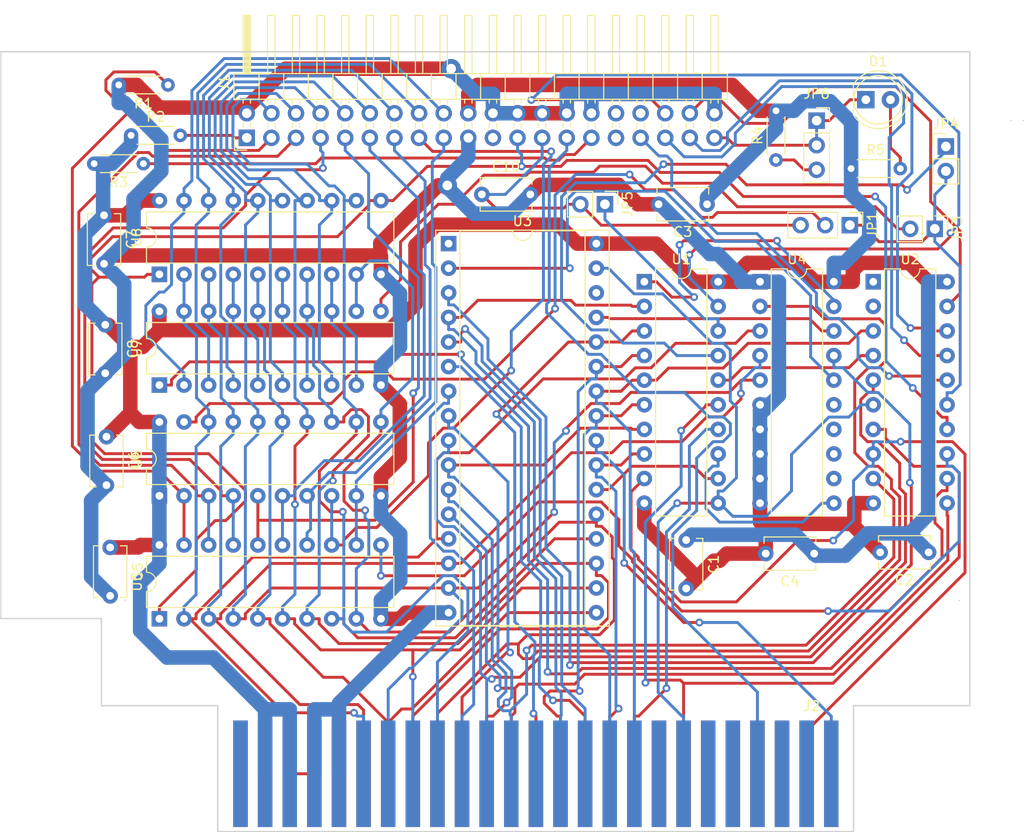
<source format=kicad_pcb>
(kicad_pcb (version 20171130) (host pcbnew "(5.1.5)-3")
  (layers (0 F.Cu signal) (31 B.Cu signal) (34 B.Paste user) (35 F.Paste user) (36 B.SilkS user) (37 F.SilkS user) (38 B.Mask user) (39 F.Mask user) (44 Edge.Cuts user))
  (net 0 "")
  (net 1 GND)
  (net 2 "Net-(J1-Pad1)")
  (net 3 WR_)
  (net 4 A9)
  (net 5 A11)
  (net 6 A7)
  (net 7 A12)
  (net 8 A1)
  (net 9 A3)
  (net 10 A5)
  (net 11 D1)
  (net 12 D3)
  (net 13 D5)
  (net 14 D7)
  (net 15 D6)
  (net 16 D4)
  (net 17 D2)
  (net 18 D0)
  (net 19 A4)
  (net 20 A2)
  (net 21 A0)
  (net 22 A13)
  (net 23 A8)
  (net 24 A6)
  (net 25 A10)
  (net 26 A15)
  (net 27 RD_)
  (net 28 SLTSL_)
  (net 29 "Net-(J2-Pad10)")
  (net 30 CS1_)
  (net 31 "Net-(J2-Pad3)")
  (net 32 "Net-(J2-Pad5)")
  (net 33 WAIT_)
  (net 34 "Net-(J2-Pad9)")
  (net 35 "Net-(J2-Pad11)")
  (net 36 "Net-(J2-Pad15)")
  (net 37 "Net-(J2-Pad25)")
  (net 38 "Net-(J2-Pad49)")
  (net 39 "Net-(J2-Pad50)")
  (net 40 "Net-(J2-Pad48)")
  (net 41 "Net-(J2-Pad44)")
  (net 42 "Net-(J2-Pad42)")
  (net 43 "Net-(J2-Pad16)")
  (net 44 "Net-(J2-Pad12)")
  (net 45 "Net-(J2-Pad2)")
  (net 46 "Net-(J2-Pad6)")
  (net 47 "Net-(J2-Pad8)")
  (net 48 "Net-(U3-Pad1)")
  (net 49 MA16)
  (net 50 MA15)
  (net 51 FLASH_EN_)
  (net 52 MA14)
  (net 53 "Net-(U3-Pad30)")
  (net 54 IOR_)
  (net 55 "Net-(D1-Pad2)")
  (net 56 ACTIVE_)
  (net 57 IDE_CS1_)
  (net 58 IDE_CS0_)
  (net 59 DA2)
  (net 60 DA0)
  (net 61 "Net-(J1-Pad34)")
  (net 62 DA1)
  (net 63 "Net-(J1-Pad32)")
  (net 64 "Net-(J1-Pad31)")
  (net 65 "Net-(J1-Pad29)")
  (net 66 IOW_)
  (net 67 "Net-(J1-Pad21)")
  (net 68 DD15)
  (net 69 DD0)
  (net 70 DD14)
  (net 71 DD1)
  (net 72 DD13)
  (net 73 DD2)
  (net 74 DD12)
  (net 75 DD3)
  (net 76 DD11)
  (net 77 DD4)
  (net 78 DD10)
  (net 79 DD5)
  (net 80 DD9)
  (net 81 DD6)
  (net 82 DD8)
  (net 83 DD7)
  (net 84 D_LOW)
  (net 85 "Net-(JP1-Pad1)")
  (net 86 "Net-(JP3-Pad2)")
  (net 87 "Net-(JP4-Pad1)")
  (net 88 "Net-(JP5-Pad1)")
  (net 89 "Net-(JP6-Pad3)")
  (net 90 "Net-(U1-Pad16)")
  (net 91 "Net-(U1-Pad13)")
  (net 92 MA)
  (net 93 NET00003)
  (net 94 "Net-(U2-Pad12)")
  (net 95 "Net-(U2-Pad2)")
  (net 96 "Net-(U2-Pad1)")
  (net 97 "Net-(U4-Pad15)")
  (net 98 "Net-(U4-Pad14)")
  (net 99 "Net-(U4-Pad13)")
  (net 100 "Net-(U4-Pad12)")
  (net 101 VCC)
  (module Package_DIP:DIP-20_W7.62mm (layer F.Cu) (at 120.396 127.635 90)
    (fp_text reference U5 (at 3.81 -2.33 90) (layer F.SilkS))
    (fp_text value 74LS573)
    (pad 20 thru_hole oval (at 7.62 0 90) (size 1.6 1.6) (drill 0.8) (layers *.Cu *.Mask) (net 101 VCC))
    (pad 10 thru_hole oval (at 0 22.86 90) (size 1.6 1.6) (drill 0.8) (layers *.Cu *.Mask) (net 1 GND))
    (pad 19 thru_hole oval (at 7.62 2.54 90) (size 1.6 1.6) (drill 0.8) (layers *.Cu *.Mask) (net 83 DD7))
    (pad 9 thru_hole oval (at 0 20.32 90) (size 1.6 1.6) (drill 0.8) (layers *.Cu *.Mask) (net 18 D0))
    (pad 18 thru_hole oval (at 7.62 5.08 90) (size 1.6 1.6) (drill 0.8) (layers *.Cu *.Mask) (net 81 DD6))
    (pad 8 thru_hole oval (at 0 17.78 90) (size 1.6 1.6) (drill 0.8) (layers *.Cu *.Mask) (net 11 D1))
    (pad 17 thru_hole oval (at 7.62 7.62 90) (size 1.6 1.6) (drill 0.8) (layers *.Cu *.Mask) (net 79 DD5))
    (pad 7 thru_hole oval (at 0 15.24 90) (size 1.6 1.6) (drill 0.8) (layers *.Cu *.Mask) (net 17 D2))
    (pad 16 thru_hole oval (at 7.62 10.16 90) (size 1.6 1.6) (drill 0.8) (layers *.Cu *.Mask) (net 77 DD4))
    (pad 6 thru_hole oval (at 0 12.7 90) (size 1.6 1.6) (drill 0.8) (layers *.Cu *.Mask) (net 12 D3))
    (pad 15 thru_hole oval (at 7.62 12.7 90) (size 1.6 1.6) (drill 0.8) (layers *.Cu *.Mask) (net 75 DD3))
    (pad 5 thru_hole oval (at 0 10.16 90) (size 1.6 1.6) (drill 0.8) (layers *.Cu *.Mask) (net 16 D4))
    (pad 14 thru_hole oval (at 7.62 15.24 90) (size 1.6 1.6) (drill 0.8) (layers *.Cu *.Mask) (net 73 DD2))
    (pad 4 thru_hole oval (at 0 7.62 90) (size 1.6 1.6) (drill 0.8) (layers *.Cu *.Mask) (net 13 D5))
    (pad 13 thru_hole oval (at 7.62 17.78 90) (size 1.6 1.6) (drill 0.8) (layers *.Cu *.Mask) (net 71 DD1))
    (pad 3 thru_hole oval (at 0 5.08 90) (size 1.6 1.6) (drill 0.8) (layers *.Cu *.Mask) (net 15 D6))
    (pad 12 thru_hole oval (at 7.62 20.32 90) (size 1.6 1.6) (drill 0.8) (layers *.Cu *.Mask) (net 69 DD0))
    (pad 2 thru_hole oval (at 0 2.54 90) (size 1.6 1.6) (drill 0.8) (layers *.Cu *.Mask) (net 14 D7))
    (pad 11 thru_hole oval (at 7.62 22.86 90) (size 1.6 1.6) (drill 0.8) (layers *.Cu *.Mask) (net 93 NET00003))
    (pad 1 thru_hole rect (at 0 0 90) (size 1.6 1.6) (drill 0.8) (layers *.Cu *.Mask) (net 66 IOW_))
  )
  (module Connector_PinHeader_2.54mm:PinHeader_2x20_P2.54mm_Horizontal (layer F.Cu) (at 129.413 77.978 90)
    (fp_text reference J1 (at 5.655 -2.27 90) (layer F.SilkS))
    (fp_text value Conn_02x20_Odd_Even)
    (pad 40 thru_hole oval (at 2.54 48.26 90) (size 1.7 1.7) (drill 1) (layers *.Cu *.Mask) (net 1 GND))
    (pad 39 thru_hole oval (at 0 48.26 90) (size 1.7 1.7) (drill 1) (layers *.Cu *.Mask) (net 56 ACTIVE_))
    (pad 38 thru_hole oval (at 2.54 45.72 90) (size 1.7 1.7) (drill 1) (layers *.Cu *.Mask) (net 57 IDE_CS1_))
    (pad 37 thru_hole oval (at 0 45.72 90) (size 1.7 1.7) (drill 1) (layers *.Cu *.Mask) (net 58 IDE_CS0_))
    (pad 36 thru_hole oval (at 2.54 43.18 90) (size 1.7 1.7) (drill 1) (layers *.Cu *.Mask) (net 59 DA2))
    (pad 35 thru_hole oval (at 0 43.18 90) (size 1.7 1.7) (drill 1) (layers *.Cu *.Mask) (net 60 DA0))
    (pad 34 thru_hole oval (at 2.54 40.64 90) (size 1.7 1.7) (drill 1) (layers *.Cu *.Mask) (net 61 "Net-(J1-Pad34)"))
    (pad 33 thru_hole oval (at 0 40.64 90) (size 1.7 1.7) (drill 1) (layers *.Cu *.Mask) (net 62 DA1))
    (pad 32 thru_hole oval (at 2.54 38.1 90) (size 1.7 1.7) (drill 1) (layers *.Cu *.Mask) (net 63 "Net-(J1-Pad32)"))
    (pad 31 thru_hole oval (at 0 38.1 90) (size 1.7 1.7) (drill 1) (layers *.Cu *.Mask) (net 64 "Net-(J1-Pad31)"))
    (pad 30 thru_hole oval (at 2.54 35.56 90) (size 1.7 1.7) (drill 1) (layers *.Cu *.Mask) (net 1 GND))
    (pad 29 thru_hole oval (at 0 35.56 90) (size 1.7 1.7) (drill 1) (layers *.Cu *.Mask) (net 65 "Net-(J1-Pad29)"))
    (pad 28 thru_hole oval (at 2.54 33.02 90) (size 1.7 1.7) (drill 1) (layers *.Cu *.Mask) (net 1 GND))
    (pad 27 thru_hole oval (at 0 33.02 90) (size 1.7 1.7) (drill 1) (layers *.Cu *.Mask) (net 33 WAIT_))
    (pad 26 thru_hole oval (at 2.54 30.48 90) (size 1.7 1.7) (drill 1) (layers *.Cu *.Mask) (net 1 GND))
    (pad 25 thru_hole oval (at 0 30.48 90) (size 1.7 1.7) (drill 1) (layers *.Cu *.Mask) (net 54 IOR_))
    (pad 24 thru_hole oval (at 2.54 27.94 90) (size 1.7 1.7) (drill 1) (layers *.Cu *.Mask) (net 1 GND))
    (pad 23 thru_hole oval (at 0 27.94 90) (size 1.7 1.7) (drill 1) (layers *.Cu *.Mask) (net 66 IOW_))
    (pad 22 thru_hole oval (at 2.54 25.4 90) (size 1.7 1.7) (drill 1) (layers *.Cu *.Mask) (net 1 GND))
    (pad 21 thru_hole oval (at 0 25.4 90) (size 1.7 1.7) (drill 1) (layers *.Cu *.Mask) (net 67 "Net-(J1-Pad21)"))
    (pad 20 thru_hole oval (at 2.54 22.86 90) (size 1.7 1.7) (drill 1) (layers *.Cu *.Mask) (net 101 VCC))
    (pad 19 thru_hole oval (at 0 22.86 90) (size 1.7 1.7) (drill 1) (layers *.Cu *.Mask) (net 1 GND))
    (pad 18 thru_hole oval (at 2.54 20.32 90) (size 1.7 1.7) (drill 1) (layers *.Cu *.Mask) (net 68 DD15))
    (pad 17 thru_hole oval (at 0 20.32 90) (size 1.7 1.7) (drill 1) (layers *.Cu *.Mask) (net 69 DD0))
    (pad 16 thru_hole oval (at 2.54 17.78 90) (size 1.7 1.7) (drill 1) (layers *.Cu *.Mask) (net 70 DD14))
    (pad 15 thru_hole oval (at 0 17.78 90) (size 1.7 1.7) (drill 1) (layers *.Cu *.Mask) (net 71 DD1))
    (pad 14 thru_hole oval (at 2.54 15.24 90) (size 1.7 1.7) (drill 1) (layers *.Cu *.Mask) (net 72 DD13))
    (pad 13 thru_hole oval (at 0 15.24 90) (size 1.7 1.7) (drill 1) (layers *.Cu *.Mask) (net 73 DD2))
    (pad 12 thru_hole oval (at 2.54 12.7 90) (size 1.7 1.7) (drill 1) (layers *.Cu *.Mask) (net 74 DD12))
    (pad 11 thru_hole oval (at 0 12.7 90) (size 1.7 1.7) (drill 1) (layers *.Cu *.Mask) (net 75 DD3))
    (pad 10 thru_hole oval (at 2.54 10.16 90) (size 1.7 1.7) (drill 1) (layers *.Cu *.Mask) (net 76 DD11))
    (pad 9 thru_hole oval (at 0 10.16 90) (size 1.7 1.7) (drill 1) (layers *.Cu *.Mask) (net 77 DD4))
    (pad 8 thru_hole oval (at 2.54 7.62 90) (size 1.7 1.7) (drill 1) (layers *.Cu *.Mask) (net 78 DD10))
    (pad 7 thru_hole oval (at 0 7.62 90) (size 1.7 1.7) (drill 1) (layers *.Cu *.Mask) (net 79 DD5))
    (pad 6 thru_hole oval (at 2.54 5.08 90) (size 1.7 1.7) (drill 1) (layers *.Cu *.Mask) (net 80 DD9))
    (pad 5 thru_hole oval (at 0 5.08 90) (size 1.7 1.7) (drill 1) (layers *.Cu *.Mask) (net 81 DD6))
    (pad 4 thru_hole oval (at 2.54 2.54 90) (size 1.7 1.7) (drill 1) (layers *.Cu *.Mask) (net 82 DD8))
    (pad 3 thru_hole oval (at 0 2.54 90) (size 1.7 1.7) (drill 1) (layers *.Cu *.Mask) (net 83 DD7))
    (pad 2 thru_hole oval (at 2.54 0 90) (size 1.7 1.7) (drill 1) (layers *.Cu *.Mask) (net 1 GND))
    (pad 1 thru_hole rect (at 0 0 90) (size 1.7 1.7) (drill 1) (layers *.Cu *.Mask) (net 2 "Net-(J1-Pad1)"))
  )
  (module Package_DIP:DIP-20_W7.62mm (layer F.Cu) (at 120.396 92.075 90)
    (fp_text reference U8 (at 3.81 -2.33 90) (layer F.SilkS))
    (fp_text value 74LS573)
    (pad 20 thru_hole oval (at 7.62 0 90) (size 1.6 1.6) (drill 0.8) (layers *.Cu *.Mask) (net 101 VCC))
    (pad 10 thru_hole oval (at 0 22.86 90) (size 1.6 1.6) (drill 0.8) (layers *.Cu *.Mask) (net 1 GND))
    (pad 19 thru_hole oval (at 7.62 2.54 90) (size 1.6 1.6) (drill 0.8) (layers *.Cu *.Mask) (net 68 DD15))
    (pad 9 thru_hole oval (at 0 20.32 90) (size 1.6 1.6) (drill 0.8) (layers *.Cu *.Mask) (net 18 D0))
    (pad 18 thru_hole oval (at 7.62 5.08 90) (size 1.6 1.6) (drill 0.8) (layers *.Cu *.Mask) (net 70 DD14))
    (pad 8 thru_hole oval (at 0 17.78 90) (size 1.6 1.6) (drill 0.8) (layers *.Cu *.Mask) (net 11 D1))
    (pad 17 thru_hole oval (at 7.62 7.62 90) (size 1.6 1.6) (drill 0.8) (layers *.Cu *.Mask) (net 72 DD13))
    (pad 7 thru_hole oval (at 0 15.24 90) (size 1.6 1.6) (drill 0.8) (layers *.Cu *.Mask) (net 17 D2))
    (pad 16 thru_hole oval (at 7.62 10.16 90) (size 1.6 1.6) (drill 0.8) (layers *.Cu *.Mask) (net 74 DD12))
    (pad 6 thru_hole oval (at 0 12.7 90) (size 1.6 1.6) (drill 0.8) (layers *.Cu *.Mask) (net 12 D3))
    (pad 15 thru_hole oval (at 7.62 12.7 90) (size 1.6 1.6) (drill 0.8) (layers *.Cu *.Mask) (net 76 DD11))
    (pad 5 thru_hole oval (at 0 10.16 90) (size 1.6 1.6) (drill 0.8) (layers *.Cu *.Mask) (net 16 D4))
    (pad 14 thru_hole oval (at 7.62 15.24 90) (size 1.6 1.6) (drill 0.8) (layers *.Cu *.Mask) (net 78 DD10))
    (pad 4 thru_hole oval (at 0 7.62 90) (size 1.6 1.6) (drill 0.8) (layers *.Cu *.Mask) (net 13 D5))
    (pad 13 thru_hole oval (at 7.62 17.78 90) (size 1.6 1.6) (drill 0.8) (layers *.Cu *.Mask) (net 80 DD9))
    (pad 3 thru_hole oval (at 0 5.08 90) (size 1.6 1.6) (drill 0.8) (layers *.Cu *.Mask) (net 15 D6))
    (pad 12 thru_hole oval (at 7.62 20.32 90) (size 1.6 1.6) (drill 0.8) (layers *.Cu *.Mask) (net 82 DD8))
    (pad 2 thru_hole oval (at 0 2.54 90) (size 1.6 1.6) (drill 0.8) (layers *.Cu *.Mask) (net 14 D7))
    (pad 11 thru_hole oval (at 7.62 22.86 90) (size 1.6 1.6) (drill 0.8) (layers *.Cu *.Mask) (net 66 IOW_))
    (pad 1 thru_hole rect (at 0 0 90) (size 1.6 1.6) (drill 0.8) (layers *.Cu *.Mask) (net 66 IOW_))
  )
  (module Package_DIP:DIP-20_W7.62mm (layer F.Cu) (at 120.396 103.505 90)
    (fp_text reference U7 (at 3.81 -2.33 90) (layer F.SilkS))
    (fp_text value 74LS573)
    (pad 20 thru_hole oval (at 7.62 0 90) (size 1.6 1.6) (drill 0.8) (layers *.Cu *.Mask) (net 101 VCC))
    (pad 10 thru_hole oval (at 0 22.86 90) (size 1.6 1.6) (drill 0.8) (layers *.Cu *.Mask) (net 1 GND))
    (pad 19 thru_hole oval (at 7.62 2.54 90) (size 1.6 1.6) (drill 0.8) (layers *.Cu *.Mask) (net 14 D7))
    (pad 9 thru_hole oval (at 0 20.32 90) (size 1.6 1.6) (drill 0.8) (layers *.Cu *.Mask) (net 82 DD8))
    (pad 18 thru_hole oval (at 7.62 5.08 90) (size 1.6 1.6) (drill 0.8) (layers *.Cu *.Mask) (net 15 D6))
    (pad 8 thru_hole oval (at 0 17.78 90) (size 1.6 1.6) (drill 0.8) (layers *.Cu *.Mask) (net 80 DD9))
    (pad 17 thru_hole oval (at 7.62 7.62 90) (size 1.6 1.6) (drill 0.8) (layers *.Cu *.Mask) (net 13 D5))
    (pad 7 thru_hole oval (at 0 15.24 90) (size 1.6 1.6) (drill 0.8) (layers *.Cu *.Mask) (net 78 DD10))
    (pad 16 thru_hole oval (at 7.62 10.16 90) (size 1.6 1.6) (drill 0.8) (layers *.Cu *.Mask) (net 16 D4))
    (pad 6 thru_hole oval (at 0 12.7 90) (size 1.6 1.6) (drill 0.8) (layers *.Cu *.Mask) (net 76 DD11))
    (pad 15 thru_hole oval (at 7.62 12.7 90) (size 1.6 1.6) (drill 0.8) (layers *.Cu *.Mask) (net 12 D3))
    (pad 5 thru_hole oval (at 0 10.16 90) (size 1.6 1.6) (drill 0.8) (layers *.Cu *.Mask) (net 74 DD12))
    (pad 14 thru_hole oval (at 7.62 15.24 90) (size 1.6 1.6) (drill 0.8) (layers *.Cu *.Mask) (net 17 D2))
    (pad 4 thru_hole oval (at 0 7.62 90) (size 1.6 1.6) (drill 0.8) (layers *.Cu *.Mask) (net 72 DD13))
    (pad 13 thru_hole oval (at 7.62 17.78 90) (size 1.6 1.6) (drill 0.8) (layers *.Cu *.Mask) (net 11 D1))
    (pad 3 thru_hole oval (at 0 5.08 90) (size 1.6 1.6) (drill 0.8) (layers *.Cu *.Mask) (net 70 DD14))
    (pad 12 thru_hole oval (at 7.62 20.32 90) (size 1.6 1.6) (drill 0.8) (layers *.Cu *.Mask) (net 18 D0))
    (pad 2 thru_hole oval (at 0 2.54 90) (size 1.6 1.6) (drill 0.8) (layers *.Cu *.Mask) (net 68 DD15))
    (pad 11 thru_hole oval (at 7.62 22.86 90) (size 1.6 1.6) (drill 0.8) (layers *.Cu *.Mask) (net 86 "Net-(JP3-Pad2)"))
    (pad 1 thru_hole rect (at 0 0 90) (size 1.6 1.6) (drill 0.8) (layers *.Cu *.Mask) (net 94 "Net-(U2-Pad12)"))
  )
  (module Package_DIP:DIP-20_W7.62mm (layer F.Cu) (at 120.396 114.935 90)
    (fp_text reference U6 (at 3.81 -2.33 90) (layer F.SilkS))
    (fp_text value 74LS573)
    (pad 20 thru_hole oval (at 7.62 0 90) (size 1.6 1.6) (drill 0.8) (layers *.Cu *.Mask) (net 101 VCC))
    (pad 10 thru_hole oval (at 0 22.86 90) (size 1.6 1.6) (drill 0.8) (layers *.Cu *.Mask) (net 1 GND))
    (pad 19 thru_hole oval (at 7.62 2.54 90) (size 1.6 1.6) (drill 0.8) (layers *.Cu *.Mask) (net 84 D_LOW))
    (pad 9 thru_hole oval (at 0 20.32 90) (size 1.6 1.6) (drill 0.8) (layers *.Cu *.Mask) (net 69 DD0))
    (pad 18 thru_hole oval (at 7.62 5.08 90) (size 1.6 1.6) (drill 0.8) (layers *.Cu *.Mask) (net 14 D7))
    (pad 8 thru_hole oval (at 0 17.78 90) (size 1.6 1.6) (drill 0.8) (layers *.Cu *.Mask) (net 71 DD1))
    (pad 17 thru_hole oval (at 7.62 7.62 90) (size 1.6 1.6) (drill 0.8) (layers *.Cu *.Mask) (net 15 D6))
    (pad 7 thru_hole oval (at 0 15.24 90) (size 1.6 1.6) (drill 0.8) (layers *.Cu *.Mask) (net 73 DD2))
    (pad 16 thru_hole oval (at 7.62 10.16 90) (size 1.6 1.6) (drill 0.8) (layers *.Cu *.Mask) (net 13 D5))
    (pad 6 thru_hole oval (at 0 12.7 90) (size 1.6 1.6) (drill 0.8) (layers *.Cu *.Mask) (net 75 DD3))
    (pad 15 thru_hole oval (at 7.62 12.7 90) (size 1.6 1.6) (drill 0.8) (layers *.Cu *.Mask) (net 16 D4))
    (pad 5 thru_hole oval (at 0 10.16 90) (size 1.6 1.6) (drill 0.8) (layers *.Cu *.Mask) (net 77 DD4))
    (pad 14 thru_hole oval (at 7.62 15.24 90) (size 1.6 1.6) (drill 0.8) (layers *.Cu *.Mask) (net 12 D3))
    (pad 4 thru_hole oval (at 0 7.62 90) (size 1.6 1.6) (drill 0.8) (layers *.Cu *.Mask) (net 79 DD5))
    (pad 13 thru_hole oval (at 7.62 17.78 90) (size 1.6 1.6) (drill 0.8) (layers *.Cu *.Mask) (net 17 D2))
    (pad 3 thru_hole oval (at 0 5.08 90) (size 1.6 1.6) (drill 0.8) (layers *.Cu *.Mask) (net 81 DD6))
    (pad 12 thru_hole oval (at 7.62 20.32 90) (size 1.6 1.6) (drill 0.8) (layers *.Cu *.Mask) (net 11 D1))
    (pad 2 thru_hole oval (at 0 2.54 90) (size 1.6 1.6) (drill 0.8) (layers *.Cu *.Mask) (net 83 DD7))
    (pad 11 thru_hole oval (at 7.62 22.86 90) (size 1.6 1.6) (drill 0.8) (layers *.Cu *.Mask) (net 18 D0))
    (pad 1 thru_hole rect (at 0 0 90) (size 1.6 1.6) (drill 0.8) (layers *.Cu *.Mask) (net 101 VCC))
  )
  (module Package_DIP:DIP-20_W7.62mm (layer F.Cu) (at 182.372 92.837)
    (fp_text reference U4 (at 3.81 -2.33) (layer F.SilkS))
    (fp_text value 74LS573)
    (pad 20 thru_hole oval (at 7.62 0) (size 1.6 1.6) (drill 0.8) (layers *.Cu *.Mask) (net 101 VCC))
    (pad 10 thru_hole oval (at 0 22.86) (size 1.6 1.6) (drill 0.8) (layers *.Cu *.Mask) (net 1 GND))
    (pad 19 thru_hole oval (at 7.62 2.54) (size 1.6 1.6) (drill 0.8) (layers *.Cu *.Mask) (net 92 MA))
    (pad 9 thru_hole oval (at 0 20.32) (size 1.6 1.6) (drill 0.8) (layers *.Cu *.Mask) (net 1 GND))
    (pad 18 thru_hole oval (at 7.62 5.08) (size 1.6 1.6) (drill 0.8) (layers *.Cu *.Mask) (net 52 MA14))
    (pad 8 thru_hole oval (at 0 17.78) (size 1.6 1.6) (drill 0.8) (layers *.Cu *.Mask) (net 1 GND))
    (pad 17 thru_hole oval (at 7.62 7.62) (size 1.6 1.6) (drill 0.8) (layers *.Cu *.Mask) (net 50 MA15))
    (pad 7 thru_hole oval (at 0 15.24) (size 1.6 1.6) (drill 0.8) (layers *.Cu *.Mask) (net 1 GND))
    (pad 16 thru_hole oval (at 7.62 10.16) (size 1.6 1.6) (drill 0.8) (layers *.Cu *.Mask) (net 49 MA16))
    (pad 6 thru_hole oval (at 0 12.7) (size 1.6 1.6) (drill 0.8) (layers *.Cu *.Mask) (net 1 GND))
    (pad 15 thru_hole oval (at 7.62 12.7) (size 1.6 1.6) (drill 0.8) (layers *.Cu *.Mask) (net 97 "Net-(U4-Pad15)"))
    (pad 5 thru_hole oval (at 0 10.16) (size 1.6 1.6) (drill 0.8) (layers *.Cu *.Mask) (net 13 D5))
    (pad 14 thru_hole oval (at 7.62 15.24) (size 1.6 1.6) (drill 0.8) (layers *.Cu *.Mask) (net 98 "Net-(U4-Pad14)"))
    (pad 4 thru_hole oval (at 0 7.62) (size 1.6 1.6) (drill 0.8) (layers *.Cu *.Mask) (net 15 D6))
    (pad 13 thru_hole oval (at 7.62 17.78) (size 1.6 1.6) (drill 0.8) (layers *.Cu *.Mask) (net 99 "Net-(U4-Pad13)"))
    (pad 3 thru_hole oval (at 0 5.08) (size 1.6 1.6) (drill 0.8) (layers *.Cu *.Mask) (net 14 D7))
    (pad 12 thru_hole oval (at 7.62 20.32) (size 1.6 1.6) (drill 0.8) (layers *.Cu *.Mask) (net 100 "Net-(U4-Pad12)"))
    (pad 2 thru_hole oval (at 0 2.54) (size 1.6 1.6) (drill 0.8) (layers *.Cu *.Mask) (net 18 D0))
    (pad 11 thru_hole oval (at 7.62 22.86) (size 1.6 1.6) (drill 0.8) (layers *.Cu *.Mask) (net 91 "Net-(U1-Pad13)"))
    (pad 1 thru_hole rect (at 0 0) (size 1.6 1.6) (drill 0.8) (layers *.Cu *.Mask) (net 1 GND))
  )
  (module Package_DIP:DIP-20_W7.62mm (layer F.Cu) (at 194.056 92.837)
    (fp_text reference U2 (at 3.81 -2.33) (layer F.SilkS))
    (fp_text value GAL16V8)
    (pad 20 thru_hole oval (at 7.62 0) (size 1.6 1.6) (drill 0.8) (layers *.Cu *.Mask) (net 101 VCC))
    (pad 10 thru_hole oval (at 0 22.86) (size 1.6 1.6) (drill 0.8) (layers *.Cu *.Mask) (net 1 GND))
    (pad 19 thru_hole oval (at 7.62 2.54) (size 1.6 1.6) (drill 0.8) (layers *.Cu *.Mask) (net 57 IDE_CS1_))
    (pad 9 thru_hole oval (at 0 20.32) (size 1.6 1.6) (drill 0.8) (layers *.Cu *.Mask) (net 8 A1))
    (pad 18 thru_hole oval (at 7.62 5.08) (size 1.6 1.6) (drill 0.8) (layers *.Cu *.Mask) (net 58 IDE_CS0_))
    (pad 8 thru_hole oval (at 0 17.78) (size 1.6 1.6) (drill 0.8) (layers *.Cu *.Mask) (net 28 SLTSL_))
    (pad 17 thru_hole oval (at 7.62 7.62) (size 1.6 1.6) (drill 0.8) (layers *.Cu *.Mask) (net 60 DA0))
    (pad 7 thru_hole oval (at 0 15.24) (size 1.6 1.6) (drill 0.8) (layers *.Cu *.Mask) (net 27 RD_))
    (pad 16 thru_hole oval (at 7.62 10.16) (size 1.6 1.6) (drill 0.8) (layers *.Cu *.Mask) (net 62 DA1))
    (pad 6 thru_hole oval (at 0 12.7) (size 1.6 1.6) (drill 0.8) (layers *.Cu *.Mask) (net 3 WR_))
    (pad 15 thru_hole oval (at 7.62 12.7) (size 1.6 1.6) (drill 0.8) (layers *.Cu *.Mask) (net 85 "Net-(JP1-Pad1)"))
    (pad 5 thru_hole oval (at 0 10.16) (size 1.6 1.6) (drill 0.8) (layers *.Cu *.Mask) (net 9 A3))
    (pad 14 thru_hole oval (at 7.62 15.24) (size 1.6 1.6) (drill 0.8) (layers *.Cu *.Mask) (net 66 IOW_))
    (pad 4 thru_hole oval (at 0 7.62) (size 1.6 1.6) (drill 0.8) (layers *.Cu *.Mask) (net 90 "Net-(U1-Pad16)"))
    (pad 13 thru_hole oval (at 7.62 17.78) (size 1.6 1.6) (drill 0.8) (layers *.Cu *.Mask) (net 93 NET00003))
    (pad 3 thru_hole oval (at 0 5.08) (size 1.6 1.6) (drill 0.8) (layers *.Cu *.Mask) (net 4 A9))
    (pad 12 thru_hole oval (at 7.62 20.32) (size 1.6 1.6) (drill 0.8) (layers *.Cu *.Mask) (net 94 "Net-(U2-Pad12)"))
    (pad 2 thru_hole oval (at 0 2.54) (size 1.6 1.6) (drill 0.8) (layers *.Cu *.Mask) (net 95 "Net-(U2-Pad2)"))
    (pad 11 thru_hole oval (at 7.62 22.86) (size 1.6 1.6) (drill 0.8) (layers *.Cu *.Mask) (net 21 A0))
    (pad 1 thru_hole rect (at 0 0) (size 1.6 1.6) (drill 0.8) (layers *.Cu *.Mask) (net 96 "Net-(U2-Pad1)"))
  )
  (module Package_DIP:DIP-20_W7.62mm (layer F.Cu) (at 170.434 92.837)
    (fp_text reference U1 (at 3.81 -2.33) (layer F.SilkS))
    (fp_text value GAL16V8)
    (pad 20 thru_hole oval (at 7.62 0) (size 1.6 1.6) (drill 0.8) (layers *.Cu *.Mask) (net 101 VCC))
    (pad 10 thru_hole oval (at 0 22.86) (size 1.6 1.6) (drill 0.8) (layers *.Cu *.Mask) (net 1 GND))
    (pad 19 thru_hole oval (at 7.62 2.54) (size 1.6 1.6) (drill 0.8) (layers *.Cu *.Mask) (net 59 DA2))
    (pad 9 thru_hole oval (at 0 20.32) (size 1.6 1.6) (drill 0.8) (layers *.Cu *.Mask) (net 28 SLTSL_))
    (pad 18 thru_hole oval (at 7.62 5.08) (size 1.6 1.6) (drill 0.8) (layers *.Cu *.Mask) (net 88 "Net-(JP5-Pad1)"))
    (pad 8 thru_hole oval (at 0 17.78) (size 1.6 1.6) (drill 0.8) (layers *.Cu *.Mask) (net 25 A10))
    (pad 17 thru_hole oval (at 7.62 7.62) (size 1.6 1.6) (drill 0.8) (layers *.Cu *.Mask) (net 87 "Net-(JP4-Pad1)"))
    (pad 7 thru_hole oval (at 0 15.24) (size 1.6 1.6) (drill 0.8) (layers *.Cu *.Mask) (net 20 A2))
    (pad 16 thru_hole oval (at 7.62 10.16) (size 1.6 1.6) (drill 0.8) (layers *.Cu *.Mask) (net 90 "Net-(U1-Pad16)"))
    (pad 6 thru_hole oval (at 0 12.7) (size 1.6 1.6) (drill 0.8) (layers *.Cu *.Mask) (net 5 A11))
    (pad 15 thru_hole oval (at 7.62 12.7) (size 1.6 1.6) (drill 0.8) (layers *.Cu *.Mask) (net 27 RD_))
    (pad 5 thru_hole oval (at 0 10.16) (size 1.6 1.6) (drill 0.8) (layers *.Cu *.Mask) (net 4 A9))
    (pad 14 thru_hole oval (at 7.62 15.24) (size 1.6 1.6) (drill 0.8) (layers *.Cu *.Mask) (net 26 A15))
    (pad 4 thru_hole oval (at 0 7.62) (size 1.6 1.6) (drill 0.8) (layers *.Cu *.Mask) (net 23 A8))
    (pad 13 thru_hole oval (at 7.62 17.78) (size 1.6 1.6) (drill 0.8) (layers *.Cu *.Mask) (net 91 "Net-(U1-Pad13)"))
    (pad 3 thru_hole oval (at 0 5.08) (size 1.6 1.6) (drill 0.8) (layers *.Cu *.Mask) (net 22 A13))
    (pad 12 thru_hole oval (at 7.62 20.32) (size 1.6 1.6) (drill 0.8) (layers *.Cu *.Mask) (net 51 FLASH_EN_))
    (pad 2 thru_hole oval (at 0 2.54) (size 1.6 1.6) (drill 0.8) (layers *.Cu *.Mask) (net 7 A12))
    (pad 11 thru_hole oval (at 7.62 22.86) (size 1.6 1.6) (drill 0.8) (layers *.Cu *.Mask) (net 3 WR_))
    (pad 1 thru_hole rect (at 0 0) (size 1.6 1.6) (drill 0.8) (layers *.Cu *.Mask) (net 92 MA))
  )
  (module Capacitor_THT:C_Disc_D5.1mm_W3.2mm_P5.00mm (layer F.Cu) (at 153.67 83.82)
    (fp_text reference C10 (at 2.5 -2.85) (layer F.SilkS))
    (fp_text value 470pF)
    (pad 2 thru_hole circle (at 5 0) (size 1.6 1.6) (drill 0.8) (layers *.Cu *.Mask) (net 1 GND))
    (pad 1 thru_hole circle (at 0 0) (size 1.6 1.6) (drill 0.8) (layers *.Cu *.Mask) (net 54 IOR_))
  )
  (module Capacitor_THT:C_Disc_D5.1mm_W3.2mm_P5.00mm (layer F.Cu) (at 114.808 97.282 270)
    (fp_text reference C8 (at 2.5 -2.85 90) (layer F.SilkS))
    (fp_text value 0.1uF)
    (pad 2 thru_hole circle (at 5 0 270) (size 1.6 1.6) (drill 0.8) (layers *.Cu *.Mask) (net 1 GND))
    (pad 1 thru_hole circle (at 0 0 270) (size 1.6 1.6) (drill 0.8) (layers *.Cu *.Mask) (net 101 VCC))
  )
  (module Capacitor_THT:C_Disc_D5.1mm_W3.2mm_P5.00mm (layer F.Cu) (at 114.681 85.979 270)
    (fp_text reference C7 (at 2.5 -2.85 90) (layer F.SilkS))
    (fp_text value 0.1uF)
    (pad 2 thru_hole circle (at 5 0 270) (size 1.6 1.6) (drill 0.8) (layers *.Cu *.Mask) (net 1 GND))
    (pad 1 thru_hole circle (at 0 0 270) (size 1.6 1.6) (drill 0.8) (layers *.Cu *.Mask) (net 101 VCC))
  )
  (module Capacitor_THT:C_Disc_D5.1mm_W3.2mm_P5.00mm (layer F.Cu) (at 114.935 108.839 270)
    (fp_text reference C6 (at 2.5 -2.85 90) (layer F.SilkS))
    (fp_text value 0.1uF)
    (pad 2 thru_hole circle (at 5 0 270) (size 1.6 1.6) (drill 0.8) (layers *.Cu *.Mask) (net 1 GND))
    (pad 1 thru_hole circle (at 0 0 270) (size 1.6 1.6) (drill 0.8) (layers *.Cu *.Mask) (net 101 VCC))
  )
  (module Capacitor_THT:C_Disc_D5.1mm_W3.2mm_P5.00mm (layer F.Cu) (at 115.316 120.269 270)
    (fp_text reference C5 (at 2.5 -2.85 90) (layer F.SilkS))
    (fp_text value "0.1 uF")
    (pad 2 thru_hole circle (at 5 0 270) (size 1.6 1.6) (drill 0.8) (layers *.Cu *.Mask) (net 1 GND))
    (pad 1 thru_hole circle (at 0 0 270) (size 1.6 1.6) (drill 0.8) (layers *.Cu *.Mask) (net 101 VCC))
  )
  (module Capacitor_THT:C_Disc_D5.1mm_W3.2mm_P5.00mm (layer F.Cu) (at 187.96 120.904 180)
    (fp_text reference C4 (at 2.5 -2.85) (layer F.SilkS))
    (fp_text value "0.1 uF")
    (pad 2 thru_hole circle (at 5 0 180) (size 1.6 1.6) (drill 0.8) (layers *.Cu *.Mask) (net 1 GND))
    (pad 1 thru_hole circle (at 0 0 180) (size 1.6 1.6) (drill 0.8) (layers *.Cu *.Mask) (net 101 VCC))
  )
  (module Capacitor_THT:C_Disc_D5.1mm_W3.2mm_P5.00mm (layer F.Cu) (at 176.911 84.836 180)
    (fp_text reference C3 (at 2.5 -2.85) (layer F.SilkS))
    (fp_text value "0.1 uF")
    (pad 2 thru_hole circle (at 5 0 180) (size 1.6 1.6) (drill 0.8) (layers *.Cu *.Mask) (net 1 GND))
    (pad 1 thru_hole circle (at 0 0 180) (size 1.6 1.6) (drill 0.8) (layers *.Cu *.Mask) (net 101 VCC))
  )
  (module Capacitor_THT:C_Disc_D5.1mm_W3.2mm_P5.00mm (layer F.Cu) (at 199.771 120.777 180)
    (fp_text reference C2 (at 2.5 -2.85) (layer F.SilkS))
    (fp_text value "0.1 uF")
    (pad 2 thru_hole circle (at 5 0 180) (size 1.6 1.6) (drill 0.8) (layers *.Cu *.Mask) (net 1 GND))
    (pad 1 thru_hole circle (at 0 0 180) (size 1.6 1.6) (drill 0.8) (layers *.Cu *.Mask) (net 101 VCC))
  )
  (module Capacitor_THT:C_Disc_D5.1mm_W3.2mm_P5.00mm (layer F.Cu) (at 174.752 119.507 270)
    (fp_text reference C1 (at 2.5 -2.85 90) (layer F.SilkS))
    (fp_text value "0.1 uF")
    (pad 2 thru_hole circle (at 5 0 270) (size 1.6 1.6) (drill 0.8) (layers *.Cu *.Mask) (net 1 GND))
    (pad 1 thru_hole circle (at 0 0 270) (size 1.6 1.6) (drill 0.8) (layers *.Cu *.Mask) (net 101 VCC))
  )
  (module Resistor_THT:R_Axial_DIN0204_L3.6mm_D1.6mm_P5.08mm_Horizontal (layer F.Cu) (at 191.77 81.153)
    (fp_text reference R5 (at 2.54 -1.92) (layer F.SilkS))
    (fp_text value 680R)
    (pad 2 thru_hole oval (at 5.08 0) (size 1.4 1.4) (drill 0.7) (layers *.Cu *.Mask) (net 55 "Net-(D1-Pad2)"))
    (pad 1 thru_hole circle (at 0 0) (size 1.4 1.4) (drill 0.7) (layers *.Cu *.Mask) (net 101 VCC))
  )
  (module Resistor_THT:R_Axial_DIN0204_L3.6mm_D1.6mm_P5.08mm_Horizontal (layer F.Cu) (at 184.023 80.264 90)
    (fp_text reference R4 (at 2.54 -1.92 90) (layer F.SilkS))
    (fp_text value 330R)
    (pad 2 thru_hole oval (at 5.08 0 90) (size 1.4 1.4) (drill 0.7) (layers *.Cu *.Mask) (net 101 VCC))
    (pad 1 thru_hole circle (at 0 0 90) (size 1.4 1.4) (drill 0.7) (layers *.Cu *.Mask) (net 89 "Net-(JP6-Pad3)"))
  )
  (module Resistor_THT:R_Axial_DIN0204_L3.6mm_D1.6mm_P5.08mm_Horizontal (layer F.Cu) (at 118.745 80.645 180)
    (fp_text reference R3 (at 2.54 -1.92) (layer F.SilkS))
    (fp_text value 10K)
    (pad 2 thru_hole oval (at 5.08 0 180) (size 1.4 1.4) (drill 0.7) (layers *.Cu *.Mask) (net 101 VCC))
    (pad 1 thru_hole circle (at 0 0 180) (size 1.4 1.4) (drill 0.7) (layers *.Cu *.Mask) (net 65 "Net-(J1-Pad29)"))
  )
  (module Resistor_THT:R_Axial_DIN0204_L3.6mm_D1.6mm_P5.08mm_Horizontal (layer F.Cu) (at 117.475 77.724)
    (fp_text reference R2 (at 2.54 -1.92) (layer F.SilkS))
    (fp_text value 4K7)
    (pad 2 thru_hole oval (at 5.08 0) (size 1.4 1.4) (drill 0.7) (layers *.Cu *.Mask) (net 2 "Net-(J1-Pad1)"))
    (pad 1 thru_hole circle (at 0 0) (size 1.4 1.4) (drill 0.7) (layers *.Cu *.Mask) (net 101 VCC))
  )
  (module Resistor_THT:R_Axial_DIN0204_L3.6mm_D1.6mm_P5.08mm_Horizontal (layer F.Cu) (at 121.285 72.517 180)
    (fp_text reference R1 (at 2.54 -1.92) (layer F.SilkS))
    (fp_text value 10K)
    (pad 2 thru_hole oval (at 5.08 0 180) (size 1.4 1.4) (drill 0.7) (layers *.Cu *.Mask) (net 1 GND))
    (pad 1 thru_hole circle (at 0 0 180) (size 1.4 1.4) (drill 0.7) (layers *.Cu *.Mask) (net 83 DD7))
  )
  (module Connector_PinSocket_2.54mm:PinSocket_1x03_P2.54mm_Vertical (layer F.Cu) (at 188.214 76.2)
    (fp_text reference JP6 (at 0 -2.77) (layer F.SilkS))
    (fp_text value Jumper_3_Open)
    (pad 3 thru_hole oval (at 0 5.08) (size 1.7 1.7) (drill 1) (layers *.Cu *.Mask) (net 89 "Net-(JP6-Pad3)"))
    (pad 2 thru_hole oval (at 0 2.54) (size 1.7 1.7) (drill 1) (layers *.Cu *.Mask) (net 56 ACTIVE_))
    (pad 1 thru_hole rect (at 0 0) (size 1.7 1.7) (drill 1) (layers *.Cu *.Mask) (net 56 ACTIVE_))
  )
  (module Connector_PinHeader_2.54mm:PinHeader_1x02_P2.54mm_Vertical (layer F.Cu) (at 166.37 84.836 270)
    (fp_text reference JP5 (at 0 -2.33 90) (layer F.SilkS))
    (fp_text value Jumper)
    (pad 2 thru_hole oval (at 0 2.54 270) (size 1.7 1.7) (drill 1) (layers *.Cu *.Mask) (net 54 IOR_))
    (pad 1 thru_hole rect (at 0 0 270) (size 1.7 1.7) (drill 1) (layers *.Cu *.Mask) (net 88 "Net-(JP5-Pad1)"))
  )
  (module Connector_PinHeader_2.54mm:PinHeader_1x02_P2.54mm_Vertical (layer F.Cu) (at 201.549 78.867)
    (fp_text reference JP4 (at 0 -2.33) (layer F.SilkS))
    (fp_text value Jumper)
    (pad 2 thru_hole oval (at 0 2.54) (size 1.7 1.7) (drill 1) (layers *.Cu *.Mask) (net 85 "Net-(JP1-Pad1)"))
    (pad 1 thru_hole rect (at 0 0) (size 1.7 1.7) (drill 1) (layers *.Cu *.Mask) (net 87 "Net-(JP4-Pad1)"))
  )
  (module Connector_PinHeader_2.54mm:PinHeader_1x02_P2.54mm_Vertical (layer F.Cu) (at 200.406 87.376 270)
    (fp_text reference JP3 (at 0 -2.33 90) (layer F.SilkS))
    (fp_text value Jumper)
    (pad 2 thru_hole oval (at 0 2.54 270) (size 1.7 1.7) (drill 1) (layers *.Cu *.Mask) (net 86 "Net-(JP3-Pad2)"))
    (pad 1 thru_hole rect (at 0 0 270) (size 1.7 1.7) (drill 1) (layers *.Cu *.Mask) (net 85 "Net-(JP1-Pad1)"))
  )
  (module Connector_PinHeader_2.54mm:PinHeader_1x03_P2.54mm_Vertical (layer F.Cu) (at 191.643 86.995 270)
    (fp_text reference JP1 (at 0 -2.33 90) (layer F.SilkS))
    (fp_text value Jumper_3_Open)
    (pad 3 thru_hole oval (at 0 5.08 270) (size 1.7 1.7) (drill 1) (layers *.Cu *.Mask) (net 54 IOR_))
    (pad 2 thru_hole oval (at 0 2.54 270) (size 1.7 1.7) (drill 1) (layers *.Cu *.Mask) (net 84 D_LOW))
    (pad 1 thru_hole rect (at 0 0 270) (size 1.7 1.7) (drill 1) (layers *.Cu *.Mask) (net 85 "Net-(JP1-Pad1)"))
  )
  (module LED_THT:LED_D5.0mm (layer F.Cu) (at 193.294 74.041)
    (fp_text reference D1 (at 1.27 -3.96) (layer F.SilkS))
    (fp_text value LED)
    (pad 2 thru_hole circle (at 2.54 0) (size 1.8 1.8) (drill 0.9) (layers *.Cu *.Mask) (net 55 "Net-(D1-Pad2)"))
    (pad 1 thru_hole rect (at 0 0) (size 1.8 1.8) (drill 0.9) (layers *.Cu *.Mask) (net 56 ACTIVE_))
  )
  (module "MSX cartridge:msx_cartridge" (layer F.Cu) (at 159.246 143.764)
    (fp_text reference J2 (at 28.448 -7.112) (layer F.SilkS))
    (fp_text value Conn_02x25_Odd_Even)
    (pad 1 connect rect (at 30.48 -0.127) (size 1.5 11) (layers B.Cu B.Mask) (net 30 CS1_))
    (pad 3 connect rect (at 27.94 -0.127) (size 1.5 11) (layers B.Cu B.Mask) (net 31 "Net-(J2-Pad3)"))
    (pad 5 connect rect (at 25.4 -0.127) (size 1.5 11) (layers B.Cu B.Mask) (net 32 "Net-(J2-Pad5)"))
    (pad 7 connect rect (at 22.86 -0.127) (size 1.5 11) (layers B.Cu B.Mask) (net 33 WAIT_))
    (pad 9 connect rect (at 20.32 -0.127) (size 1.5 11) (layers B.Cu B.Mask) (net 34 "Net-(J2-Pad9)"))
    (pad 11 connect rect (at 17.78 -0.127) (size 1.5 11) (layers B.Cu B.Mask) (net 35 "Net-(J2-Pad11)"))
    (pad 13 connect rect (at 15.24 -0.127) (size 1.5 11) (layers B.Cu B.Mask) (net 3 WR_))
    (pad 15 connect rect (at 12.7 -0.127) (size 1.5 11) (layers B.Cu B.Mask) (net 36 "Net-(J2-Pad15)"))
    (pad 17 connect rect (at 10.16 -0.127) (size 1.5 11) (layers B.Cu B.Mask) (net 4 A9))
    (pad 19 connect rect (at 7.62 -0.127) (size 1.5 11) (layers B.Cu B.Mask) (net 5 A11))
    (pad 21 connect rect (at 5.08 -0.127) (size 1.5 11) (layers B.Cu B.Mask) (net 6 A7))
    (pad 23 connect rect (at 2.54 -0.127) (size 1.5 11) (layers B.Cu B.Mask) (net 7 A12))
    (pad 25 connect rect (at 0 -0.127) (size 1.5 11) (layers B.Cu B.Mask) (net 37 "Net-(J2-Pad25)"))
    (pad 27 connect rect (at -2.54 -0.127) (size 1.5 11) (layers B.Cu B.Mask) (net 8 A1))
    (pad 29 connect rect (at -5.08 -0.127) (size 1.5 11) (layers B.Cu B.Mask) (net 9 A3))
    (pad 31 connect rect (at -7.62 -0.127) (size 1.5 11) (layers B.Cu B.Mask) (net 10 A5))
    (pad 33 connect rect (at -10.16 -0.127) (size 1.5 11) (layers B.Cu B.Mask) (net 11 D1))
    (pad 35 connect rect (at -12.7 -0.127) (size 1.5 11) (layers B.Cu B.Mask) (net 12 D3))
    (pad 37 connect rect (at -15.24 -0.127) (size 1.5 11) (layers B.Cu B.Mask) (net 13 D5))
    (pad 39 connect rect (at -17.78 -0.127) (size 1.5 11) (layers B.Cu B.Mask) (net 14 D7))
    (pad 41 connect rect (at -20.32 -0.127) (size 1.5 11) (layers B.Cu B.Mask) (net 1 GND))
    (pad 43 connect rect (at -22.86 -0.127) (size 1.5 11) (layers B.Cu B.Mask) (net 1 GND))
    (pad 45 connect rect (at -25.4 -0.127) (size 1.5 11) (layers B.Cu B.Mask) (net 101 VCC))
    (pad 47 connect rect (at -27.94 -0.127) (size 1.5 11) (layers B.Cu B.Mask) (net 101 VCC))
    (pad 49 connect rect (at -30.48 -0.127) (size 1.5 11) (layers B.Cu B.Mask) (net 38 "Net-(J2-Pad49)"))
    (pad 50 connect rect (at -30.48 -0.127) (size 1.5 11) (layers F.Cu F.Mask) (net 39 "Net-(J2-Pad50)"))
    (pad 48 connect rect (at -27.94 -0.127) (size 1.5 11) (layers F.Cu F.Mask) (net 40 "Net-(J2-Pad48)"))
    (pad 46 connect rect (at -25.4 -0.127) (size 1.5 11) (layers F.Cu F.Mask) (net 41 "Net-(J2-Pad44)"))
    (pad 44 connect rect (at -22.86 -0.127) (size 1.5 11) (layers F.Cu F.Mask) (net 41 "Net-(J2-Pad44)"))
    (pad 42 connect rect (at -20.32 -0.127) (size 1.5 11) (layers F.Cu F.Mask) (net 42 "Net-(J2-Pad42)"))
    (pad 40 connect rect (at -17.78 -0.127) (size 1.5 11) (layers F.Cu F.Mask) (net 15 D6))
    (pad 38 connect rect (at -15.24 -0.127) (size 1.5 11) (layers F.Cu F.Mask) (net 16 D4))
    (pad 36 connect rect (at -12.7 -0.127) (size 1.5 11) (layers F.Cu F.Mask) (net 17 D2))
    (pad 34 connect rect (at -10.16 -0.127) (size 1.5 11) (layers F.Cu F.Mask) (net 18 D0))
    (pad 32 connect rect (at -7.62 -0.127) (size 1.5 11) (layers F.Cu F.Mask) (net 19 A4))
    (pad 30 connect rect (at -5.08 -0.127) (size 1.5 11) (layers F.Cu F.Mask) (net 20 A2))
    (pad 28 connect rect (at -2.54 -0.127) (size 1.5 11) (layers F.Cu F.Mask) (net 21 A0))
    (pad 26 connect rect (at 0 -0.127) (size 1.5 11) (layers F.Cu F.Mask) (net 22 A13))
    (pad 24 connect rect (at 2.54 -0.127) (size 1.5 11) (layers F.Cu F.Mask) (net 23 A8))
    (pad 22 connect rect (at 5.08 -0.127) (size 1.5 11) (layers F.Cu F.Mask) (net 24 A6))
    (pad 20 connect rect (at 7.62 -0.127) (size 1.5 11) (layers F.Cu F.Mask) (net 25 A10))
    (pad 18 connect rect (at 10.16 -0.127) (size 1.5 11) (layers F.Cu F.Mask) (net 26 A15))
    (pad 16 connect rect (at 12.7 -0.127) (size 1.5 11) (layers F.Cu F.Mask) (net 43 "Net-(J2-Pad16)"))
    (pad 14 connect rect (at 15.24 -0.127) (size 1.5 11) (layers F.Cu F.Mask) (net 27 RD_))
    (pad 12 connect rect (at 17.78 -0.127) (size 1.5 11) (layers F.Cu F.Mask) (net 44 "Net-(J2-Pad12)"))
    (pad 10 connect rect (at 20.32 -0.127) (size 1.5 11) (layers F.Cu F.Mask) (net 29 "Net-(J2-Pad10)"))
    (pad 2 connect rect (at 30.48 -0.127) (size 1.5 11) (layers F.Cu F.Mask) (net 45 "Net-(J2-Pad2)"))
    (pad 4 connect rect (at 27.94 -0.127) (size 1.5 11) (layers F.Cu F.Mask) (net 28 SLTSL_))
    (pad 6 connect rect (at 25.4 -0.127) (size 1.5 11) (layers F.Cu F.Mask) (net 46 "Net-(J2-Pad6)"))
    (pad 8 connect rect (at 22.86 -0.127) (size 1.5 11) (layers F.Cu F.Mask) (net 47 "Net-(J2-Pad8)"))
  )
  (module Package_DIP:DIP-32_W15.24mm_Socket (layer F.Cu) (at 150.241 88.9)
    (fp_text reference U3 (at 7.62 -2.33) (layer F.SilkS))
    (fp_text value SST39SF040)
    (pad 1 thru_hole rect (at 0 0) (size 1.6 1.6) (drill 0.8) (layers *.Cu *.Mask) (net 48 "Net-(U3-Pad1)"))
    (pad 17 thru_hole oval (at 15.24 38.1) (size 1.6 1.6) (drill 0.8) (layers *.Cu *.Mask) (net 16 D4))
    (pad 2 thru_hole oval (at 0 2.54) (size 1.6 1.6) (drill 0.8) (layers *.Cu *.Mask) (net 49 MA16))
    (pad 18 thru_hole oval (at 15.24 35.56) (size 1.6 1.6) (drill 0.8) (layers *.Cu *.Mask) (net 12 D3))
    (pad 3 thru_hole oval (at 0 5.08) (size 1.6 1.6) (drill 0.8) (layers *.Cu *.Mask) (net 50 MA15))
    (pad 19 thru_hole oval (at 15.24 33.02) (size 1.6 1.6) (drill 0.8) (layers *.Cu *.Mask) (net 17 D2))
    (pad 4 thru_hole oval (at 0 7.62) (size 1.6 1.6) (drill 0.8) (layers *.Cu *.Mask) (net 7 A12))
    (pad 20 thru_hole oval (at 15.24 30.48) (size 1.6 1.6) (drill 0.8) (layers *.Cu *.Mask) (net 11 D1))
    (pad 5 thru_hole oval (at 0 10.16) (size 1.6 1.6) (drill 0.8) (layers *.Cu *.Mask) (net 6 A7))
    (pad 21 thru_hole oval (at 15.24 27.94) (size 1.6 1.6) (drill 0.8) (layers *.Cu *.Mask) (net 18 D0))
    (pad 6 thru_hole oval (at 0 12.7) (size 1.6 1.6) (drill 0.8) (layers *.Cu *.Mask) (net 24 A6))
    (pad 22 thru_hole oval (at 15.24 25.4) (size 1.6 1.6) (drill 0.8) (layers *.Cu *.Mask) (net 51 FLASH_EN_))
    (pad 7 thru_hole oval (at 0 15.24) (size 1.6 1.6) (drill 0.8) (layers *.Cu *.Mask) (net 10 A5))
    (pad 23 thru_hole oval (at 15.24 22.86) (size 1.6 1.6) (drill 0.8) (layers *.Cu *.Mask) (net 25 A10))
    (pad 8 thru_hole oval (at 0 17.78) (size 1.6 1.6) (drill 0.8) (layers *.Cu *.Mask) (net 19 A4))
    (pad 24 thru_hole oval (at 15.24 20.32) (size 1.6 1.6) (drill 0.8) (layers *.Cu *.Mask) (net 30 CS1_))
    (pad 9 thru_hole oval (at 0 20.32) (size 1.6 1.6) (drill 0.8) (layers *.Cu *.Mask) (net 9 A3))
    (pad 25 thru_hole oval (at 15.24 17.78) (size 1.6 1.6) (drill 0.8) (layers *.Cu *.Mask) (net 5 A11))
    (pad 10 thru_hole oval (at 0 22.86) (size 1.6 1.6) (drill 0.8) (layers *.Cu *.Mask) (net 20 A2))
    (pad 26 thru_hole oval (at 15.24 15.24) (size 1.6 1.6) (drill 0.8) (layers *.Cu *.Mask) (net 4 A9))
    (pad 11 thru_hole oval (at 0 25.4) (size 1.6 1.6) (drill 0.8) (layers *.Cu *.Mask) (net 8 A1))
    (pad 27 thru_hole oval (at 15.24 12.7) (size 1.6 1.6) (drill 0.8) (layers *.Cu *.Mask) (net 23 A8))
    (pad 12 thru_hole oval (at 0 27.94) (size 1.6 1.6) (drill 0.8) (layers *.Cu *.Mask) (net 21 A0))
    (pad 28 thru_hole oval (at 15.24 10.16) (size 1.6 1.6) (drill 0.8) (layers *.Cu *.Mask) (net 22 A13))
    (pad 13 thru_hole oval (at 0 30.48) (size 1.6 1.6) (drill 0.8) (layers *.Cu *.Mask) (net 14 D7))
    (pad 29 thru_hole oval (at 15.24 7.62) (size 1.6 1.6) (drill 0.8) (layers *.Cu *.Mask) (net 52 MA14))
    (pad 14 thru_hole oval (at 0 33.02) (size 1.6 1.6) (drill 0.8) (layers *.Cu *.Mask) (net 15 D6))
    (pad 30 thru_hole oval (at 15.24 5.08) (size 1.6 1.6) (drill 0.8) (layers *.Cu *.Mask) (net 53 "Net-(U3-Pad30)"))
    (pad 15 thru_hole oval (at 0 35.56) (size 1.6 1.6) (drill 0.8) (layers *.Cu *.Mask) (net 13 D5))
    (pad 31 thru_hole oval (at 15.24 2.54) (size 1.6 1.6) (drill 0.8) (layers *.Cu *.Mask) (net 3 WR_))
    (pad 16 thru_hole oval (at 0 38.1) (size 1.6 1.6) (drill 0.8) (layers *.Cu *.Mask) (net 1 GND))
    (pad 32 thru_hole oval (at 15.24 0) (size 1.6 1.6) (drill 0.8) (layers *.Cu *.Mask) (net 101 VCC))
  )
  (gr_line (start 202.946 125.73) (end 202.946 125.73) (angle 90) (layer Edge.Cuts) (width 0.15))
  (gr_line (start 208.28 76.2) (end 208.28 76.2) (angle 90) (layer Edge.Cuts) (width 0.15))
  (gr_line (start 209.55 76.2) (end 209.55 76.2) (angle 90) (layer Edge.Cuts) (width 0.15))
  (gr_line (start 204.024 69.088) (end 204.024 136.606) (angle 90) (layer Edge.Cuts) (width 0.15))
  (gr_line (start 104.024 127.606) (end 104.024 69.088) (angle 90) (layer Edge.Cuts) (width 0.15))
  (gr_line (start 116.84 125.73) (end 116.84 125.73) (angle 90) (layer Edge.Cuts) (width 0.15))
  (gr_line (start 114.415 127.606) (end 104.024 127.606) (angle 90) (layer Edge.Cuts) (width 0.15))
  (gr_line (start 192.024 149.606) (end 192.024 136.606) (angle 90) (layer Edge.Cuts) (width 0.15))
  (gr_line (start 192.024 136.606) (end 204.024 136.606) (angle 90) (layer Edge.Cuts) (width 0.15))
  (gr_line (start 126.415 136.606) (end 114.415 136.606) (angle 90) (layer Edge.Cuts) (width 0.15))
  (gr_line (start 104.024 69.088) (end 204.024 69.088) (angle 90) (layer Edge.Cuts) (width 0.15))
  (gr_line (start 114.415 136.606) (end 114.415 127.606) (angle 90) (layer Edge.Cuts) (width 0.15))
  (gr_line (start 126.415 149.606) (end 192.024 149.606) (angle 90) (layer Edge.Cuts) (width 0.15))
  (gr_line (start 126.415 149.606) (end 126.415 136.606) (angle 90) (layer Edge.Cuts) (width 0.15))
  (segment (start 175.8658 123.3932) (end 177.6151 121.6439) (width 1.5) (layer F.Cu) (net 1))
  (segment (start 177.6151 121.6439) (end 178.1835 121.6439) (width 1.5) (layer F.Cu) (net 1))
  (segment (start 178.1835 121.6439) (end 178.9234 120.904) (width 1.5) (layer F.Cu) (net 1))
  (segment (start 178.9234 120.904) (end 182.96 120.904) (width 1.5) (layer F.Cu) (net 1))
  (segment (start 191.8274 117.8334) (end 183.3619 117.8334) (width 1.5) (layer F.Cu) (net 1))
  (segment (start 183.3619 117.8334) (end 182.96 118.2353) (width 1.5) (layer F.Cu) (net 1))
  (segment (start 194.771 120.777) (end 191.8274 117.8334) (width 1.5) (layer F.Cu) (net 1))
  (segment (start 191.8274 117.8334) (end 192.1057 117.5551) (width 1.5) (layer F.Cu) (net 1))
  (segment (start 192.1057 117.5551) (end 192.1057 115.697) (width 1.5) (layer F.Cu) (net 1))
  (segment (start 194.056 115.697) (end 192.1057 115.697) (width 1.5) (layer F.Cu) (net 1))
  (segment (start 182.96 118.2353) (end 182.372 117.6473) (width 1.5) (layer F.Cu) (net 1))
  (segment (start 182.96 120.904) (end 182.96 118.2353) (width 1.5) (layer F.Cu) (net 1))
  (segment (start 143.256 101.5547) (end 145.2241 99.5866) (width 1.5) (layer B.Cu) (net 1))
  (segment (start 145.2241 99.5866) (end 145.2241 94.0431) (width 1.5) (layer B.Cu) (net 1))
  (segment (start 145.2241 94.0431) (end 143.256 92.075) (width 1.5) (layer B.Cu) (net 1))
  (segment (start 175.8658 123.3932) (end 174.752 124.507) (width 1.5) (layer F.Cu) (net 1))
  (segment (start 175.8658 123.3932) (end 170.434 117.9615) (width 1.5) (layer F.Cu) (net 1))
  (segment (start 170.434 117.9615) (end 170.434 117.6473) (width 1.5) (layer F.Cu) (net 1))
  (segment (start 182.372 113.157) (end 182.372 115.697) (width 1.5) (layer B.Cu) (net 1))
  (segment (start 182.372 110.617) (end 182.372 113.157) (width 1.5) (layer B.Cu) (net 1))
  (segment (start 180.4217 92.837) (end 180.4217 92.3644) (width 1.5) (layer B.Cu) (net 1))
  (segment (start 180.4217 92.3644) (end 178.0279 89.9706) (width 1.5) (layer B.Cu) (net 1))
  (segment (start 178.0279 89.9706) (end 177.2072 89.9706) (width 1.5) (layer B.Cu) (net 1))
  (segment (start 177.2072 89.9706) (end 172.0726 84.836) (width 1.5) (layer B.Cu) (net 1))
  (segment (start 172.0726 84.836) (end 171.911 84.836) (width 1.5) (layer B.Cu) (net 1))
  (segment (start 159.893 75.438) (end 157.8927 75.438) (width 1.5) (layer F.Cu) (net 1))
  (segment (start 157.353 75.438) (end 157.8927 75.438) (width 1.5) (layer F.Cu) (net 1))
  (segment (start 148.2907 127) (end 138.926 136.3647) (width 1.5) (layer B.Cu) (net 1))
  (segment (start 138.926 136.3647) (end 138.926 136.9867) (width 1.5) (layer B.Cu) (net 1))
  (segment (start 114.681 90.979) (end 116.7648 93.0628) (width 1.5) (layer B.Cu) (net 1))
  (segment (start 116.7648 93.0628) (end 116.7648 100.3252) (width 1.5) (layer B.Cu) (net 1))
  (segment (start 116.7648 100.3252) (end 114.808 102.282) (width 1.5) (layer B.Cu) (net 1))
  (segment (start 116.205 74.3673) (end 116.8122 74.3673) (width 1.5) (layer B.Cu) (net 1))
  (segment (start 116.8122 74.3673) (end 120.5954 78.1505) (width 1.5) (layer B.Cu) (net 1))
  (segment (start 120.5954 78.1505) (end 120.5954 81.4217) (width 1.5) (layer B.Cu) (net 1))
  (segment (start 120.5954 81.4217) (end 117.7306 84.2865) (width 1.5) (layer B.Cu) (net 1))
  (segment (start 117.7306 84.2865) (end 117.7306 87.9294) (width 1.5) (layer B.Cu) (net 1))
  (segment (start 117.7306 87.9294) (end 114.681 90.979) (width 1.5) (layer B.Cu) (net 1))
  (segment (start 116.205 72.517) (end 116.205 74.3673) (width 1.5) (layer B.Cu) (net 1))
  (segment (start 158.67 83.82) (end 159.6544 82.8356) (width 1.5) (layer F.Cu) (net 1))
  (segment (start 159.6544 82.8356) (end 167.7581 82.8356) (width 1.5) (layer F.Cu) (net 1))
  (segment (start 167.7581 82.8356) (end 169.7585 84.836) (width 1.5) (layer F.Cu) (net 1))
  (segment (start 169.7585 84.836) (end 171.911 84.836) (width 1.5) (layer F.Cu) (net 1))
  (segment (start 170.434 115.697) (end 170.434 117.6473) (width 1.5) (layer F.Cu) (net 1))
  (segment (start 143.195 90.1247) (end 143.195 88.8615) (width 1.5) (layer F.Cu) (net 1))
  (segment (start 143.195 88.8615) (end 149.1651 82.8914) (width 1.5) (layer F.Cu) (net 1))
  (segment (start 149.1651 82.8914) (end 150.1084 82.8914) (width 1.5) (layer F.Cu) (net 1))
  (segment (start 150.1084 82.8914) (end 150.1084 82.1429) (width 1.5) (layer B.Cu) (net 1))
  (segment (start 150.1084 82.1429) (end 152.273 79.9783) (width 1.5) (layer B.Cu) (net 1))
  (segment (start 158.67 83.82) (end 156.6907 85.7993) (width 1.5) (layer B.Cu) (net 1))
  (segment (start 156.6907 85.7993) (end 152.8195 85.7993) (width 1.5) (layer B.Cu) (net 1))
  (segment (start 152.8195 85.7993) (end 150.1084 83.0882) (width 1.5) (layer B.Cu) (net 1))
  (segment (start 150.1084 83.0882) (end 150.1084 82.8914) (width 1.5) (layer B.Cu) (net 1))
  (segment (start 143.256 90.1857) (end 143.195 90.1247) (width 1.5) (layer F.Cu) (net 1))
  (segment (start 143.195 90.1247) (end 115.5353 90.1247) (width 1.5) (layer F.Cu) (net 1))
  (segment (start 115.5353 90.1247) (end 114.681 90.979) (width 1.5) (layer F.Cu) (net 1))
  (segment (start 143.256 92.075) (end 143.256 90.1857) (width 1.5) (layer F.Cu) (net 1))
  (segment (start 143.256 114.935) (end 143.256 112.9847) (width 1.5) (layer F.Cu) (net 1))
  (segment (start 143.256 112.9847) (end 145.2067 111.034) (width 1.5) (layer F.Cu) (net 1))
  (segment (start 145.2067 111.034) (end 145.2067 105.4557) (width 1.5) (layer F.Cu) (net 1))
  (segment (start 145.2067 105.4557) (end 143.256 103.505) (width 1.5) (layer F.Cu) (net 1))
  (segment (start 114.808 102.282) (end 112.9814 104.1086) (width 1.5) (layer B.Cu) (net 1))
  (segment (start 112.9814 104.1086) (end 112.9814 111.8854) (width 1.5) (layer B.Cu) (net 1))
  (segment (start 112.9814 111.8854) (end 114.935 113.839) (width 1.5) (layer B.Cu) (net 1))
  (segment (start 182.372 92.837) (end 180.4217 92.837) (width 1.5) (layer B.Cu) (net 1))
  (segment (start 129.413 74.8569) (end 133.4334 70.8365) (width 1.5) (layer F.Cu) (net 1))
  (segment (start 133.4334 70.8365) (end 150.5023 70.8365) (width 1.5) (layer F.Cu) (net 1))
  (segment (start 129.413 74.8569) (end 120.3952 74.8569) (width 1.5) (layer F.Cu) (net 1))
  (segment (start 120.3952 74.8569) (end 118.0553 72.517) (width 1.5) (layer F.Cu) (net 1))
  (segment (start 154.813 75.438) (end 154.813 73.4377) (width 1.5) (layer B.Cu) (net 1))
  (segment (start 150.5023 70.8365) (end 153.1035 73.4377) (width 1.5) (layer B.Cu) (net 1))
  (segment (start 153.1035 73.4377) (end 154.813 73.4377) (width 1.5) (layer B.Cu) (net 1))
  (segment (start 152.273 77.978) (end 152.273 79.9783) (width 1.5) (layer B.Cu) (net 1))
  (segment (start 182.372 108.077) (end 182.372 110.617) (width 1.5) (layer B.Cu) (net 1))
  (segment (start 154.813 75.438) (end 155.3527 75.438) (width 1.5) (layer B.Cu) (net 1))
  (segment (start 157.353 75.438) (end 155.3527 75.438) (width 1.5) (layer B.Cu) (net 1))
  (segment (start 143.256 125.6847) (end 145.2512 123.6895) (width 1.5) (layer B.Cu) (net 1))
  (segment (start 145.2512 123.6895) (end 145.2512 118.8805) (width 1.5) (layer B.Cu) (net 1))
  (segment (start 145.2512 118.8805) (end 143.256 116.8853) (width 1.5) (layer B.Cu) (net 1))
  (segment (start 164.973 73.4377) (end 177.673 73.4377) (width 1.5) (layer B.Cu) (net 1))
  (segment (start 164.973 75.438) (end 164.973 73.4377) (width 1.5) (layer B.Cu) (net 1))
  (segment (start 162.433 73.4377) (end 164.973 73.4377) (width 1.5) (layer B.Cu) (net 1))
  (segment (start 114.935 113.839) (end 113.354 115.42) (width 1.5) (layer B.Cu) (net 1))
  (segment (start 113.354 115.42) (end 113.354 123.307) (width 1.5) (layer B.Cu) (net 1))
  (segment (start 113.354 123.307) (end 115.316 125.269) (width 1.5) (layer B.Cu) (net 1))
  (segment (start 182.372 92.837) (end 184.3223 92.837) (width 1.5) (layer B.Cu) (net 1))
  (segment (start 183.3472 105.537) (end 184.3223 104.5619) (width 1.5) (layer B.Cu) (net 1))
  (segment (start 184.3223 104.5619) (end 184.3223 92.837) (width 1.5) (layer B.Cu) (net 1))
  (segment (start 182.372 106.1267) (end 182.7575 106.1267) (width 1.5) (layer B.Cu) (net 1))
  (segment (start 182.7575 106.1267) (end 183.3472 105.537) (width 1.5) (layer B.Cu) (net 1))
  (segment (start 182.372 108.077) (end 182.372 106.1267) (width 1.5) (layer B.Cu) (net 1))
  (segment (start 182.372 105.537) (end 183.3472 105.537) (width 1.5) (layer B.Cu) (net 1))
  (segment (start 177.673 75.438) (end 177.673 73.4377) (width 1.5) (layer B.Cu) (net 1))
  (segment (start 162.433 75.438) (end 162.433 73.4377) (width 1.5) (layer B.Cu) (net 1))
  (segment (start 116.205 72.517) (end 118.0553 72.517) (width 1.5) (layer F.Cu) (net 1))
  (segment (start 129.413 75.438) (end 129.413 74.8569) (width 1.5) (layer F.Cu) (net 1))
  (segment (start 143.256 103.505) (end 143.256 101.5547) (width 1.5) (layer B.Cu) (net 1))
  (segment (start 143.256 127.635) (end 143.256 125.6847) (width 1.5) (layer B.Cu) (net 1))
  (segment (start 143.256 114.935) (end 143.256 116.8853) (width 1.5) (layer B.Cu) (net 1))
  (segment (start 143.256 127.635) (end 145.2063 127.635) (width 1.5) (layer F.Cu) (net 1))
  (segment (start 159.893 75.438) (end 162.433 75.438) (width 1.5) (layer F.Cu) (net 1))
  (segment (start 182.372 115.697) (end 182.372 117.6473) (width 1.5) (layer F.Cu) (net 1))
  (segment (start 148.2907 127) (end 145.8413 127) (width 1.5) (layer F.Cu) (net 1))
  (segment (start 145.8413 127) (end 145.2063 127.635) (width 1.5) (layer F.Cu) (net 1))
  (segment (start 150.241 127) (end 148.2907 127) (width 1.5) (layer B.Cu) (net 1))
  (segment (start 138.926 137.4618) (end 138.926 136.9867) (width 1.5) (layer B.Cu) (net 1))
  (segment (start 138.926 143.637) (end 138.926 137.4618) (width 1.5) (layer B.Cu) (net 1))
  (segment (start 136.386 143.637) (end 136.386 136.9867) (width 1.5) (layer B.Cu) (net 1))
  (segment (start 136.386 136.9867) (end 138.926 136.9867) (width 1.5) (layer B.Cu) (net 1))
  (segment (start 150.241 127) (end 148.2907 127) (width 1.5) (layer F.Cu) (net 1))
  (via (at 150.1084 82.8914) (size 2) (drill 1) (layers F.Cu B.Cu) (net 1))
  (via (at 150.5023 70.8365) (size 2) (drill 1) (layers F.Cu B.Cu) (net 1))
  (segment (start 129.413 77.978) (end 128.1127 77.978) (width 0.3) (layer F.Cu) (net 2))
  (segment (start 122.555 77.724) (end 127.8587 77.724) (width 0.3) (layer F.Cu) (net 2))
  (segment (start 127.8587 77.724) (end 128.1127 77.978) (width 0.3) (layer F.Cu) (net 2))
  (segment (start 192.8057 105.537) (end 191.5357 106.807) (width 0.3) (layer B.Cu) (net 3))
  (segment (start 191.5357 106.807) (end 189.4798 106.807) (width 0.3) (layer B.Cu) (net 3))
  (segment (start 189.4798 106.807) (end 185.6227 110.6641) (width 0.3) (layer B.Cu) (net 3))
  (segment (start 185.6227 110.6641) (end 185.6227 114.4308) (width 0.3) (layer B.Cu) (net 3))
  (segment (start 185.6227 114.4308) (end 183.0011 117.0524) (width 0.3) (layer B.Cu) (net 3))
  (segment (start 183.0011 117.0524) (end 179.5657 117.0524) (width 0.3) (layer B.Cu) (net 3))
  (segment (start 179.5657 117.0524) (end 178.054 115.5407) (width 0.3) (layer B.Cu) (net 3))
  (segment (start 194.056 105.537) (end 192.8057 105.537) (width 0.3) (layer B.Cu) (net 3))
  (segment (start 178.054 115.5407) (end 178.054 114.4467) (width 0.3) (layer B.Cu) (net 3))
  (segment (start 178.054 115.697) (end 178.054 115.5407) (width 0.3) (layer B.Cu) (net 3))
  (segment (start 165.481 91.44) (end 166.7313 91.44) (width 0.3) (layer B.Cu) (net 3))
  (segment (start 166.7313 91.44) (end 169.3787 94.0874) (width 0.3) (layer B.Cu) (net 3))
  (segment (start 169.3787 94.0874) (end 172.3242 94.0874) (width 0.3) (layer B.Cu) (net 3))
  (segment (start 172.3242 94.0874) (end 177.4238 99.187) (width 0.3) (layer B.Cu) (net 3))
  (segment (start 177.4238 99.187) (end 178.5992 99.187) (width 0.3) (layer B.Cu) (net 3))
  (segment (start 178.5992 99.187) (end 179.3044 99.8922) (width 0.3) (layer B.Cu) (net 3))
  (segment (start 179.3044 99.8922) (end 179.3044 105.1428) (width 0.3) (layer B.Cu) (net 3))
  (segment (start 179.3044 105.1428) (end 179.9426 105.781) (width 0.3) (layer B.Cu) (net 3))
  (segment (start 179.9426 105.781) (end 179.9426 113.0762) (width 0.3) (layer B.Cu) (net 3))
  (segment (start 179.9426 113.0762) (end 178.5721 114.4467) (width 0.3) (layer B.Cu) (net 3))
  (segment (start 178.5721 114.4467) (end 178.054 114.4467) (width 0.3) (layer B.Cu) (net 3))
  (segment (start 178.054 115.697) (end 173.8273 115.697) (width 0.3) (layer F.Cu) (net 3))
  (segment (start 174.486 137.6867) (end 174.3151 137.6867) (width 0.3) (layer B.Cu) (net 3))
  (segment (start 174.3151 137.6867) (end 171.8635 135.2351) (width 0.3) (layer B.Cu) (net 3))
  (segment (start 171.8635 135.2351) (end 171.8635 117.6608) (width 0.3) (layer B.Cu) (net 3))
  (segment (start 171.8635 117.6608) (end 173.8273 115.697) (width 0.3) (layer B.Cu) (net 3))
  (segment (start 174.486 143.637) (end 174.486 137.6867) (width 0.3) (layer B.Cu) (net 3))
  (via (at 173.8273 115.697) (size 0.8) (layers F.Cu B.Cu) (net 3))
  (segment (start 169.406 143.637) (end 169.406 137.6867) (width 0.3) (layer B.Cu) (net 4))
  (segment (start 165.481 104.14) (end 165.481 105.3903) (width 0.3) (layer B.Cu) (net 4))
  (segment (start 165.481 105.3903) (end 166.028 105.3903) (width 0.3) (layer B.Cu) (net 4))
  (segment (start 166.028 105.3903) (end 168.9743 108.3366) (width 0.3) (layer B.Cu) (net 4))
  (segment (start 168.9743 108.3366) (end 168.9743 120.3528) (width 0.3) (layer B.Cu) (net 4))
  (segment (start 168.9743 120.3528) (end 169.406 120.7845) (width 0.3) (layer B.Cu) (net 4))
  (segment (start 169.406 120.7845) (end 169.406 137.6867) (width 0.3) (layer B.Cu) (net 4))
  (segment (start 171.6843 102.997) (end 172.9346 101.7467) (width 0.3) (layer F.Cu) (net 4))
  (segment (start 172.9346 101.7467) (end 178.5853 101.7467) (width 0.3) (layer F.Cu) (net 4))
  (segment (start 178.5853 101.7467) (end 181.145 99.187) (width 0.3) (layer F.Cu) (net 4))
  (segment (start 181.145 99.187) (end 191.5357 99.187) (width 0.3) (layer F.Cu) (net 4))
  (segment (start 191.5357 99.187) (end 192.8057 97.917) (width 0.3) (layer F.Cu) (net 4))
  (segment (start 170.434 102.997) (end 171.6843 102.997) (width 0.3) (layer F.Cu) (net 4))
  (segment (start 170.434 102.997) (end 169.1837 102.997) (width 0.3) (layer F.Cu) (net 4))
  (segment (start 165.481 104.14) (end 166.7313 104.14) (width 0.3) (layer F.Cu) (net 4))
  (segment (start 166.7313 104.14) (end 168.0407 104.14) (width 0.3) (layer F.Cu) (net 4))
  (segment (start 168.0407 104.14) (end 169.1837 102.997) (width 0.3) (layer F.Cu) (net 4))
  (segment (start 194.056 97.917) (end 192.8057 97.917) (width 0.3) (layer F.Cu) (net 4))
  (segment (start 165.481 106.68) (end 165.481 107.9303) (width 0.3) (layer B.Cu) (net 5))
  (segment (start 165.481 107.9303) (end 164.9339 107.9303) (width 0.3) (layer B.Cu) (net 5))
  (segment (start 164.9339 107.9303) (end 164.2307 108.6335) (width 0.3) (layer B.Cu) (net 5))
  (segment (start 164.2307 108.6335) (end 164.2307 128.7398) (width 0.3) (layer B.Cu) (net 5))
  (segment (start 164.2307 128.7398) (end 166.866 131.3751) (width 0.3) (layer B.Cu) (net 5))
  (segment (start 166.866 131.3751) (end 166.866 137.6867) (width 0.3) (layer B.Cu) (net 5))
  (segment (start 166.866 143.637) (end 166.866 137.6867) (width 0.3) (layer B.Cu) (net 5))
  (segment (start 169.1837 105.537) (end 168.0407 106.68) (width 0.3) (layer F.Cu) (net 5))
  (segment (start 168.0407 106.68) (end 165.481 106.68) (width 0.3) (layer F.Cu) (net 5))
  (segment (start 170.434 105.537) (end 169.1837 105.537) (width 0.3) (layer F.Cu) (net 5))
  (segment (start 164.326 137.6867) (end 164.326 136.9121) (width 0.3) (layer B.Cu) (net 6))
  (segment (start 164.326 136.9121) (end 161.909 134.4951) (width 0.3) (layer B.Cu) (net 6))
  (segment (start 161.909 134.4951) (end 161.909 123.2417) (width 0.3) (layer B.Cu) (net 6))
  (segment (start 161.909 123.2417) (end 159.6865 121.0192) (width 0.3) (layer B.Cu) (net 6))
  (segment (start 159.6865 121.0192) (end 159.6865 107.0568) (width 0.3) (layer B.Cu) (net 6))
  (segment (start 159.6865 107.0568) (end 153.6927 101.063) (width 0.3) (layer B.Cu) (net 6))
  (segment (start 153.6927 101.063) (end 153.6927 99.4619) (width 0.3) (layer B.Cu) (net 6))
  (segment (start 153.6927 99.4619) (end 151.9371 97.7063) (width 0.3) (layer B.Cu) (net 6))
  (segment (start 151.4913 99.06) (end 151.4913 98.1521) (width 0.3) (layer F.Cu) (net 6))
  (segment (start 151.4913 98.1521) (end 151.9371 97.7063) (width 0.3) (layer F.Cu) (net 6))
  (segment (start 150.241 99.06) (end 151.4913 99.06) (width 0.3) (layer F.Cu) (net 6))
  (segment (start 164.326 143.637) (end 164.326 137.6867) (width 0.3) (layer B.Cu) (net 6))
  (via (at 151.9371 97.7063) (size 0.8) (layers F.Cu B.Cu) (net 6))
  (segment (start 161.786 137.6867) (end 161.8595 137.6132) (width 0.3) (layer B.Cu) (net 7))
  (segment (start 161.8595 137.6132) (end 161.8595 135.2945) (width 0.3) (layer B.Cu) (net 7))
  (segment (start 161.8595 135.2945) (end 161.3086 134.7436) (width 0.3) (layer B.Cu) (net 7))
  (segment (start 161.3086 134.7436) (end 161.3086 123.4903) (width 0.3) (layer B.Cu) (net 7))
  (segment (start 161.3086 123.4903) (end 159.0861 121.2678) (width 0.3) (layer B.Cu) (net 7))
  (segment (start 159.0861 121.2678) (end 159.0861 107.3053) (width 0.3) (layer B.Cu) (net 7))
  (segment (start 159.0861 107.3053) (end 153.0647 101.2839) (width 0.3) (layer B.Cu) (net 7))
  (segment (start 153.0647 101.2839) (end 153.0647 100.0684) (width 0.3) (layer B.Cu) (net 7))
  (segment (start 153.0647 100.0684) (end 150.7666 97.7703) (width 0.3) (layer B.Cu) (net 7))
  (segment (start 150.7666 97.7703) (end 150.241 97.7703) (width 0.3) (layer B.Cu) (net 7))
  (segment (start 151.4913 96.52) (end 153.2606 94.7507) (width 0.3) (layer F.Cu) (net 7))
  (segment (start 153.2606 94.7507) (end 162.8483 94.7507) (width 0.3) (layer F.Cu) (net 7))
  (segment (start 162.8483 94.7507) (end 163.3476 95.25) (width 0.3) (layer F.Cu) (net 7))
  (segment (start 163.3476 95.25) (end 169.0567 95.25) (width 0.3) (layer F.Cu) (net 7))
  (segment (start 169.0567 95.25) (end 169.1837 95.377) (width 0.3) (layer F.Cu) (net 7))
  (segment (start 170.434 95.377) (end 169.1837 95.377) (width 0.3) (layer F.Cu) (net 7))
  (segment (start 150.241 96.52) (end 151.4913 96.52) (width 0.3) (layer F.Cu) (net 7))
  (segment (start 161.786 143.637) (end 161.786 137.6867) (width 0.3) (layer B.Cu) (net 7))
  (segment (start 150.241 96.52) (end 150.241 97.7703) (width 0.3) (layer B.Cu) (net 7))
  (segment (start 194.056 113.157) (end 196.1806 115.2816) (width 0.3) (layer F.Cu) (net 8))
  (segment (start 196.1806 115.2816) (end 196.1806 121.3019) (width 0.3) (layer F.Cu) (net 8))
  (segment (start 196.1806 121.3019) (end 187.1206 130.3619) (width 0.3) (layer F.Cu) (net 8))
  (segment (start 187.1206 130.3619) (end 158.8263 130.3619) (width 0.3) (layer F.Cu) (net 8))
  (segment (start 158.8263 130.3619) (end 158.2885 130.8997) (width 0.3) (layer F.Cu) (net 8))
  (segment (start 156.5804 137.1312) (end 158.2884 135.4232) (width 0.3) (layer B.Cu) (net 8))
  (segment (start 158.2884 135.4232) (end 158.2884 130.8997) (width 0.3) (layer B.Cu) (net 8))
  (segment (start 158.2884 130.8997) (end 158.2885 130.8997) (width 0.3) (layer B.Cu) (net 8))
  (segment (start 150.241 115.5503) (end 150.788 115.5503) (width 0.3) (layer B.Cu) (net 8))
  (segment (start 150.788 115.5503) (end 154.734 119.4963) (width 0.3) (layer B.Cu) (net 8))
  (segment (start 154.734 119.4963) (end 154.734 131.8401) (width 0.3) (layer B.Cu) (net 8))
  (segment (start 154.734 131.8401) (end 154.7341 131.8401) (width 0.3) (layer B.Cu) (net 8))
  (segment (start 154.7341 131.8401) (end 156.1515 133.2575) (width 0.3) (layer B.Cu) (net 8))
  (segment (start 156.1515 133.2575) (end 156.1515 135.155) (width 0.3) (layer B.Cu) (net 8))
  (segment (start 156.1515 135.155) (end 155.3726 135.9339) (width 0.3) (layer B.Cu) (net 8))
  (segment (start 155.3726 135.9339) (end 155.3726 136.6449) (width 0.3) (layer B.Cu) (net 8))
  (segment (start 155.3726 136.6449) (end 155.8589 137.1312) (width 0.3) (layer B.Cu) (net 8))
  (segment (start 155.8589 137.1312) (end 156.5804 137.1312) (width 0.3) (layer B.Cu) (net 8))
  (segment (start 156.5804 137.1312) (end 156.5804 137.5611) (width 0.3) (layer B.Cu) (net 8))
  (segment (start 156.5804 137.5611) (end 156.706 137.6867) (width 0.3) (layer B.Cu) (net 8))
  (segment (start 156.706 143.637) (end 156.706 137.6867) (width 0.3) (layer B.Cu) (net 8))
  (segment (start 150.241 114.3) (end 150.241 115.5503) (width 0.3) (layer B.Cu) (net 8))
  (via (at 158.2885 130.8997) (size 0.8) (layers F.Cu B.Cu) (net 8))
  (segment (start 194.056 104.2473) (end 193.5379 104.2473) (width 0.3) (layer F.Cu) (net 9))
  (segment (start 193.5379 104.2473) (end 192.7664 105.0188) (width 0.3) (layer F.Cu) (net 9))
  (segment (start 192.7664 105.0188) (end 192.7664 108.6502) (width 0.3) (layer F.Cu) (net 9))
  (segment (start 192.7664 108.6502) (end 193.4632 109.347) (width 0.3) (layer F.Cu) (net 9))
  (segment (start 193.4632 109.347) (end 194.5594 109.347) (width 0.3) (layer F.Cu) (net 9))
  (segment (start 194.5594 109.347) (end 196.781 111.5686) (width 0.3) (layer F.Cu) (net 9))
  (segment (start 196.781 111.5686) (end 196.781 114.149) (width 0.3) (layer F.Cu) (net 9))
  (segment (start 196.781 114.149) (end 197.3813 114.7493) (width 0.3) (layer F.Cu) (net 9))
  (segment (start 197.3813 114.7493) (end 197.3813 121.7992) (width 0.3) (layer F.Cu) (net 9))
  (segment (start 197.3813 121.7992) (end 187.618 131.5625) (width 0.3) (layer F.Cu) (net 9))
  (segment (start 187.618 131.5625) (end 159.7116 131.5625) (width 0.3) (layer F.Cu) (net 9))
  (segment (start 159.7116 131.5625) (end 157.5984 133.6757) (width 0.3) (layer F.Cu) (net 9))
  (segment (start 157.5984 133.6757) (end 154.8721 133.6757) (width 0.3) (layer F.Cu) (net 9))
  (segment (start 154.8721 133.6757) (end 154.6952 133.8526) (width 0.3) (layer F.Cu) (net 9))
  (segment (start 154.166 133.8526) (end 154.6952 133.8526) (width 0.3) (layer B.Cu) (net 9))
  (segment (start 150.241 110.4703) (end 149.7229 110.4703) (width 0.3) (layer B.Cu) (net 9))
  (segment (start 149.7229 110.4703) (end 148.9514 111.2418) (width 0.3) (layer B.Cu) (net 9))
  (segment (start 148.9514 111.2418) (end 148.9514 117.345) (width 0.3) (layer B.Cu) (net 9))
  (segment (start 148.9514 117.345) (end 149.7164 118.11) (width 0.3) (layer B.Cu) (net 9))
  (segment (start 149.7164 118.11) (end 150.7989 118.11) (width 0.3) (layer B.Cu) (net 9))
  (segment (start 150.7989 118.11) (end 153.5332 120.8443) (width 0.3) (layer B.Cu) (net 9))
  (segment (start 153.5332 120.8443) (end 153.5332 133.2198) (width 0.3) (layer B.Cu) (net 9))
  (segment (start 153.5332 133.2198) (end 154.166 133.8526) (width 0.3) (layer B.Cu) (net 9))
  (segment (start 154.166 133.8526) (end 154.166 137.6867) (width 0.3) (layer B.Cu) (net 9))
  (segment (start 154.166 143.637) (end 154.166 137.6867) (width 0.3) (layer B.Cu) (net 9))
  (segment (start 194.056 102.997) (end 194.056 104.2473) (width 0.3) (layer F.Cu) (net 9))
  (segment (start 150.241 109.22) (end 150.241 110.4703) (width 0.3) (layer B.Cu) (net 9))
  (via (at 154.6952 133.8526) (size 0.8) (layers F.Cu B.Cu) (net 9))
  (segment (start 150.241 105.3903) (end 149.7229 105.3903) (width 0.3) (layer B.Cu) (net 10))
  (segment (start 149.7229 105.3903) (end 148.3511 106.7621) (width 0.3) (layer B.Cu) (net 10))
  (segment (start 148.3511 106.7621) (end 148.3511 119.2778) (width 0.3) (layer B.Cu) (net 10))
  (segment (start 148.3511 119.2778) (end 149.7233 120.65) (width 0.3) (layer B.Cu) (net 10))
  (segment (start 149.7233 120.65) (end 150.7853 120.65) (width 0.3) (layer B.Cu) (net 10))
  (segment (start 150.7853 120.65) (end 152.8266 122.6913) (width 0.3) (layer B.Cu) (net 10))
  (segment (start 152.8266 122.6913) (end 152.8266 136.4861) (width 0.3) (layer B.Cu) (net 10))
  (segment (start 152.8266 136.4861) (end 151.626 137.6867) (width 0.3) (layer B.Cu) (net 10))
  (segment (start 150.241 104.14) (end 150.241 105.3903) (width 0.3) (layer B.Cu) (net 10))
  (segment (start 151.626 143.637) (end 151.626 137.6867) (width 0.3) (layer B.Cu) (net 10))
  (segment (start 164.2307 119.38) (end 161.174 119.38) (width 0.3) (layer F.Cu) (net 11))
  (segment (start 161.174 119.38) (end 150.9565 129.5975) (width 0.3) (layer F.Cu) (net 11))
  (segment (start 150.9565 129.5975) (end 140.8707 129.5975) (width 0.3) (layer F.Cu) (net 11))
  (segment (start 140.8707 129.5975) (end 139.4263 128.1531) (width 0.3) (layer F.Cu) (net 11))
  (segment (start 139.4263 128.1531) (end 139.4263 127.635) (width 0.3) (layer F.Cu) (net 11))
  (segment (start 140.716 107.315) (end 140.716 108.5653) (width 0.3) (layer F.Cu) (net 11))
  (segment (start 139.3221 116.5871) (end 138.0418 116.5871) (width 0.3) (layer F.Cu) (net 11))
  (segment (start 138.0418 116.5871) (end 136.906 115.4513) (width 0.3) (layer F.Cu) (net 11))
  (segment (start 136.906 115.4513) (end 136.906 112.3753) (width 0.3) (layer F.Cu) (net 11))
  (segment (start 136.906 112.3753) (end 140.716 108.5653) (width 0.3) (layer F.Cu) (net 11))
  (segment (start 139.4263 127.635) (end 139.4263 116.6913) (width 0.3) (layer B.Cu) (net 11))
  (segment (start 139.4263 116.6913) (end 139.3221 116.5871) (width 0.3) (layer B.Cu) (net 11))
  (segment (start 139.1637 127.635) (end 139.4263 127.635) (width 0.3) (layer B.Cu) (net 11))
  (segment (start 139.4263 127.635) (end 139.4263 128.182) (width 0.3) (layer B.Cu) (net 11))
  (segment (start 139.4263 128.182) (end 140.2527 129.0084) (width 0.3) (layer B.Cu) (net 11))
  (segment (start 140.2527 129.0084) (end 143.8383 129.0084) (width 0.3) (layer B.Cu) (net 11))
  (segment (start 143.8383 129.0084) (end 149.6567 123.19) (width 0.3) (layer B.Cu) (net 11))
  (segment (start 149.6567 123.19) (end 150.7424 123.19) (width 0.3) (layer B.Cu) (net 11))
  (segment (start 150.7424 123.19) (end 152.2263 124.6739) (width 0.3) (layer B.Cu) (net 11))
  (segment (start 152.2263 124.6739) (end 152.2263 128.9563) (width 0.3) (layer B.Cu) (net 11))
  (segment (start 152.2263 128.9563) (end 149.086 132.0966) (width 0.3) (layer B.Cu) (net 11))
  (segment (start 149.086 132.0966) (end 149.086 143.637) (width 0.3) (layer B.Cu) (net 11))
  (segment (start 138.176 127.635) (end 139.1637 127.635) (width 0.3) (layer B.Cu) (net 11))
  (segment (start 138.176 97.1353) (end 139.4657 98.425) (width 0.3) (layer B.Cu) (net 11))
  (segment (start 139.4657 98.425) (end 139.4657 104.8144) (width 0.3) (layer B.Cu) (net 11))
  (segment (start 139.4657 104.8144) (end 140.716 106.0647) (width 0.3) (layer B.Cu) (net 11))
  (segment (start 138.176 127.635) (end 139.4263 127.635) (width 0.3) (layer F.Cu) (net 11))
  (segment (start 165.481 119.38) (end 164.2307 119.38) (width 0.3) (layer F.Cu) (net 11))
  (segment (start 140.716 106.8823) (end 140.716 107.315) (width 0.3) (layer B.Cu) (net 11))
  (segment (start 140.716 106.8823) (end 140.716 106.0647) (width 0.3) (layer B.Cu) (net 11))
  (segment (start 138.176 95.885) (end 138.176 92.075) (width 0.3) (layer B.Cu) (net 11))
  (segment (start 138.176 96.5101) (end 138.176 95.885) (width 0.3) (layer B.Cu) (net 11))
  (segment (start 138.176 96.5101) (end 138.176 97.1353) (width 0.3) (layer B.Cu) (net 11))
  (via (at 139.3221 116.5871) (size 0.8) (layers F.Cu B.Cu) (net 11))
  (segment (start 164.2307 124.46) (end 157.7918 124.46) (width 0.3) (layer F.Cu) (net 12))
  (segment (start 157.7918 124.46) (end 151.4044 130.8474) (width 0.3) (layer F.Cu) (net 12))
  (segment (start 151.4044 130.8474) (end 146.546 130.8474) (width 0.3) (layer F.Cu) (net 12))
  (segment (start 135.636 108.5653) (end 134.3856 109.8157) (width 0.3) (layer F.Cu) (net 12))
  (segment (start 134.3856 109.8157) (end 134.3856 115.8246) (width 0.3) (layer F.Cu) (net 12))
  (segment (start 133.096 126.3847) (end 134.3856 125.0951) (width 0.3) (layer B.Cu) (net 12))
  (segment (start 134.3856 125.0951) (end 134.3856 115.8246) (width 0.3) (layer B.Cu) (net 12))
  (segment (start 133.096 127.635) (end 133.096 126.3847) (width 0.3) (layer B.Cu) (net 12))
  (segment (start 135.636 107.315) (end 135.636 108.5653) (width 0.3) (layer F.Cu) (net 12))
  (segment (start 146.546 130.8474) (end 137.0406 130.8474) (width 0.3) (layer F.Cu) (net 12))
  (segment (start 137.0406 130.8474) (end 134.3463 128.1531) (width 0.3) (layer F.Cu) (net 12))
  (segment (start 134.3463 128.1531) (end 134.3463 127.635) (width 0.3) (layer F.Cu) (net 12))
  (segment (start 146.546 130.8474) (end 146.546 133.6118) (width 0.3) (layer F.Cu) (net 12))
  (segment (start 146.546 143.637) (end 146.546 133.6118) (width 0.3) (layer B.Cu) (net 12))
  (segment (start 165.481 124.46) (end 164.2307 124.46) (width 0.3) (layer F.Cu) (net 12))
  (segment (start 133.096 127.635) (end 134.3463 127.635) (width 0.3) (layer F.Cu) (net 12))
  (segment (start 135.636 106.6898) (end 135.636 107.315) (width 0.3) (layer B.Cu) (net 12))
  (segment (start 135.636 106.6898) (end 135.636 106.0647) (width 0.3) (layer B.Cu) (net 12))
  (segment (start 133.096 95.885) (end 133.096 97.1353) (width 0.3) (layer B.Cu) (net 12))
  (segment (start 135.636 106.0647) (end 134.3857 104.8144) (width 0.3) (layer B.Cu) (net 12))
  (segment (start 134.3857 104.8144) (end 134.3857 98.425) (width 0.3) (layer B.Cu) (net 12))
  (segment (start 134.3857 98.425) (end 133.096 97.1353) (width 0.3) (layer B.Cu) (net 12))
  (segment (start 133.096 95.885) (end 133.096 92.075) (width 0.3) (layer B.Cu) (net 12))
  (via (at 134.3856 115.8246) (size 0.8) (layers F.Cu B.Cu) (net 12))
  (via (at 146.546 133.6118) (size 0.8) (layers F.Cu B.Cu) (net 12))
  (segment (start 128.016 127.635) (end 129.2663 127.635) (width 0.3) (layer F.Cu) (net 13))
  (segment (start 150.241 124.46) (end 131.9232 124.46) (width 0.3) (layer F.Cu) (net 13))
  (segment (start 131.9232 124.46) (end 129.2663 127.1169) (width 0.3) (layer F.Cu) (net 13))
  (segment (start 129.2663 127.1169) (end 129.2663 127.635) (width 0.3) (layer F.Cu) (net 13))
  (segment (start 161.1371 116.6158) (end 153.2929 124.46) (width 0.3) (layer F.Cu) (net 13))
  (segment (start 153.2929 124.46) (end 150.241 124.46) (width 0.3) (layer F.Cu) (net 13))
  (segment (start 181.1217 102.997) (end 180.4443 102.997) (width 0.3) (layer F.Cu) (net 13))
  (segment (start 180.4443 102.997) (end 179.1743 104.267) (width 0.3) (layer F.Cu) (net 13))
  (segment (start 179.1743 104.267) (end 169.0489 104.267) (width 0.3) (layer F.Cu) (net 13))
  (segment (start 169.0489 104.267) (end 167.9059 105.41) (width 0.3) (layer F.Cu) (net 13))
  (segment (start 167.9059 105.41) (end 164.9325 105.41) (width 0.3) (layer F.Cu) (net 13))
  (segment (start 164.9325 105.41) (end 162.3573 107.9852) (width 0.3) (layer F.Cu) (net 13))
  (segment (start 162.3573 107.9852) (end 162.3573 108.2369) (width 0.3) (layer F.Cu) (net 13))
  (segment (start 182.372 102.997) (end 181.1217 102.997) (width 0.3) (layer F.Cu) (net 13))
  (segment (start 161.1371 116.6158) (end 161.1371 109.4571) (width 0.3) (layer B.Cu) (net 13))
  (segment (start 161.1371 109.4571) (end 162.3573 108.2369) (width 0.3) (layer B.Cu) (net 13))
  (segment (start 150.241 124.46) (end 151.626 125.845) (width 0.3) (layer B.Cu) (net 13))
  (segment (start 151.626 125.845) (end 151.626 127.5375) (width 0.3) (layer B.Cu) (net 13))
  (segment (start 151.626 127.5375) (end 146.4207 132.7428) (width 0.3) (layer B.Cu) (net 13))
  (segment (start 146.4207 132.7428) (end 146.1969 132.7428) (width 0.3) (layer B.Cu) (net 13))
  (segment (start 146.1969 132.7428) (end 144.006 134.9337) (width 0.3) (layer B.Cu) (net 13))
  (segment (start 144.006 134.9337) (end 144.006 143.637) (width 0.3) (layer B.Cu) (net 13))
  (segment (start 130.556 107.315) (end 130.556 108.5653) (width 0.3) (layer B.Cu) (net 13))
  (segment (start 128.016 127.635) (end 128.016 126.3847) (width 0.3) (layer B.Cu) (net 13))
  (segment (start 128.016 126.3847) (end 129.2663 125.1344) (width 0.3) (layer B.Cu) (net 13))
  (segment (start 129.2663 125.1344) (end 129.2663 109.855) (width 0.3) (layer B.Cu) (net 13))
  (segment (start 129.2663 109.855) (end 130.556 108.5653) (width 0.3) (layer B.Cu) (net 13))
  (segment (start 130.556 106.6898) (end 130.556 107.315) (width 0.3) (layer B.Cu) (net 13))
  (segment (start 130.556 106.6898) (end 130.556 106.0647) (width 0.3) (layer B.Cu) (net 13))
  (segment (start 128.016 95.885) (end 128.016 92.075) (width 0.3) (layer B.Cu) (net 13))
  (segment (start 128.016 96.5101) (end 128.016 95.885) (width 0.3) (layer B.Cu) (net 13))
  (segment (start 128.016 96.5101) (end 128.016 97.1353) (width 0.3) (layer B.Cu) (net 13))
  (segment (start 130.556 106.0647) (end 129.3057 104.8144) (width 0.3) (layer B.Cu) (net 13))
  (segment (start 129.3057 104.8144) (end 129.3057 98.425) (width 0.3) (layer B.Cu) (net 13))
  (segment (start 129.3057 98.425) (end 128.016 97.1353) (width 0.3) (layer B.Cu) (net 13))
  (via (at 162.3573 108.2369) (size 0.8) (layers F.Cu B.Cu) (net 13))
  (via (at 161.1371 116.6158) (size 0.8) (layers F.Cu B.Cu) (net 13))
  (segment (start 123.5342 127.635) (end 133.2405 137.3413) (width 0.3) (layer F.Cu) (net 14))
  (segment (start 133.2405 137.3413) (end 140.4796 137.3413) (width 0.3) (layer F.Cu) (net 14))
  (segment (start 141.466 137.6867) (end 140.825 137.6867) (width 0.3) (layer B.Cu) (net 14))
  (segment (start 140.825 137.6867) (end 140.4796 137.3413) (width 0.3) (layer B.Cu) (net 14))
  (segment (start 141.466 143.637) (end 141.466 137.6867) (width 0.3) (layer B.Cu) (net 14))
  (segment (start 123.5342 127.635) (end 124.1863 127.635) (width 0.3) (layer F.Cu) (net 14))
  (segment (start 122.936 127.635) (end 123.5342 127.635) (width 0.3) (layer F.Cu) (net 14))
  (segment (start 148.9907 119.38) (end 148.9907 111.2411) (width 0.3) (layer F.Cu) (net 14))
  (segment (start 148.9907 111.2411) (end 149.7417 110.4901) (width 0.3) (layer F.Cu) (net 14))
  (segment (start 149.7417 110.4901) (end 152.3805 110.4901) (width 0.3) (layer F.Cu) (net 14))
  (segment (start 152.3805 110.4901) (end 160.0006 102.87) (width 0.3) (layer F.Cu) (net 14))
  (segment (start 160.0006 102.87) (end 168.3605 102.87) (width 0.3) (layer F.Cu) (net 14))
  (segment (start 168.3605 102.87) (end 169.5035 101.727) (width 0.3) (layer F.Cu) (net 14))
  (segment (start 169.5035 101.727) (end 171.1252 101.727) (width 0.3) (layer F.Cu) (net 14))
  (segment (start 171.1252 101.727) (end 173.6652 99.187) (width 0.3) (layer F.Cu) (net 14))
  (segment (start 173.6652 99.187) (end 179.8517 99.187) (width 0.3) (layer F.Cu) (net 14))
  (segment (start 179.8517 99.187) (end 181.1217 97.917) (width 0.3) (layer F.Cu) (net 14))
  (segment (start 182.372 97.917) (end 181.1217 97.917) (width 0.3) (layer F.Cu) (net 14))
  (segment (start 149.1408 119.38) (end 148.9907 119.38) (width 0.3) (layer F.Cu) (net 14))
  (segment (start 150.241 119.38) (end 149.1408 119.38) (width 0.3) (layer F.Cu) (net 14))
  (segment (start 148.9907 119.38) (end 147.1053 121.2654) (width 0.3) (layer F.Cu) (net 14))
  (segment (start 147.1053 121.2654) (end 130.0378 121.2654) (width 0.3) (layer F.Cu) (net 14))
  (segment (start 130.0378 121.2654) (end 124.1863 127.1169) (width 0.3) (layer F.Cu) (net 14))
  (segment (start 124.1863 127.1169) (end 124.1863 127.635) (width 0.3) (layer F.Cu) (net 14))
  (segment (start 125.476 106.0647) (end 124.2257 104.8144) (width 0.3) (layer B.Cu) (net 14))
  (segment (start 124.2257 104.8144) (end 124.2257 98.425) (width 0.3) (layer B.Cu) (net 14))
  (segment (start 124.2257 98.425) (end 122.936 97.1353) (width 0.3) (layer B.Cu) (net 14))
  (segment (start 122.936 126.3847) (end 124.1863 125.1344) (width 0.3) (layer B.Cu) (net 14))
  (segment (start 124.1863 125.1344) (end 124.1863 109.855) (width 0.3) (layer B.Cu) (net 14))
  (segment (start 124.1863 109.855) (end 125.476 108.5653) (width 0.3) (layer B.Cu) (net 14))
  (segment (start 125.476 107.315) (end 125.476 108.5653) (width 0.3) (layer B.Cu) (net 14))
  (segment (start 122.936 127.635) (end 122.936 126.3847) (width 0.3) (layer B.Cu) (net 14))
  (segment (start 125.476 106.6898) (end 125.476 107.315) (width 0.3) (layer B.Cu) (net 14))
  (segment (start 125.476 106.6898) (end 125.476 106.0647) (width 0.3) (layer B.Cu) (net 14))
  (segment (start 122.936 95.885) (end 122.936 92.075) (width 0.3) (layer B.Cu) (net 14))
  (segment (start 122.936 96.4124) (end 122.936 95.885) (width 0.3) (layer B.Cu) (net 14))
  (segment (start 122.936 96.4124) (end 122.936 97.1353) (width 0.3) (layer B.Cu) (net 14))
  (via (at 140.4796 137.3413) (size 0.8) (layers F.Cu B.Cu) (net 14))
  (segment (start 182.372 100.457) (end 182.372 101.7073) (width 0.3) (layer B.Cu) (net 15))
  (segment (start 150.241 121.92) (end 151.4913 121.92) (width 0.3) (layer F.Cu) (net 15))
  (segment (start 180.4046 104.377) (end 180.4046 103.1566) (width 0.3) (layer B.Cu) (net 15))
  (segment (start 180.4046 103.1566) (end 181.8539 101.7073) (width 0.3) (layer B.Cu) (net 15))
  (segment (start 181.8539 101.7073) (end 182.372 101.7073) (width 0.3) (layer B.Cu) (net 15))
  (segment (start 151.4913 121.92) (end 162.9213 110.49) (width 0.3) (layer F.Cu) (net 15))
  (segment (start 162.9213 110.49) (end 167.0886 110.49) (width 0.3) (layer F.Cu) (net 15))
  (segment (start 167.0886 110.49) (end 168.2316 109.347) (width 0.3) (layer F.Cu) (net 15))
  (segment (start 168.2316 109.347) (end 174.3283 109.347) (width 0.3) (layer F.Cu) (net 15))
  (segment (start 174.3283 109.347) (end 176.8879 106.7874) (width 0.3) (layer F.Cu) (net 15))
  (segment (start 176.8879 106.7874) (end 178.5734 106.7874) (width 0.3) (layer F.Cu) (net 15))
  (segment (start 178.5734 106.7874) (end 180.4046 104.9562) (width 0.3) (layer F.Cu) (net 15))
  (segment (start 180.4046 104.9562) (end 180.4046 104.377) (width 0.3) (layer F.Cu) (net 15))
  (segment (start 149.6429 121.92) (end 150.241 121.92) (width 0.3) (layer F.Cu) (net 15))
  (segment (start 126.0351 127.635) (end 134.891 136.4909) (width 0.3) (layer F.Cu) (net 15))
  (segment (start 134.891 136.4909) (end 140.8825 136.4909) (width 0.3) (layer F.Cu) (net 15))
  (segment (start 140.8825 136.4909) (end 141.466 137.0744) (width 0.3) (layer F.Cu) (net 15))
  (segment (start 141.466 137.0744) (end 141.466 137.6867) (width 0.3) (layer F.Cu) (net 15))
  (segment (start 149.6429 121.92) (end 148.9907 121.92) (width 0.3) (layer F.Cu) (net 15))
  (segment (start 141.466 143.637) (end 141.466 137.6867) (width 0.3) (layer F.Cu) (net 15))
  (segment (start 126.1012 127.635) (end 126.7263 127.635) (width 0.3) (layer F.Cu) (net 15))
  (segment (start 125.476 127.635) (end 126.0351 127.635) (width 0.3) (layer F.Cu) (net 15))
  (segment (start 126.1012 127.635) (end 126.0351 127.635) (width 0.3) (layer F.Cu) (net 15))
  (segment (start 126.7263 127.635) (end 126.7263 127.1169) (width 0.3) (layer F.Cu) (net 15))
  (segment (start 126.7263 127.1169) (end 131.9232 121.92) (width 0.3) (layer F.Cu) (net 15))
  (segment (start 131.9232 121.92) (end 148.9907 121.92) (width 0.3) (layer F.Cu) (net 15))
  (segment (start 125.476 97.1353) (end 126.7657 98.425) (width 0.3) (layer B.Cu) (net 15))
  (segment (start 126.7657 98.425) (end 126.7657 104.8144) (width 0.3) (layer B.Cu) (net 15))
  (segment (start 126.7657 104.8144) (end 128.016 106.0647) (width 0.3) (layer B.Cu) (net 15))
  (segment (start 125.476 126.3847) (end 126.7263 125.1344) (width 0.3) (layer B.Cu) (net 15))
  (segment (start 126.7263 125.1344) (end 126.7263 109.855) (width 0.3) (layer B.Cu) (net 15))
  (segment (start 126.7263 109.855) (end 128.016 108.5653) (width 0.3) (layer B.Cu) (net 15))
  (segment (start 128.016 107.315) (end 128.016 108.5653) (width 0.3) (layer B.Cu) (net 15))
  (segment (start 125.476 127.635) (end 125.476 126.3847) (width 0.3) (layer B.Cu) (net 15))
  (segment (start 128.016 106.6898) (end 128.016 107.315) (width 0.3) (layer B.Cu) (net 15))
  (segment (start 128.016 106.6898) (end 128.016 106.0647) (width 0.3) (layer B.Cu) (net 15))
  (segment (start 125.476 95.885) (end 125.476 92.075) (width 0.3) (layer B.Cu) (net 15))
  (segment (start 125.476 96.5101) (end 125.476 95.885) (width 0.3) (layer B.Cu) (net 15))
  (segment (start 125.476 96.5101) (end 125.476 97.1353) (width 0.3) (layer B.Cu) (net 15))
  (via (at 180.4046 104.377) (size 0.8) (layers F.Cu B.Cu) (net 15))
  (segment (start 165.481 127) (end 156.3836 127) (width 0.3) (layer F.Cu) (net 16))
  (segment (start 156.3836 127) (end 146.437 136.9466) (width 0.3) (layer F.Cu) (net 16))
  (segment (start 146.437 136.9466) (end 145.3957 136.9466) (width 0.3) (layer F.Cu) (net 16))
  (segment (start 145.3957 136.9466) (end 144.006 138.3363) (width 0.3) (layer F.Cu) (net 16))
  (segment (start 130.556 127.635) (end 131.8063 127.635) (width 0.3) (layer F.Cu) (net 16))
  (segment (start 144.006 138.3363) (end 139.347 133.6773) (width 0.3) (layer F.Cu) (net 16))
  (segment (start 139.347 133.6773) (end 137.3305 133.6773) (width 0.3) (layer F.Cu) (net 16))
  (segment (start 137.3305 133.6773) (end 131.8063 128.1531) (width 0.3) (layer F.Cu) (net 16))
  (segment (start 131.8063 128.1531) (end 131.8063 127.635) (width 0.3) (layer F.Cu) (net 16))
  (segment (start 144.006 143.637) (end 144.006 138.3363) (width 0.3) (layer F.Cu) (net 16))
  (segment (start 133.096 107.315) (end 133.096 108.5653) (width 0.3) (layer B.Cu) (net 16))
  (segment (start 130.556 127.635) (end 130.556 126.3847) (width 0.3) (layer B.Cu) (net 16))
  (segment (start 130.556 126.3847) (end 131.8063 125.1344) (width 0.3) (layer B.Cu) (net 16))
  (segment (start 131.8063 125.1344) (end 131.8063 109.855) (width 0.3) (layer B.Cu) (net 16))
  (segment (start 131.8063 109.855) (end 133.096 108.5653) (width 0.3) (layer B.Cu) (net 16))
  (segment (start 133.096 106.7168) (end 133.096 107.315) (width 0.3) (layer B.Cu) (net 16))
  (segment (start 133.096 106.7168) (end 133.096 106.0647) (width 0.3) (layer B.Cu) (net 16))
  (segment (start 130.556 95.885) (end 130.556 97.1353) (width 0.3) (layer B.Cu) (net 16))
  (segment (start 133.096 106.0647) (end 131.8457 104.8144) (width 0.3) (layer B.Cu) (net 16))
  (segment (start 131.8457 104.8144) (end 131.8457 102.5167) (width 0.3) (layer B.Cu) (net 16))
  (segment (start 131.8457 102.5167) (end 131.2453 101.9163) (width 0.3) (layer B.Cu) (net 16))
  (segment (start 131.2453 101.9163) (end 131.2453 97.8246) (width 0.3) (layer B.Cu) (net 16))
  (segment (start 131.2453 97.8246) (end 130.556 97.1353) (width 0.3) (layer B.Cu) (net 16))
  (segment (start 130.556 95.885) (end 130.556 92.075) (width 0.3) (layer B.Cu) (net 16))
  (segment (start 146.546 137.6867) (end 155.5514 128.6813) (width 0.3) (layer F.Cu) (net 17))
  (segment (start 155.5514 128.6813) (end 165.5698 128.6813) (width 0.3) (layer F.Cu) (net 17))
  (segment (start 165.5698 128.6813) (end 166.7347 127.5164) (width 0.3) (layer F.Cu) (net 17))
  (segment (start 166.7347 127.5164) (end 166.7347 123.9059) (width 0.3) (layer F.Cu) (net 17))
  (segment (start 166.7347 123.9059) (end 165.9991 123.1703) (width 0.3) (layer F.Cu) (net 17))
  (segment (start 165.9991 123.1703) (end 165.481 123.1703) (width 0.3) (layer F.Cu) (net 17))
  (segment (start 164.2307 121.92) (end 159.4829 121.92) (width 0.3) (layer F.Cu) (net 17))
  (segment (start 159.4829 121.92) (end 151.205 130.1979) (width 0.3) (layer F.Cu) (net 17))
  (segment (start 151.205 130.1979) (end 138.9311 130.1979) (width 0.3) (layer F.Cu) (net 17))
  (segment (start 138.9311 130.1979) (end 136.8863 128.1531) (width 0.3) (layer F.Cu) (net 17))
  (segment (start 136.8863 128.1531) (end 136.8863 127.635) (width 0.3) (layer F.Cu) (net 17))
  (segment (start 139.4263 107.315) (end 139.4263 106.7969) (width 0.3) (layer F.Cu) (net 17))
  (segment (start 139.4263 106.7969) (end 140.1855 106.0377) (width 0.3) (layer F.Cu) (net 17))
  (segment (start 140.1855 106.0377) (end 141.2403 106.0377) (width 0.3) (layer F.Cu) (net 17))
  (segment (start 141.2403 106.0377) (end 141.9663 106.7637) (width 0.3) (layer F.Cu) (net 17))
  (segment (start 141.9663 106.7637) (end 141.9663 108.7615) (width 0.3) (layer F.Cu) (net 17))
  (segment (start 141.9663 108.7615) (end 138.2986 112.4292) (width 0.3) (layer F.Cu) (net 17))
  (segment (start 138.2986 112.4292) (end 138.2986 113.3964) (width 0.3) (layer F.Cu) (net 17))
  (segment (start 135.636 126.3847) (end 136.8863 125.1344) (width 0.3) (layer B.Cu) (net 17))
  (segment (start 136.8863 125.1344) (end 136.8863 114.4343) (width 0.3) (layer B.Cu) (net 17))
  (segment (start 136.8863 114.4343) (end 137.9242 113.3964) (width 0.3) (layer B.Cu) (net 17))
  (segment (start 137.9242 113.3964) (end 138.2986 113.3964) (width 0.3) (layer B.Cu) (net 17))
  (segment (start 138.176 107.315) (end 139.4263 107.315) (width 0.3) (layer F.Cu) (net 17))
  (segment (start 135.636 127.635) (end 135.636 126.3847) (width 0.3) (layer B.Cu) (net 17))
  (segment (start 135.636 95.885) (end 135.636 97.1353) (width 0.3) (layer B.Cu) (net 17))
  (segment (start 138.176 107.315) (end 138.176 106.0647) (width 0.3) (layer B.Cu) (net 17))
  (segment (start 138.176 106.0647) (end 136.9257 104.8144) (width 0.3) (layer B.Cu) (net 17))
  (segment (start 136.9257 104.8144) (end 136.9257 102.0997) (width 0.3) (layer B.Cu) (net 17))
  (segment (start 136.9257 102.0997) (end 136.3056 101.4796) (width 0.3) (layer B.Cu) (net 17))
  (segment (start 136.3056 101.4796) (end 136.3056 97.8049) (width 0.3) (layer B.Cu) (net 17))
  (segment (start 136.3056 97.8049) (end 135.636 97.1353) (width 0.3) (layer B.Cu) (net 17))
  (segment (start 165.481 121.92) (end 165.481 123.1703) (width 0.3) (layer F.Cu) (net 17))
  (segment (start 146.546 143.637) (end 146.546 137.6867) (width 0.3) (layer F.Cu) (net 17))
  (segment (start 135.636 95.885) (end 135.636 92.075) (width 0.3) (layer B.Cu) (net 17))
  (segment (start 135.636 127.635) (end 136.8863 127.635) (width 0.3) (layer F.Cu) (net 17))
  (segment (start 165.481 121.92) (end 164.2307 121.92) (width 0.3) (layer F.Cu) (net 17))
  (via (at 138.2986 113.3964) (size 0.8) (layers F.Cu B.Cu) (net 17))
  (segment (start 182.372 95.377) (end 187.7214 95.377) (width 0.3) (layer F.Cu) (net 18))
  (segment (start 187.7214 95.377) (end 189.011 96.6666) (width 0.3) (layer F.Cu) (net 18))
  (segment (start 189.011 96.6666) (end 194.6861 96.6666) (width 0.3) (layer F.Cu) (net 18))
  (segment (start 194.6861 96.6666) (end 195.3613 97.3418) (width 0.3) (layer F.Cu) (net 18))
  (segment (start 195.3613 97.3418) (end 195.3613 100.9818) (width 0.3) (layer F.Cu) (net 18))
  (segment (start 195.3613 100.9818) (end 194.6161 101.727) (width 0.3) (layer F.Cu) (net 18))
  (segment (start 194.6161 101.727) (end 193.5438 101.727) (width 0.3) (layer F.Cu) (net 18))
  (segment (start 193.5438 101.727) (end 192.1476 103.1232) (width 0.3) (layer F.Cu) (net 18))
  (segment (start 192.1476 103.1232) (end 192.1476 110.4897) (width 0.3) (layer F.Cu) (net 18))
  (segment (start 192.1476 110.4897) (end 193.5449 111.887) (width 0.3) (layer F.Cu) (net 18))
  (segment (start 193.5449 111.887) (end 194.5652 111.887) (width 0.3) (layer F.Cu) (net 18))
  (segment (start 194.5652 111.887) (end 195.9363 113.2581) (width 0.3) (layer F.Cu) (net 18))
  (segment (start 195.9363 113.2581) (end 195.9363 114.1882) (width 0.3) (layer F.Cu) (net 18))
  (segment (start 195.9363 114.1882) (end 196.781 115.0329) (width 0.3) (layer F.Cu) (net 18))
  (segment (start 196.781 115.0329) (end 196.781 121.5506) (width 0.3) (layer F.Cu) (net 18))
  (segment (start 196.781 121.5506) (end 187.3694 130.9622) (width 0.3) (layer F.Cu) (net 18))
  (segment (start 187.3694 130.9622) (end 159.463 130.9622) (width 0.3) (layer F.Cu) (net 18))
  (segment (start 159.463 130.9622) (end 158.6752 131.75) (width 0.3) (layer F.Cu) (net 18))
  (segment (start 158.6752 131.75) (end 157.905 131.75) (width 0.3) (layer F.Cu) (net 18))
  (segment (start 157.905 131.75) (end 157.4381 131.2831) (width 0.3) (layer F.Cu) (net 18))
  (segment (start 157.4381 131.2831) (end 157.4381 130.2313) (width 0.3) (layer F.Cu) (net 18))
  (segment (start 157.4381 130.2313) (end 158.3878 129.2816) (width 0.3) (layer F.Cu) (net 18))
  (segment (start 158.3878 129.2816) (end 165.8185 129.2816) (width 0.3) (layer F.Cu) (net 18))
  (segment (start 165.8185 129.2816) (end 167.335 127.7651) (width 0.3) (layer F.Cu) (net 18))
  (segment (start 167.335 127.7651) (end 167.335 121.557) (width 0.3) (layer F.Cu) (net 18))
  (segment (start 167.335 121.557) (end 167.1289 121.3509) (width 0.3) (layer F.Cu) (net 18))
  (segment (start 167.1289 121.3509) (end 167.1289 119.1912) (width 0.3) (layer F.Cu) (net 18))
  (segment (start 167.1289 119.1912) (end 166.028 118.0903) (width 0.3) (layer F.Cu) (net 18))
  (segment (start 166.028 118.0903) (end 165.481 118.0903) (width 0.3) (layer F.Cu) (net 18))
  (segment (start 157.4381 130.2313) (end 156.2601 130.2313) (width 0.3) (layer F.Cu) (net 18))
  (segment (start 156.2601 130.2313) (end 149.086 137.4054) (width 0.3) (layer F.Cu) (net 18))
  (segment (start 149.086 137.4054) (end 149.086 137.6867) (width 0.3) (layer F.Cu) (net 18))
  (segment (start 140.716 92.075) (end 140.716 95.885) (width 0.3) (layer B.Cu) (net 18))
  (segment (start 143.256 107.315) (end 143.256 106.0647) (width 0.3) (layer B.Cu) (net 18))
  (segment (start 143.256 106.0647) (end 146.5245 102.7962) (width 0.3) (layer B.Cu) (net 18))
  (segment (start 146.5245 102.7962) (end 146.5245 93.424) (width 0.3) (layer B.Cu) (net 18))
  (segment (start 146.5245 93.424) (end 143.7653 90.6648) (width 0.3) (layer B.Cu) (net 18))
  (segment (start 143.7653 90.6648) (end 142.1262 90.6648) (width 0.3) (layer B.Cu) (net 18))
  (segment (start 142.1262 90.6648) (end 140.716 92.075) (width 0.3) (layer B.Cu) (net 18))
  (segment (start 141.6171 116.4345) (end 140.401 116.4345) (width 0.3) (layer F.Cu) (net 18))
  (segment (start 140.401 116.4345) (end 139.4461 115.4796) (width 0.3) (layer F.Cu) (net 18))
  (segment (start 139.4461 115.4796) (end 139.4461 112.3752) (width 0.3) (layer F.Cu) (net 18))
  (segment (start 139.4461 112.3752) (end 143.256 108.5653) (width 0.3) (layer F.Cu) (net 18))
  (segment (start 165.481 117.6616) (end 161.6535 117.6616) (width 0.3) (layer F.Cu) (net 18))
  (segment (start 161.6535 117.6616) (end 150.3182 128.9969) (width 0.3) (layer F.Cu) (net 18))
  (segment (start 150.3182 128.9969) (end 142.0779 128.9969) (width 0.3) (layer F.Cu) (net 18))
  (segment (start 142.0779 128.9969) (end 140.716 127.635) (width 0.3) (layer F.Cu) (net 18))
  (segment (start 140.716 127.635) (end 140.716 122.455) (width 0.3) (layer B.Cu) (net 18))
  (segment (start 140.716 122.455) (end 142.0057 121.1653) (width 0.3) (layer B.Cu) (net 18))
  (segment (start 142.0057 121.1653) (end 142.0057 117.583) (width 0.3) (layer B.Cu) (net 18))
  (segment (start 142.0057 117.583) (end 141.6171 117.1944) (width 0.3) (layer B.Cu) (net 18))
  (segment (start 141.6171 117.1944) (end 141.6171 116.4345) (width 0.3) (layer B.Cu) (net 18))
  (segment (start 165.481 117.6616) (end 165.481 118.0903) (width 0.3) (layer F.Cu) (net 18))
  (segment (start 165.481 116.84) (end 165.481 117.6616) (width 0.3) (layer F.Cu) (net 18))
  (segment (start 143.256 107.315) (end 143.256 108.5653) (width 0.3) (layer F.Cu) (net 18))
  (segment (start 149.086 143.637) (end 149.086 137.6867) (width 0.3) (layer F.Cu) (net 18))
  (via (at 141.6171 116.4345) (size 0.8) (layers F.Cu B.Cu) (net 18))
  (segment (start 151.626 137.6867) (end 151.626 135.7191) (width 0.3) (layer F.Cu) (net 19))
  (segment (start 151.626 135.7191) (end 156.2341 131.111) (width 0.3) (layer F.Cu) (net 19))
  (segment (start 156.2341 131.111) (end 156.5878 131.111) (width 0.3) (layer F.Cu) (net 19))
  (segment (start 150.241 107.9303) (end 150.788 107.9303) (width 0.3) (layer B.Cu) (net 19))
  (segment (start 150.788 107.9303) (end 156.3642 113.5065) (width 0.3) (layer B.Cu) (net 19))
  (segment (start 156.3642 113.5065) (end 156.3642 130.8874) (width 0.3) (layer B.Cu) (net 19))
  (segment (start 156.3642 130.8874) (end 156.5878 131.111) (width 0.3) (layer B.Cu) (net 19))
  (segment (start 150.241 106.68) (end 150.241 107.9303) (width 0.3) (layer B.Cu) (net 19))
  (segment (start 151.626 143.637) (end 151.626 137.6867) (width 0.3) (layer F.Cu) (net 19))
  (via (at 156.5878 131.111) (size 0.8) (layers F.Cu B.Cu) (net 19))
  (segment (start 154.166 143.637) (end 154.166 137.6867) (width 0.3) (layer F.Cu) (net 20))
  (segment (start 156.2282 136.2809) (end 156.7518 135.7573) (width 0.3) (layer B.Cu) (net 20))
  (segment (start 156.7518 135.7573) (end 156.7518 133.0089) (width 0.3) (layer B.Cu) (net 20))
  (segment (start 156.7518 133.0089) (end 155.3343 131.5914) (width 0.3) (layer B.Cu) (net 20))
  (segment (start 155.3343 131.5914) (end 155.3343 117.5566) (width 0.3) (layer B.Cu) (net 20))
  (segment (start 155.3343 117.5566) (end 150.788 113.0103) (width 0.3) (layer B.Cu) (net 20))
  (segment (start 150.788 113.0103) (end 150.241 113.0103) (width 0.3) (layer B.Cu) (net 20))
  (segment (start 154.166 137.6867) (end 154.8224 137.6867) (width 0.3) (layer F.Cu) (net 20))
  (segment (start 154.8224 137.6867) (end 156.2282 136.2809) (width 0.3) (layer F.Cu) (net 20))
  (segment (start 150.241 111.76) (end 150.241 113.0103) (width 0.3) (layer B.Cu) (net 20))
  (segment (start 151.4913 111.76) (end 160.0367 111.76) (width 0.3) (layer F.Cu) (net 20))
  (segment (start 160.0367 111.76) (end 163.8466 107.9501) (width 0.3) (layer F.Cu) (net 20))
  (segment (start 163.8466 107.9501) (end 169.0568 107.9501) (width 0.3) (layer F.Cu) (net 20))
  (segment (start 169.0568 107.9501) (end 169.1837 108.077) (width 0.3) (layer F.Cu) (net 20))
  (segment (start 170.434 108.077) (end 169.1837 108.077) (width 0.3) (layer F.Cu) (net 20))
  (segment (start 150.241 111.76) (end 151.4913 111.76) (width 0.3) (layer F.Cu) (net 20))
  (via (at 156.2282 136.2809) (size 0.8) (layers F.Cu B.Cu) (net 20))
  (segment (start 201.676 116.9473) (end 201.7511 117.0224) (width 0.3) (layer F.Cu) (net 21))
  (segment (start 201.7511 117.0224) (end 201.7511 121.5818) (width 0.3) (layer F.Cu) (net 21))
  (segment (start 201.7511 121.5818) (end 189.9695 133.3634) (width 0.3) (layer F.Cu) (net 21))
  (segment (start 189.9695 133.3634) (end 164.2651 133.3634) (width 0.3) (layer F.Cu) (net 21))
  (segment (start 164.2651 133.3634) (end 163.2501 134.3784) (width 0.3) (layer F.Cu) (net 21))
  (segment (start 163.2501 134.3784) (end 157.5029 134.3784) (width 0.3) (layer F.Cu) (net 21))
  (segment (start 157.5029 134.3784) (end 157.0785 134.8028) (width 0.3) (layer F.Cu) (net 21))
  (segment (start 156.706 137.6867) (end 157.0785 137.3142) (width 0.3) (layer F.Cu) (net 21))
  (segment (start 157.0785 137.3142) (end 157.0785 134.8028) (width 0.3) (layer F.Cu) (net 21))
  (segment (start 155.3012 134.8028) (end 157.0785 134.8028) (width 0.3) (layer F.Cu) (net 21))
  (segment (start 155.3012 134.8028) (end 155.5455 134.5585) (width 0.3) (layer B.Cu) (net 21))
  (segment (start 155.5455 134.5585) (end 155.5455 133.5004) (width 0.3) (layer B.Cu) (net 21))
  (segment (start 155.5455 133.5004) (end 154.4855 132.4404) (width 0.3) (layer B.Cu) (net 21))
  (segment (start 154.4855 132.4404) (end 154.4854 132.4404) (width 0.3) (layer B.Cu) (net 21))
  (segment (start 154.4854 132.4404) (end 154.1337 132.0887) (width 0.3) (layer B.Cu) (net 21))
  (segment (start 154.1337 132.0887) (end 154.1337 120.5938) (width 0.3) (layer B.Cu) (net 21))
  (segment (start 154.1337 120.5938) (end 150.3799 116.84) (width 0.3) (layer B.Cu) (net 21))
  (segment (start 150.3799 116.84) (end 150.241 116.84) (width 0.3) (layer B.Cu) (net 21))
  (segment (start 201.676 115.697) (end 201.676 116.9473) (width 0.3) (layer F.Cu) (net 21))
  (segment (start 156.706 143.637) (end 156.706 137.6867) (width 0.3) (layer F.Cu) (net 21))
  (via (at 155.3012 134.8028) (size 0.8) (layers F.Cu B.Cu) (net 21))
  (segment (start 158.9975 137.4133) (end 158.9975 131.3932) (width 0.3) (layer B.Cu) (net 22))
  (segment (start 158.9975 131.3932) (end 159.1388 131.2519) (width 0.3) (layer B.Cu) (net 22))
  (segment (start 159.1388 131.2519) (end 159.1388 130.0156) (width 0.3) (layer B.Cu) (net 22))
  (segment (start 159.1388 130.0156) (end 157.0626 127.9394) (width 0.3) (layer B.Cu) (net 22))
  (segment (start 157.0626 127.9394) (end 157.0626 108.3961) (width 0.3) (layer B.Cu) (net 22))
  (segment (start 157.0626 108.3961) (end 155.1673 106.5008) (width 0.3) (layer B.Cu) (net 22))
  (segment (start 159.246 137.6867) (end 159.246 137.6618) (width 0.3) (layer F.Cu) (net 22))
  (segment (start 159.246 137.6618) (end 158.9975 137.4133) (width 0.3) (layer F.Cu) (net 22))
  (segment (start 165.481 99.06) (end 162.6081 99.06) (width 0.3) (layer F.Cu) (net 22))
  (segment (start 162.6081 99.06) (end 155.1673 106.5008) (width 0.3) (layer F.Cu) (net 22))
  (segment (start 159.246 143.637) (end 159.246 137.6867) (width 0.3) (layer F.Cu) (net 22))
  (segment (start 169.1837 97.917) (end 168.0407 99.06) (width 0.3) (layer F.Cu) (net 22))
  (segment (start 168.0407 99.06) (end 165.481 99.06) (width 0.3) (layer F.Cu) (net 22))
  (segment (start 170.434 97.917) (end 169.1837 97.917) (width 0.3) (layer F.Cu) (net 22))
  (via (at 158.9975 137.4133) (size 0.8) (layers F.Cu B.Cu) (net 22))
  (via (at 155.1673 106.5008) (size 0.8) (layers F.Cu B.Cu) (net 22))
  (segment (start 163.7614 135.0899) (end 160.7026 135.0899) (width 0.3) (layer F.Cu) (net 23))
  (segment (start 160.7026 135.0899) (end 160.1081 135.6844) (width 0.3) (layer F.Cu) (net 23))
  (segment (start 160.1081 135.6844) (end 160.1081 136.3589) (width 0.3) (layer F.Cu) (net 23))
  (segment (start 160.1081 136.3589) (end 161.4359 137.6867) (width 0.3) (layer F.Cu) (net 23))
  (segment (start 161.4359 137.6867) (end 161.786 137.6867) (width 0.3) (layer F.Cu) (net 23))
  (segment (start 165.481 102.8503) (end 164.934 102.8503) (width 0.3) (layer B.Cu) (net 23))
  (segment (start 164.934 102.8503) (end 163.6097 104.1746) (width 0.3) (layer B.Cu) (net 23))
  (segment (start 163.6097 104.1746) (end 163.6097 134.9382) (width 0.3) (layer B.Cu) (net 23))
  (segment (start 163.6097 134.9382) (end 163.7614 135.0899) (width 0.3) (layer B.Cu) (net 23))
  (segment (start 165.481 101.6) (end 165.481 102.8503) (width 0.3) (layer B.Cu) (net 23))
  (segment (start 161.786 143.637) (end 161.786 137.6867) (width 0.3) (layer F.Cu) (net 23))
  (segment (start 165.481 101.6) (end 168.0407 101.6) (width 0.3) (layer F.Cu) (net 23))
  (segment (start 168.0407 101.6) (end 169.1837 100.457) (width 0.3) (layer F.Cu) (net 23))
  (segment (start 170.434 100.457) (end 169.1837 100.457) (width 0.3) (layer F.Cu) (net 23))
  (via (at 163.7614 135.0899) (size 0.8) (layers F.Cu B.Cu) (net 23))
  (segment (start 161.0092 136.0576) (end 159.6005 134.6489) (width 0.3) (layer B.Cu) (net 24))
  (segment (start 159.6005 134.6489) (end 159.6005 131.6391) (width 0.3) (layer B.Cu) (net 24))
  (segment (start 159.6005 131.6391) (end 159.7391 131.5005) (width 0.3) (layer B.Cu) (net 24))
  (segment (start 159.7391 131.5005) (end 159.7391 123.7435) (width 0.3) (layer B.Cu) (net 24))
  (segment (start 159.7391 123.7435) (end 157.7356 121.74) (width 0.3) (layer B.Cu) (net 24))
  (segment (start 157.7356 121.74) (end 157.7356 107.8443) (width 0.3) (layer B.Cu) (net 24))
  (segment (start 157.7356 107.8443) (end 151.4913 101.6) (width 0.3) (layer B.Cu) (net 24))
  (segment (start 150.241 101.6) (end 151.4913 101.6) (width 0.3) (layer B.Cu) (net 24))
  (segment (start 164.326 143.637) (end 164.326 137.6867) (width 0.3) (layer F.Cu) (net 24))
  (segment (start 161.0092 136.0576) (end 162.6969 136.0576) (width 0.3) (layer F.Cu) (net 24))
  (segment (start 162.6969 136.0576) (end 164.326 137.6867) (width 0.3) (layer F.Cu) (net 24))
  (via (at 161.0092 136.0576) (size 0.8) (layers F.Cu B.Cu) (net 24))
  (segment (start 165.481 113.0103) (end 166.0281 113.0103) (width 0.3) (layer B.Cu) (net 25))
  (segment (start 166.0281 113.0103) (end 167.51 114.4922) (width 0.3) (layer B.Cu) (net 25))
  (segment (start 167.51 114.4922) (end 167.51 136.6455) (width 0.3) (layer B.Cu) (net 25))
  (segment (start 167.51 136.6455) (end 167.7735 136.909) (width 0.3) (layer B.Cu) (net 25))
  (segment (start 165.481 111.76) (end 165.481 113.0103) (width 0.3) (layer B.Cu) (net 25))
  (segment (start 167.7735 136.909) (end 166.9958 137.6867) (width 0.3) (layer F.Cu) (net 25))
  (segment (start 166.9958 137.6867) (end 166.866 137.6867) (width 0.3) (layer F.Cu) (net 25))
  (segment (start 166.866 143.637) (end 166.866 137.6867) (width 0.3) (layer F.Cu) (net 25))
  (segment (start 165.481 111.76) (end 168.0407 111.76) (width 0.3) (layer F.Cu) (net 25))
  (segment (start 168.0407 111.76) (end 169.1837 110.617) (width 0.3) (layer F.Cu) (net 25))
  (segment (start 170.434 110.617) (end 169.1837 110.617) (width 0.3) (layer F.Cu) (net 25))
  (via (at 167.7735 136.909) (size 0.8) (layers F.Cu B.Cu) (net 25))
  (segment (start 178.054 108.077) (end 176.8037 108.077) (width 0.3) (layer B.Cu) (net 26))
  (segment (start 169.406 143.637) (end 169.406 137.6867) (width 0.3) (layer F.Cu) (net 26))
  (segment (start 172.716 134.814) (end 172.716 118.6741) (width 0.3) (layer B.Cu) (net 26))
  (segment (start 172.716 118.6741) (end 175.0854 116.3047) (width 0.3) (layer B.Cu) (net 26))
  (segment (start 175.0854 116.3047) (end 175.0854 109.7953) (width 0.3) (layer B.Cu) (net 26))
  (segment (start 175.0854 109.7953) (end 176.8037 108.077) (width 0.3) (layer B.Cu) (net 26))
  (segment (start 169.406 137.6867) (end 169.8433 137.6867) (width 0.3) (layer F.Cu) (net 26))
  (segment (start 169.8433 137.6867) (end 172.716 134.814) (width 0.3) (layer F.Cu) (net 26))
  (via (at 172.716 134.814) (size 0.8) (layers F.Cu B.Cu) (net 26))
  (segment (start 174.486 134.2924) (end 174.1573 133.9637) (width 0.3) (layer F.Cu) (net 27))
  (segment (start 174.1573 133.9637) (end 170.8248 133.9637) (width 0.3) (layer F.Cu) (net 27))
  (segment (start 170.8248 133.9637) (end 170.5509 134.2376) (width 0.3) (layer F.Cu) (net 27))
  (segment (start 174.235 108.2045) (end 174.235 113.9455) (width 0.3) (layer B.Cu) (net 27))
  (segment (start 174.235 113.9455) (end 170.5509 117.6296) (width 0.3) (layer B.Cu) (net 27))
  (segment (start 170.5509 117.6296) (end 170.5509 134.2376) (width 0.3) (layer B.Cu) (net 27))
  (segment (start 195.3063 108.077) (end 195.3063 108.969) (width 0.3) (layer F.Cu) (net 27))
  (segment (start 195.3063 108.969) (end 198.2243 111.887) (width 0.3) (layer F.Cu) (net 27))
  (segment (start 198.2243 111.887) (end 202.2315 111.887) (width 0.3) (layer F.Cu) (net 27))
  (segment (start 202.2315 111.887) (end 202.9271 112.5826) (width 0.3) (layer F.Cu) (net 27))
  (segment (start 202.9271 112.5826) (end 202.9271 121.273) (width 0.3) (layer F.Cu) (net 27))
  (segment (start 202.9271 121.273) (end 189.9077 134.2924) (width 0.3) (layer F.Cu) (net 27))
  (segment (start 189.9077 134.2924) (end 174.486 134.2924) (width 0.3) (layer F.Cu) (net 27))
  (segment (start 174.486 137.6867) (end 174.486 134.2924) (width 0.3) (layer F.Cu) (net 27))
  (segment (start 178.054 105.537) (end 176.8037 105.537) (width 0.3) (layer F.Cu) (net 27))
  (segment (start 174.235 108.2045) (end 176.8037 105.6358) (width 0.3) (layer F.Cu) (net 27))
  (segment (start 176.8037 105.6358) (end 176.8037 105.537) (width 0.3) (layer F.Cu) (net 27))
  (segment (start 194.056 108.077) (end 195.3063 108.077) (width 0.3) (layer F.Cu) (net 27))
  (segment (start 174.486 143.637) (end 174.486 137.6867) (width 0.3) (layer F.Cu) (net 27))
  (via (at 174.235 108.2045) (size 0.8) (layers F.Cu B.Cu) (net 27))
  (via (at 170.5509 134.2376) (size 0.8) (layers F.Cu B.Cu) (net 27))
  (segment (start 189.933 119.5536) (end 186.2726 119.5536) (width 0.3) (layer F.Cu) (net 28))
  (segment (start 186.2726 119.5536) (end 179.9357 125.8905) (width 0.3) (layer F.Cu) (net 28))
  (segment (start 179.9357 125.8905) (end 174.2152 125.8905) (width 0.3) (layer F.Cu) (net 28))
  (segment (start 174.2152 125.8905) (end 169.8109 121.4862) (width 0.3) (layer F.Cu) (net 28))
  (segment (start 169.8109 121.4862) (end 169.8109 121.2682) (width 0.3) (layer F.Cu) (net 28))
  (segment (start 169.8109 121.2682) (end 169.0653 120.5226) (width 0.3) (layer F.Cu) (net 28))
  (segment (start 169.0653 120.5226) (end 169.0653 114.5257) (width 0.3) (layer F.Cu) (net 28))
  (segment (start 169.0653 114.5257) (end 170.434 113.157) (width 0.3) (layer F.Cu) (net 28))
  (segment (start 194.056 111.8673) (end 193.5379 111.8673) (width 0.3) (layer B.Cu) (net 28))
  (segment (start 193.5379 111.8673) (end 192.024 113.3812) (width 0.3) (layer B.Cu) (net 28))
  (segment (start 192.024 113.3812) (end 192.024 117.4626) (width 0.3) (layer B.Cu) (net 28))
  (segment (start 192.024 117.4626) (end 189.933 119.5536) (width 0.3) (layer B.Cu) (net 28))
  (segment (start 187.186 143.637) (end 187.186 139.2065) (width 0.3) (layer F.Cu) (net 28))
  (segment (start 187.186 139.2065) (end 203.5275 122.865) (width 0.3) (layer F.Cu) (net 28))
  (segment (start 203.5275 122.865) (end 203.5275 110.6431) (width 0.3) (layer F.Cu) (net 28))
  (segment (start 203.5275 110.6431) (end 202.2314 109.347) (width 0.3) (layer F.Cu) (net 28))
  (segment (start 202.2314 109.347) (end 196.8872 109.347) (width 0.3) (layer F.Cu) (net 28))
  (segment (start 194.056 109.3667) (end 196.8675 109.3667) (width 0.3) (layer B.Cu) (net 28))
  (segment (start 196.8675 109.3667) (end 196.8872 109.347) (width 0.3) (layer B.Cu) (net 28))
  (segment (start 194.056 110.617) (end 194.056 111.8673) (width 0.3) (layer B.Cu) (net 28))
  (segment (start 194.056 110.617) (end 194.056 109.3667) (width 0.3) (layer B.Cu) (net 28))
  (via (at 189.933 119.5536) (size 0.8) (layers F.Cu B.Cu) (net 28))
  (via (at 196.8872 109.347) (size 0.8) (layers F.Cu B.Cu) (net 28))
  (segment (start 165.481 109.22) (end 165.481 110.4703) (width 0.3) (layer B.Cu) (net 30))
  (segment (start 189.726 143.637) (end 189.726 137.6867) (width 0.3) (layer B.Cu) (net 30))
  (segment (start 176.116 128.0177) (end 180.057 128.0177) (width 0.3) (layer B.Cu) (net 30))
  (segment (start 180.057 128.0177) (end 189.726 137.6867) (width 0.3) (layer B.Cu) (net 30))
  (segment (start 168.3603 121.869) (end 174.509 128.0177) (width 0.3) (layer F.Cu) (net 30))
  (segment (start 174.509 128.0177) (end 176.116 128.0177) (width 0.3) (layer F.Cu) (net 30))
  (segment (start 165.481 110.4703) (end 166.028 110.4703) (width 0.3) (layer B.Cu) (net 30))
  (segment (start 166.028 110.4703) (end 168.3603 112.8026) (width 0.3) (layer B.Cu) (net 30))
  (segment (start 168.3603 112.8026) (end 168.3603 121.869) (width 0.3) (layer B.Cu) (net 30))
  (via (at 176.116 128.0177) (size 0.8) (layers F.Cu B.Cu) (net 30))
  (via (at 168.3603 121.869) (size 0.8) (layers F.Cu B.Cu) (net 30))
  (segment (start 162.433 79.2783) (end 160.6247 81.0866) (width 0.3) (layer B.Cu) (net 33))
  (segment (start 160.6247 81.0866) (end 160.6247 94.8599) (width 0.3) (layer B.Cu) (net 33))
  (segment (start 160.6247 94.8599) (end 160.3467 95.1379) (width 0.3) (layer B.Cu) (net 33))
  (segment (start 160.3467 95.1379) (end 160.3467 96.0006) (width 0.3) (layer B.Cu) (net 33))
  (segment (start 160.3467 96.0006) (end 164.6761 100.33) (width 0.3) (layer B.Cu) (net 33))
  (segment (start 164.6761 100.33) (end 165.9795 100.33) (width 0.3) (layer B.Cu) (net 33))
  (segment (start 165.9795 100.33) (end 169.9165 104.267) (width 0.3) (layer B.Cu) (net 33))
  (segment (start 169.9165 104.267) (end 174.5797 104.267) (width 0.3) (layer B.Cu) (net 33))
  (segment (start 174.5797 104.267) (end 177.1198 106.8071) (width 0.3) (layer B.Cu) (net 33))
  (segment (start 177.1198 106.8071) (end 178.6263 106.8071) (width 0.3) (layer B.Cu) (net 33))
  (segment (start 178.6263 106.8071) (end 179.3151 107.4959) (width 0.3) (layer B.Cu) (net 33))
  (segment (start 179.3151 107.4959) (end 179.3151 108.5866) (width 0.3) (layer B.Cu) (net 33))
  (segment (start 179.3151 108.5866) (end 178.5547 109.347) (width 0.3) (layer B.Cu) (net 33))
  (segment (start 178.5547 109.347) (end 177.5418 109.347) (width 0.3) (layer B.Cu) (net 33))
  (segment (start 177.5418 109.347) (end 175.8346 111.0542) (width 0.3) (layer B.Cu) (net 33))
  (segment (start 175.8346 111.0542) (end 175.8346 116.4642) (width 0.3) (layer B.Cu) (net 33))
  (segment (start 175.8346 116.4642) (end 173.3691 118.9297) (width 0.3) (layer B.Cu) (net 33))
  (segment (start 173.3691 118.9297) (end 173.3691 126.4732) (width 0.3) (layer B.Cu) (net 33))
  (segment (start 173.3691 126.4732) (end 182.106 135.2101) (width 0.3) (layer B.Cu) (net 33))
  (segment (start 182.106 135.2101) (end 182.106 143.637) (width 0.3) (layer B.Cu) (net 33))
  (segment (start 162.433 77.978) (end 162.433 79.2783) (width 0.3) (layer B.Cu) (net 33))
  (segment (start 136.386 143.637) (end 133.846 143.637) (width 0.3) (layer F.Cu) (net 41))
  (segment (start 150.241 91.44) (end 162.7463 91.44) (width 0.3) (layer F.Cu) (net 49))
  (segment (start 189.992 102.997) (end 187.5951 100.6001) (width 0.3) (layer B.Cu) (net 49))
  (segment (start 187.5951 100.6001) (end 187.5951 94.2597) (width 0.3) (layer B.Cu) (net 49))
  (segment (start 187.5951 94.2597) (end 182.0057 88.6703) (width 0.3) (layer B.Cu) (net 49))
  (segment (start 182.0057 88.6703) (end 177.7458 88.6703) (width 0.3) (layer B.Cu) (net 49))
  (segment (start 177.7458 88.6703) (end 172.5611 83.4856) (width 0.3) (layer B.Cu) (net 49))
  (segment (start 172.5611 83.4856) (end 163.3247 83.4856) (width 0.3) (layer B.Cu) (net 49))
  (segment (start 163.3247 83.4856) (end 162.4932 84.3171) (width 0.3) (layer B.Cu) (net 49))
  (segment (start 162.4932 84.3171) (end 162.4932 91.1869) (width 0.3) (layer B.Cu) (net 49))
  (segment (start 162.4932 91.1869) (end 162.7463 91.44) (width 0.3) (layer B.Cu) (net 49))
  (via (at 162.7463 91.44) (size 0.8) (layers F.Cu B.Cu) (net 49))
  (segment (start 197.8346 113.5744) (end 197.9816 113.7214) (width 0.3) (layer F.Cu) (net 50))
  (segment (start 197.9816 113.7214) (end 197.9816 122.0478) (width 0.3) (layer F.Cu) (net 50))
  (segment (start 197.9816 122.0478) (end 187.8666 132.1628) (width 0.3) (layer F.Cu) (net 50))
  (segment (start 187.8666 132.1628) (end 163.0159 132.1628) (width 0.3) (layer F.Cu) (net 50))
  (segment (start 163.0159 132.1628) (end 162.7593 132.4194) (width 0.3) (layer F.Cu) (net 50))
  (segment (start 150.241 95.2303) (end 150.788 95.2303) (width 0.3) (layer B.Cu) (net 50))
  (segment (start 150.788 95.2303) (end 154.3032 98.7455) (width 0.3) (layer B.Cu) (net 50))
  (segment (start 154.3032 98.7455) (end 154.3032 100.8243) (width 0.3) (layer B.Cu) (net 50))
  (segment (start 154.3032 100.8243) (end 160.2868 106.8079) (width 0.3) (layer B.Cu) (net 50))
  (segment (start 160.2868 106.8079) (end 160.2868 120.3463) (width 0.3) (layer B.Cu) (net 50))
  (segment (start 160.2868 120.3463) (end 162.7593 122.8188) (width 0.3) (layer B.Cu) (net 50))
  (segment (start 162.7593 122.8188) (end 162.7593 132.4194) (width 0.3) (layer B.Cu) (net 50))
  (segment (start 189.992 100.457) (end 189.992 101.7073) (width 0.3) (layer B.Cu) (net 50))
  (segment (start 150.241 93.98) (end 150.241 95.2303) (width 0.3) (layer B.Cu) (net 50))
  (segment (start 197.8346 113.5744) (end 197.8346 107.547) (width 0.3) (layer B.Cu) (net 50))
  (segment (start 197.8346 107.547) (end 194.5546 104.267) (width 0.3) (layer B.Cu) (net 50))
  (segment (start 194.5546 104.267) (end 193.4924 104.267) (width 0.3) (layer B.Cu) (net 50))
  (segment (start 193.4924 104.267) (end 190.9327 101.7073) (width 0.3) (layer B.Cu) (net 50))
  (segment (start 190.9327 101.7073) (end 189.992 101.7073) (width 0.3) (layer B.Cu) (net 50))
  (via (at 197.8346 113.5744) (size 0.8) (layers F.Cu B.Cu) (net 50))
  (via (at 162.7593 132.4194) (size 0.8) (layers F.Cu B.Cu) (net 50))
  (segment (start 178.054 113.157) (end 176.8037 113.157) (width 0.3) (layer F.Cu) (net 51))
  (segment (start 165.481 114.3) (end 166.7313 114.3) (width 0.3) (layer F.Cu) (net 51))
  (segment (start 166.7313 114.3) (end 169.1443 111.887) (width 0.3) (layer F.Cu) (net 51))
  (segment (start 169.1443 111.887) (end 175.5337 111.887) (width 0.3) (layer F.Cu) (net 51))
  (segment (start 175.5337 111.887) (end 176.8037 113.157) (width 0.3) (layer F.Cu) (net 51))
  (segment (start 189.992 97.917) (end 188.7417 97.917) (width 0.3) (layer F.Cu) (net 52))
  (segment (start 165.481 96.52) (end 166.7313 96.52) (width 0.3) (layer F.Cu) (net 52))
  (segment (start 166.7313 96.52) (end 166.8583 96.647) (width 0.3) (layer F.Cu) (net 52))
  (segment (start 166.8583 96.647) (end 187.4717 96.647) (width 0.3) (layer F.Cu) (net 52))
  (segment (start 187.4717 96.647) (end 188.7417 97.917) (width 0.3) (layer F.Cu) (net 52))
  (segment (start 186.563 86.995) (end 185.2627 86.995) (width 0.3) (layer F.Cu) (net 54))
  (segment (start 185.2627 86.995) (end 165.989 86.995) (width 0.3) (layer F.Cu) (net 54))
  (segment (start 165.989 86.995) (end 163.83 84.836) (width 0.3) (layer F.Cu) (net 54))
  (segment (start 153.67 83.82) (end 156.0781 83.82) (width 0.3) (layer B.Cu) (net 54))
  (segment (start 156.0781 83.82) (end 159.893 80.0051) (width 0.3) (layer B.Cu) (net 54))
  (segment (start 159.893 80.0051) (end 159.893 79.2783) (width 0.3) (layer B.Cu) (net 54))
  (segment (start 153.67 83.82) (end 155.0795 85.2295) (width 0.3) (layer F.Cu) (net 54))
  (segment (start 155.0795 85.2295) (end 162.1362 85.2295) (width 0.3) (layer F.Cu) (net 54))
  (segment (start 162.1362 85.2295) (end 162.5297 84.836) (width 0.3) (layer F.Cu) (net 54))
  (segment (start 163.83 84.836) (end 162.5297 84.836) (width 0.3) (layer F.Cu) (net 54))
  (segment (start 159.893 77.978) (end 159.893 79.2783) (width 0.3) (layer B.Cu) (net 54))
  (segment (start 196.85 81.153) (end 196.85 80.0027) (width 0.3) (layer F.Cu) (net 55))
  (segment (start 195.834 74.041) (end 195.834 78.9867) (width 0.3) (layer F.Cu) (net 55))
  (segment (start 195.834 78.9867) (end 196.85 80.0027) (width 0.3) (layer F.Cu) (net 55))
  (segment (start 178.9733 77.978) (end 179.7353 78.74) (width 0.3) (layer F.Cu) (net 56))
  (segment (start 179.7353 78.74) (end 186.9137 78.74) (width 0.3) (layer F.Cu) (net 56))
  (segment (start 177.673 77.978) (end 178.9733 77.978) (width 0.3) (layer F.Cu) (net 56))
  (segment (start 188.214 76.2) (end 189.5143 76.2) (width 0.3) (layer F.Cu) (net 56))
  (segment (start 193.294 74.041) (end 191.6733 74.041) (width 0.3) (layer F.Cu) (net 56))
  (segment (start 191.6733 74.041) (end 189.5143 76.2) (width 0.3) (layer F.Cu) (net 56))
  (segment (start 188.214 78.74) (end 186.9137 78.74) (width 0.3) (layer F.Cu) (net 56))
  (segment (start 188.214 76.2) (end 188.214 78.74) (width 0.3) (layer B.Cu) (net 56))
  (segment (start 175.133 75.438) (end 176.5512 74.0198) (width 0.3) (layer F.Cu) (net 57))
  (segment (start 176.5512 74.0198) (end 178.2353 74.0198) (width 0.3) (layer F.Cu) (net 57))
  (segment (start 178.2353 74.0198) (end 180.6999 76.4844) (width 0.3) (layer F.Cu) (net 57))
  (segment (start 180.6999 76.4844) (end 184.5624 76.4844) (width 0.3) (layer F.Cu) (net 57))
  (segment (start 184.5624 76.4844) (end 188.3562 72.6906) (width 0.3) (layer F.Cu) (net 57))
  (segment (start 188.3562 72.6906) (end 196.4031 72.6906) (width 0.3) (layer F.Cu) (net 57))
  (segment (start 196.4031 72.6906) (end 199.9791 76.2666) (width 0.3) (layer F.Cu) (net 57))
  (segment (start 199.9791 76.2666) (end 199.9791 84.5621) (width 0.3) (layer F.Cu) (net 57))
  (segment (start 199.9791 84.5621) (end 203.0271 87.6101) (width 0.3) (layer F.Cu) (net 57))
  (segment (start 203.0271 87.6101) (end 203.0271 94.0259) (width 0.3) (layer F.Cu) (net 57))
  (segment (start 203.0271 94.0259) (end 201.676 95.377) (width 0.3) (layer F.Cu) (net 57))
  (segment (start 197.9098 97.6135) (end 196.5574 96.2611) (width 0.3) (layer B.Cu) (net 58))
  (segment (start 196.5574 96.2611) (end 196.5574 83.0725) (width 0.3) (layer B.Cu) (net 58))
  (segment (start 196.5574 83.0725) (end 198.0453 81.5846) (width 0.3) (layer B.Cu) (net 58))
  (segment (start 198.0453 81.5846) (end 198.0453 73.4326) (width 0.3) (layer B.Cu) (net 58))
  (segment (start 198.0453 73.4326) (end 196.6998 72.0871) (width 0.3) (layer B.Cu) (net 58))
  (segment (start 196.6998 72.0871) (end 184.3692 72.0871) (width 0.3) (layer B.Cu) (net 58))
  (segment (start 184.3692 72.0871) (end 179.0111 77.4452) (width 0.3) (layer B.Cu) (net 58))
  (segment (start 179.0111 77.4452) (end 179.0111 78.5167) (width 0.3) (layer B.Cu) (net 58))
  (segment (start 179.0111 78.5167) (end 178.2418 79.286) (width 0.3) (layer B.Cu) (net 58))
  (segment (start 178.2418 79.286) (end 176.441 79.286) (width 0.3) (layer B.Cu) (net 58))
  (segment (start 176.441 79.286) (end 175.133 77.978) (width 0.3) (layer B.Cu) (net 58))
  (segment (start 200.4257 97.917) (end 200.1222 97.6135) (width 0.3) (layer F.Cu) (net 58))
  (segment (start 200.1222 97.6135) (end 197.9098 97.6135) (width 0.3) (layer F.Cu) (net 58))
  (segment (start 201.676 97.917) (end 200.4257 97.917) (width 0.3) (layer F.Cu) (net 58))
  (via (at 197.9098 97.6135) (size 0.8) (layers F.Cu B.Cu) (net 58))
  (segment (start 202.0203 87.8058) (end 202.8884 86.9377) (width 0.3) (layer B.Cu) (net 59))
  (segment (start 202.8884 86.9377) (end 202.8884 77.4268) (width 0.3) (layer B.Cu) (net 59))
  (segment (start 202.8884 77.4268) (end 196.9484 71.4868) (width 0.3) (layer B.Cu) (net 59))
  (segment (start 196.9484 71.4868) (end 161.3523 71.4868) (width 0.3) (layer B.Cu) (net 59))
  (segment (start 161.3523 71.4868) (end 158.772 74.0671) (width 0.3) (layer B.Cu) (net 59))
  (segment (start 175.0854 90.0562) (end 175.6894 89.4522) (width 0.3) (layer F.Cu) (net 59))
  (segment (start 175.6894 89.4522) (end 200.7187 89.4522) (width 0.3) (layer F.Cu) (net 59))
  (segment (start 200.7187 89.4522) (end 202.0203 88.1506) (width 0.3) (layer F.Cu) (net 59))
  (segment (start 202.0203 88.1506) (end 202.0203 87.8058) (width 0.3) (layer F.Cu) (net 59))
  (segment (start 178.054 95.377) (end 175.0854 92.4084) (width 0.3) (layer B.Cu) (net 59))
  (segment (start 175.0854 92.4084) (end 175.0854 90.0562) (width 0.3) (layer B.Cu) (net 59))
  (segment (start 172.593 75.438) (end 171.1926 74.0376) (width 0.3) (layer F.Cu) (net 59))
  (segment (start 171.1926 74.0376) (end 158.8015 74.0376) (width 0.3) (layer F.Cu) (net 59))
  (segment (start 158.8015 74.0376) (end 158.772 74.0671) (width 0.3) (layer F.Cu) (net 59))
  (via (at 175.0854 90.0562) (size 0.8) (layers F.Cu B.Cu) (net 59))
  (via (at 202.0203 87.8058) (size 0.8) (layers F.Cu B.Cu) (net 59))
  (via (at 158.772 74.0671) (size 0.8) (layers F.Cu B.Cu) (net 59))
  (segment (start 197.2387 98.875) (end 198.8207 100.457) (width 0.3) (layer F.Cu) (net 60))
  (segment (start 198.8207 100.457) (end 201.676 100.457) (width 0.3) (layer F.Cu) (net 60))
  (segment (start 172.593 77.978) (end 174.5543 79.9393) (width 0.3) (layer B.Cu) (net 60))
  (segment (start 174.5543 79.9393) (end 178.4376 79.9393) (width 0.3) (layer B.Cu) (net 60))
  (segment (start 178.4376 79.9393) (end 179.8235 78.5534) (width 0.3) (layer B.Cu) (net 60))
  (segment (start 179.8235 78.5534) (end 179.8235 77.4817) (width 0.3) (layer B.Cu) (net 60))
  (segment (start 179.8235 77.4817) (end 184.6178 72.6874) (width 0.3) (layer B.Cu) (net 60))
  (segment (start 184.6178 72.6874) (end 196.4512 72.6874) (width 0.3) (layer B.Cu) (net 60))
  (segment (start 196.4512 72.6874) (end 197.1965 73.4327) (width 0.3) (layer B.Cu) (net 60))
  (segment (start 197.1965 73.4327) (end 197.1965 76.4491) (width 0.3) (layer B.Cu) (net 60))
  (segment (start 197.1965 76.4491) (end 195.6996 77.946) (width 0.3) (layer B.Cu) (net 60))
  (segment (start 195.6996 77.946) (end 195.6996 82.8317) (width 0.3) (layer B.Cu) (net 60))
  (segment (start 195.6996 82.8317) (end 195.9499 83.082) (width 0.3) (layer B.Cu) (net 60))
  (segment (start 195.9499 83.082) (end 195.9499 97.5862) (width 0.3) (layer B.Cu) (net 60))
  (segment (start 195.9499 97.5862) (end 197.2387 98.875) (width 0.3) (layer B.Cu) (net 60))
  (via (at 197.2387 98.875) (size 0.8) (layers F.Cu B.Cu) (net 60))
  (segment (start 195.6839 102.5762) (end 194.8151 101.7074) (width 0.3) (layer B.Cu) (net 62))
  (segment (start 194.8151 101.7074) (end 193.5104 101.7074) (width 0.3) (layer B.Cu) (net 62))
  (segment (start 193.5104 101.7074) (end 192.4872 100.6842) (width 0.3) (layer B.Cu) (net 62))
  (segment (start 192.4872 100.6842) (end 192.4872 98.5853) (width 0.3) (layer B.Cu) (net 62))
  (segment (start 192.4872 98.5853) (end 190.5293 96.6274) (width 0.3) (layer B.Cu) (net 62))
  (segment (start 190.5293 96.6274) (end 189.4302 96.6274) (width 0.3) (layer B.Cu) (net 62))
  (segment (start 189.4302 96.6274) (end 188.1955 95.3927) (width 0.3) (layer B.Cu) (net 62))
  (segment (start 188.1955 95.3927) (end 188.1955 94.0056) (width 0.3) (layer B.Cu) (net 62))
  (segment (start 188.1955 94.0056) (end 182.0476 87.8577) (width 0.3) (layer B.Cu) (net 62))
  (segment (start 182.0476 87.8577) (end 177.9663 87.8577) (width 0.3) (layer B.Cu) (net 62))
  (segment (start 177.9663 87.8577) (end 173.2601 83.1515) (width 0.3) (layer B.Cu) (net 62))
  (segment (start 173.2601 83.1515) (end 173.2601 80.3476) (width 0.3) (layer B.Cu) (net 62))
  (segment (start 173.2601 80.3476) (end 172.762 79.8495) (width 0.3) (layer B.Cu) (net 62))
  (segment (start 172.762 79.8495) (end 171.9245 79.8495) (width 0.3) (layer B.Cu) (net 62))
  (segment (start 171.9245 79.8495) (end 170.053 77.978) (width 0.3) (layer B.Cu) (net 62))
  (segment (start 201.676 102.997) (end 200.4257 102.997) (width 0.3) (layer F.Cu) (net 62))
  (segment (start 195.6839 102.5762) (end 200.0049 102.5762) (width 0.3) (layer F.Cu) (net 62))
  (segment (start 200.0049 102.5762) (end 200.4257 102.997) (width 0.3) (layer F.Cu) (net 62))
  (via (at 195.6839 102.5762) (size 0.8) (layers F.Cu B.Cu) (net 62))
  (segment (start 164.973 77.978) (end 163.2468 79.7042) (width 0.3) (layer F.Cu) (net 65))
  (segment (start 163.2468 79.7042) (end 162.1996 79.7042) (width 0.3) (layer F.Cu) (net 65))
  (segment (start 162.1996 79.7042) (end 161.6231 80.2807) (width 0.3) (layer F.Cu) (net 65))
  (segment (start 161.6231 80.2807) (end 160.4023 80.2807) (width 0.3) (layer F.Cu) (net 65))
  (segment (start 160.4023 80.2807) (end 160.1835 80.0619) (width 0.3) (layer F.Cu) (net 65))
  (segment (start 160.1835 80.0619) (end 137.1084 80.0619) (width 0.3) (layer F.Cu) (net 65))
  (segment (start 137.1084 80.0619) (end 136.5253 80.645) (width 0.3) (layer F.Cu) (net 65))
  (segment (start 136.5253 80.645) (end 118.745 80.645) (width 0.3) (layer F.Cu) (net 65))
  (segment (start 194.2486 84.0327) (end 180.6555 84.0327) (width 0.3) (layer F.Cu) (net 66))
  (segment (start 180.6555 84.0327) (end 178.173 81.5502) (width 0.3) (layer F.Cu) (net 66))
  (segment (start 178.173 81.5502) (end 172.0576 81.5502) (width 0.3) (layer F.Cu) (net 66))
  (segment (start 172.0576 81.5502) (end 170.8119 80.3045) (width 0.3) (layer F.Cu) (net 66))
  (segment (start 170.8119 80.3045) (end 162.4482 80.3045) (width 0.3) (layer F.Cu) (net 66))
  (segment (start 162.4482 80.3045) (end 161.8299 80.9228) (width 0.3) (layer F.Cu) (net 66))
  (segment (start 161.8299 80.9228) (end 157.7728 80.9228) (width 0.3) (layer F.Cu) (net 66))
  (segment (start 198.1349 103.8037) (end 195.3423 101.0111) (width 0.3) (layer B.Cu) (net 66))
  (segment (start 195.3423 101.0111) (end 195.3423 85.1264) (width 0.3) (layer B.Cu) (net 66))
  (segment (start 195.3423 85.1264) (end 194.2486 84.0327) (width 0.3) (layer B.Cu) (net 66))
  (segment (start 157.7728 80.9228) (end 148.0385 80.9228) (width 0.3) (layer F.Cu) (net 66))
  (segment (start 148.0385 80.9228) (end 144.5063 84.455) (width 0.3) (layer F.Cu) (net 66))
  (segment (start 198.1349 103.8037) (end 201.1579 106.8267) (width 0.3) (layer F.Cu) (net 66))
  (segment (start 201.1579 106.8267) (end 201.676 106.8267) (width 0.3) (layer F.Cu) (net 66))
  (segment (start 114.1536 92.3624) (end 113.3228 91.5316) (width 0.3) (layer F.Cu) (net 66))
  (segment (start 113.3228 91.5316) (end 113.3228 90.4206) (width 0.3) (layer F.Cu) (net 66))
  (segment (start 113.3228 90.4206) (end 115.5651 88.1783) (width 0.3) (layer F.Cu) (net 66))
  (segment (start 115.5651 88.1783) (end 138.7796 88.1783) (width 0.3) (layer F.Cu) (net 66))
  (segment (start 138.7796 88.1783) (end 142.0057 84.9522) (width 0.3) (layer F.Cu) (net 66))
  (segment (start 142.0057 84.9522) (end 142.0057 84.455) (width 0.3) (layer F.Cu) (net 66))
  (segment (start 119.1457 92.075) (end 118.8583 92.3624) (width 0.3) (layer F.Cu) (net 66))
  (segment (start 118.8583 92.3624) (end 114.1536 92.3624) (width 0.3) (layer F.Cu) (net 66))
  (segment (start 114.1536 92.3624) (end 113.4281 93.0879) (width 0.3) (layer F.Cu) (net 66))
  (segment (start 113.4281 93.0879) (end 113.4281 109.2681) (width 0.3) (layer F.Cu) (net 66))
  (segment (start 113.4281 109.2681) (end 114.7464 110.5864) (width 0.3) (layer F.Cu) (net 66))
  (segment (start 114.7464 110.5864) (end 125.4859 110.5864) (width 0.3) (layer F.Cu) (net 66))
  (segment (start 125.4859 110.5864) (end 129.286 114.3865) (width 0.3) (layer F.Cu) (net 66))
  (segment (start 129.286 114.3865) (end 129.286 115.4582) (width 0.3) (layer F.Cu) (net 66))
  (segment (start 129.286 115.4582) (end 127.2496 117.4946) (width 0.3) (layer F.Cu) (net 66))
  (segment (start 127.2496 117.4946) (end 126.1543 117.4946) (width 0.3) (layer F.Cu) (net 66))
  (segment (start 126.1543 117.4946) (end 124.206 119.4429) (width 0.3) (layer F.Cu) (net 66))
  (segment (start 124.206 119.4429) (end 124.206 122.5747) (width 0.3) (layer F.Cu) (net 66))
  (segment (start 124.206 122.5747) (end 120.396 126.3847) (width 0.3) (layer F.Cu) (net 66))
  (segment (start 120.396 127.635) (end 120.396 126.3847) (width 0.3) (layer F.Cu) (net 66))
  (segment (start 157.353 77.978) (end 157.353 79.2783) (width 0.3) (layer B.Cu) (net 66))
  (segment (start 157.353 79.2783) (end 157.7728 79.6981) (width 0.3) (layer B.Cu) (net 66))
  (segment (start 157.7728 79.6981) (end 157.7728 80.9228) (width 0.3) (layer B.Cu) (net 66))
  (segment (start 143.256 84.455) (end 144.5063 84.455) (width 0.3) (layer F.Cu) (net 66))
  (segment (start 201.676 108.077) (end 201.676 106.8267) (width 0.3) (layer F.Cu) (net 66))
  (segment (start 142.6309 84.455) (end 143.256 84.455) (width 0.3) (layer F.Cu) (net 66))
  (segment (start 142.6309 84.455) (end 142.0057 84.455) (width 0.3) (layer F.Cu) (net 66))
  (segment (start 120.396 92.075) (end 119.1457 92.075) (width 0.3) (layer F.Cu) (net 66))
  (via (at 157.7728 80.9228) (size 0.8) (layers F.Cu B.Cu) (net 66))
  (via (at 198.1349 103.8037) (size 0.8) (layers F.Cu B.Cu) (net 66))
  (via (at 194.2486 84.0327) (size 0.8) (layers F.Cu B.Cu) (net 66))
  (segment (start 149.733 75.438) (end 144.0904 69.7954) (width 0.3) (layer B.Cu) (net 68))
  (segment (start 144.0904 69.7954) (end 127.0623 69.7954) (width 0.3) (layer B.Cu) (net 68))
  (segment (start 127.0623 69.7954) (end 123.75 73.1077) (width 0.3) (layer B.Cu) (net 68))
  (segment (start 123.75 73.1077) (end 123.75 82.3907) (width 0.3) (layer B.Cu) (net 68))
  (segment (start 123.75 82.3907) (end 122.936 83.2047) (width 0.3) (layer B.Cu) (net 68))
  (segment (start 122.936 84.455) (end 122.936 85.7053) (width 0.3) (layer B.Cu) (net 68))
  (segment (start 122.936 103.505) (end 122.936 102.2547) (width 0.3) (layer B.Cu) (net 68))
  (segment (start 122.936 102.2547) (end 118.9968 98.3155) (width 0.3) (layer B.Cu) (net 68))
  (segment (start 118.9968 98.3155) (end 118.9968 95.2955) (width 0.3) (layer B.Cu) (net 68))
  (segment (start 118.9968 95.2955) (end 120.3892 93.9031) (width 0.3) (layer B.Cu) (net 68))
  (segment (start 120.3892 93.9031) (end 120.8681 93.9031) (width 0.3) (layer B.Cu) (net 68))
  (segment (start 120.8681 93.9031) (end 121.6464 93.1248) (width 0.3) (layer B.Cu) (net 68))
  (segment (start 121.6464 93.1248) (end 121.6464 86.9949) (width 0.3) (layer B.Cu) (net 68))
  (segment (start 121.6464 86.9949) (end 122.936 85.7053) (width 0.3) (layer B.Cu) (net 68))
  (segment (start 122.936 84.455) (end 122.936 83.2047) (width 0.3) (layer B.Cu) (net 68))
  (segment (start 140.716 114.935) (end 140.716 113.4348) (width 0.3) (layer B.Cu) (net 69))
  (segment (start 140.716 113.4348) (end 148.9282 105.2226) (width 0.3) (layer B.Cu) (net 69))
  (segment (start 148.9282 105.2226) (end 148.9282 91.3406) (width 0.3) (layer B.Cu) (net 69))
  (segment (start 148.9282 91.3406) (end 148.5569 90.9693) (width 0.3) (layer B.Cu) (net 69))
  (segment (start 148.5569 90.9693) (end 148.5569 80.4544) (width 0.3) (layer B.Cu) (net 69))
  (segment (start 148.5569 80.4544) (end 149.733 79.2783) (width 0.3) (layer B.Cu) (net 69))
  (segment (start 140.716 114.935) (end 140.716 120.015) (width 0.3) (layer B.Cu) (net 69))
  (segment (start 149.733 77.978) (end 149.733 79.2783) (width 0.3) (layer B.Cu) (net 69))
  (segment (start 147.193 75.438) (end 142.1507 70.3957) (width 0.3) (layer B.Cu) (net 70))
  (segment (start 142.1507 70.3957) (end 127.3109 70.3957) (width 0.3) (layer B.Cu) (net 70))
  (segment (start 127.3109 70.3957) (end 124.3503 73.3563) (width 0.3) (layer B.Cu) (net 70))
  (segment (start 124.3503 73.3563) (end 124.3503 82.079) (width 0.3) (layer B.Cu) (net 70))
  (segment (start 124.3503 82.079) (end 125.476 83.2047) (width 0.3) (layer B.Cu) (net 70))
  (segment (start 125.476 84.455) (end 125.476 83.2047) (width 0.3) (layer B.Cu) (net 70))
  (segment (start 125.476 84.455) (end 125.476 85.7053) (width 0.3) (layer B.Cu) (net 70))
  (segment (start 125.476 103.505) (end 125.476 98.5401) (width 0.3) (layer B.Cu) (net 70))
  (segment (start 125.476 98.5401) (end 124.1864 97.2505) (width 0.3) (layer B.Cu) (net 70))
  (segment (start 124.1864 97.2505) (end 124.1864 86.9949) (width 0.3) (layer B.Cu) (net 70))
  (segment (start 124.1864 86.9949) (end 125.476 85.7053) (width 0.3) (layer B.Cu) (net 70))
  (segment (start 160.8207 79.3784) (end 160.8207 79.9265) (width 0.3) (layer B.Cu) (net 71))
  (segment (start 160.8207 79.9265) (end 160.0243 80.7229) (width 0.3) (layer B.Cu) (net 71))
  (segment (start 160.0243 80.7229) (end 160.0243 94.6114) (width 0.3) (layer B.Cu) (net 71))
  (segment (start 160.0243 94.6114) (end 156.7043 97.9314) (width 0.3) (layer B.Cu) (net 71))
  (segment (start 156.7043 97.9314) (end 156.7043 102.0069) (width 0.3) (layer B.Cu) (net 71))
  (segment (start 156.7043 102.0069) (end 150.7612 107.95) (width 0.3) (layer F.Cu) (net 71))
  (segment (start 150.7612 107.95) (end 149.6988 107.95) (width 0.3) (layer F.Cu) (net 71))
  (segment (start 149.6988 107.95) (end 148.1559 109.4929) (width 0.3) (layer F.Cu) (net 71))
  (segment (start 148.1559 109.4929) (end 148.1559 112.885) (width 0.3) (layer F.Cu) (net 71))
  (segment (start 148.1559 112.885) (end 142.8333 118.2076) (width 0.3) (layer F.Cu) (net 71))
  (segment (start 142.8333 118.2076) (end 140.7156 118.2076) (width 0.3) (layer F.Cu) (net 71))
  (segment (start 140.7156 118.2076) (end 139.4263 119.4969) (width 0.3) (layer F.Cu) (net 71))
  (segment (start 139.4263 119.4969) (end 139.4263 120.015) (width 0.3) (layer F.Cu) (net 71))
  (segment (start 147.193 77.978) (end 148.5934 79.3784) (width 0.3) (layer F.Cu) (net 71))
  (segment (start 148.5934 79.3784) (end 160.8207 79.3784) (width 0.3) (layer F.Cu) (net 71))
  (segment (start 138.176 120.015) (end 139.4263 120.015) (width 0.3) (layer F.Cu) (net 71))
  (segment (start 138.176 120.015) (end 138.176 114.935) (width 0.3) (layer B.Cu) (net 71))
  (via (at 156.7043 102.0069) (size 0.8) (layers F.Cu B.Cu) (net 71))
  (via (at 160.8207 79.3784) (size 0.8) (layers F.Cu B.Cu) (net 71))
  (segment (start 144.653 75.438) (end 140.211 70.996) (width 0.3) (layer B.Cu) (net 72))
  (segment (start 140.211 70.996) (end 127.5595 70.996) (width 0.3) (layer B.Cu) (net 72))
  (segment (start 127.5595 70.996) (end 124.9506 73.6049) (width 0.3) (layer B.Cu) (net 72))
  (segment (start 124.9506 73.6049) (end 124.9506 80.1393) (width 0.3) (layer B.Cu) (net 72))
  (segment (start 124.9506 80.1393) (end 128.016 83.2047) (width 0.3) (layer B.Cu) (net 72))
  (segment (start 128.016 84.455) (end 128.016 83.2047) (width 0.3) (layer B.Cu) (net 72))
  (segment (start 128.016 103.505) (end 128.016 102.2547) (width 0.3) (layer B.Cu) (net 72))
  (segment (start 128.016 84.455) (end 128.016 85.7053) (width 0.3) (layer B.Cu) (net 72))
  (segment (start 128.016 85.7053) (end 126.7264 86.9949) (width 0.3) (layer B.Cu) (net 72))
  (segment (start 126.7264 86.9949) (end 126.7264 96.3638) (width 0.3) (layer B.Cu) (net 72))
  (segment (start 126.7264 96.3638) (end 127.3661 97.0035) (width 0.3) (layer B.Cu) (net 72))
  (segment (start 127.3661 97.0035) (end 127.3661 101.6048) (width 0.3) (layer B.Cu) (net 72))
  (segment (start 127.3661 101.6048) (end 128.016 102.2547) (width 0.3) (layer B.Cu) (net 72))
  (segment (start 135.996 114.935) (end 135.996 114.459) (width 0.3) (layer B.Cu) (net 73))
  (segment (start 135.996 114.459) (end 137.9163 112.5387) (width 0.3) (layer B.Cu) (net 73))
  (segment (start 137.9163 112.5387) (end 140.674 112.5387) (width 0.3) (layer B.Cu) (net 73))
  (segment (start 140.674 112.5387) (end 148.3279 104.8848) (width 0.3) (layer B.Cu) (net 73))
  (segment (start 148.3279 104.8848) (end 148.3279 91.5892) (width 0.3) (layer B.Cu) (net 73))
  (segment (start 148.3279 91.5892) (end 147.8147 91.076) (width 0.3) (layer B.Cu) (net 73))
  (segment (start 147.8147 91.076) (end 147.8147 82.44) (width 0.3) (layer B.Cu) (net 73))
  (segment (start 147.8147 82.44) (end 144.653 79.2783) (width 0.3) (layer B.Cu) (net 73))
  (segment (start 144.653 77.978) (end 144.653 79.2783) (width 0.3) (layer B.Cu) (net 73))
  (segment (start 135.636 120.015) (end 135.636 118.7647) (width 0.3) (layer B.Cu) (net 73))
  (segment (start 135.996 114.935) (end 135.996 118.4047) (width 0.3) (layer B.Cu) (net 73))
  (segment (start 135.996 118.4047) (end 135.636 118.7647) (width 0.3) (layer B.Cu) (net 73))
  (segment (start 135.636 114.935) (end 135.996 114.935) (width 0.3) (layer B.Cu) (net 73))
  (segment (start 142.113 75.438) (end 138.2713 71.5963) (width 0.3) (layer B.Cu) (net 74))
  (segment (start 138.2713 71.5963) (end 127.8081 71.5963) (width 0.3) (layer B.Cu) (net 74))
  (segment (start 127.8081 71.5963) (end 125.5509 73.8535) (width 0.3) (layer B.Cu) (net 74))
  (segment (start 125.5509 73.8535) (end 125.5509 79.8587) (width 0.3) (layer B.Cu) (net 74))
  (segment (start 125.5509 79.8587) (end 129.3057 83.6135) (width 0.3) (layer B.Cu) (net 74))
  (segment (start 129.3057 83.6135) (end 129.3057 84.455) (width 0.3) (layer B.Cu) (net 74))
  (segment (start 130.556 84.455) (end 129.3057 84.455) (width 0.3) (layer B.Cu) (net 74))
  (segment (start 130.556 84.455) (end 130.556 85.7053) (width 0.3) (layer B.Cu) (net 74))
  (segment (start 130.556 103.505) (end 130.556 98.8183) (width 0.3) (layer B.Cu) (net 74))
  (segment (start 130.556 98.8183) (end 129.286 97.5483) (width 0.3) (layer B.Cu) (net 74))
  (segment (start 129.286 97.5483) (end 129.286 86.9753) (width 0.3) (layer B.Cu) (net 74))
  (segment (start 129.286 86.9753) (end 130.556 85.7053) (width 0.3) (layer B.Cu) (net 74))
  (segment (start 134.3463 114.935) (end 134.3463 114.388) (width 0.3) (layer B.Cu) (net 75))
  (segment (start 134.3463 114.388) (end 137.4213 111.313) (width 0.3) (layer B.Cu) (net 75))
  (segment (start 137.4213 111.313) (end 141.0507 111.313) (width 0.3) (layer B.Cu) (net 75))
  (segment (start 141.0507 111.313) (end 147.7276 104.6361) (width 0.3) (layer B.Cu) (net 75))
  (segment (start 147.7276 104.6361) (end 147.7276 92.1402) (width 0.3) (layer B.Cu) (net 75))
  (segment (start 147.7276 92.1402) (end 147.1273 91.5399) (width 0.3) (layer B.Cu) (net 75))
  (segment (start 147.1273 91.5399) (end 147.1273 84.2926) (width 0.3) (layer B.Cu) (net 75))
  (segment (start 147.1273 84.2926) (end 142.113 79.2783) (width 0.3) (layer B.Cu) (net 75))
  (segment (start 133.096 114.935) (end 134.3463 114.935) (width 0.3) (layer B.Cu) (net 75))
  (segment (start 133.096 114.935) (end 133.096 120.015) (width 0.3) (layer B.Cu) (net 75))
  (segment (start 142.113 77.978) (end 142.113 79.2783) (width 0.3) (layer B.Cu) (net 75))
  (segment (start 139.573 75.438) (end 136.3316 72.1966) (width 0.3) (layer B.Cu) (net 76))
  (segment (start 136.3316 72.1966) (end 128.0567 72.1966) (width 0.3) (layer B.Cu) (net 76))
  (segment (start 128.0567 72.1966) (end 126.1512 74.1021) (width 0.3) (layer B.Cu) (net 76))
  (segment (start 126.1512 74.1021) (end 126.1512 79.6101) (width 0.3) (layer B.Cu) (net 76))
  (segment (start 126.1512 79.6101) (end 129.3264 82.7853) (width 0.3) (layer B.Cu) (net 76))
  (segment (start 129.3264 82.7853) (end 130.6933 82.7853) (width 0.3) (layer B.Cu) (net 76))
  (segment (start 130.6933 82.7853) (end 131.8457 83.9377) (width 0.3) (layer B.Cu) (net 76))
  (segment (start 131.8457 83.9377) (end 131.8457 84.455) (width 0.3) (layer B.Cu) (net 76))
  (segment (start 133.096 103.505) (end 133.096 102.2547) (width 0.3) (layer B.Cu) (net 76))
  (segment (start 133.096 102.2547) (end 131.8457 101.0044) (width 0.3) (layer B.Cu) (net 76))
  (segment (start 131.8457 101.0044) (end 131.8457 84.455) (width 0.3) (layer B.Cu) (net 76))
  (segment (start 133.096 84.455) (end 131.8457 84.455) (width 0.3) (layer B.Cu) (net 76))
  (segment (start 139.573 77.978) (end 139.573 79.2783) (width 0.3) (layer B.Cu) (net 77))
  (segment (start 130.556 117.466) (end 142.6415 117.466) (width 0.3) (layer F.Cu) (net 77))
  (segment (start 142.6415 117.466) (end 146.587 113.5205) (width 0.3) (layer F.Cu) (net 77))
  (segment (start 146.587 113.5205) (end 146.587 104.3334) (width 0.3) (layer F.Cu) (net 77))
  (segment (start 146.587 104.3334) (end 146.5871 104.3334) (width 0.3) (layer F.Cu) (net 77))
  (segment (start 139.573 79.2783) (end 141.986 81.6913) (width 0.3) (layer B.Cu) (net 77))
  (segment (start 141.986 81.6913) (end 141.986 87.2475) (width 0.3) (layer B.Cu) (net 77))
  (segment (start 141.986 87.2475) (end 147.1273 92.3888) (width 0.3) (layer B.Cu) (net 77))
  (segment (start 147.1273 92.3888) (end 147.1273 103.7932) (width 0.3) (layer B.Cu) (net 77))
  (segment (start 147.1273 103.7932) (end 146.5871 104.3334) (width 0.3) (layer B.Cu) (net 77))
  (segment (start 130.556 117.466) (end 130.556 118.7647) (width 0.3) (layer F.Cu) (net 77))
  (segment (start 130.556 116.1853) (end 130.556 117.466) (width 0.3) (layer F.Cu) (net 77))
  (segment (start 130.556 120.015) (end 130.556 118.7647) (width 0.3) (layer F.Cu) (net 77))
  (segment (start 130.556 114.935) (end 130.556 116.1853) (width 0.3) (layer F.Cu) (net 77))
  (via (at 146.5871 104.3334) (size 0.8) (layers F.Cu B.Cu) (net 77))
  (segment (start 137.033 75.438) (end 134.3919 72.7969) (width 0.3) (layer B.Cu) (net 78))
  (segment (start 134.3919 72.7969) (end 128.3053 72.7969) (width 0.3) (layer B.Cu) (net 78))
  (segment (start 128.3053 72.7969) (end 126.7515 74.3507) (width 0.3) (layer B.Cu) (net 78))
  (segment (start 126.7515 74.3507) (end 126.7515 79.3615) (width 0.3) (layer B.Cu) (net 78))
  (segment (start 126.7515 79.3615) (end 129.575 82.185) (width 0.3) (layer B.Cu) (net 78))
  (segment (start 129.575 82.185) (end 132.6761 82.185) (width 0.3) (layer B.Cu) (net 78))
  (segment (start 132.6761 82.185) (end 134.7388 84.2477) (width 0.3) (layer B.Cu) (net 78))
  (segment (start 134.7388 84.2477) (end 134.7388 84.455) (width 0.3) (layer B.Cu) (net 78))
  (segment (start 134.7388 84.455) (end 134.3857 84.455) (width 0.3) (layer B.Cu) (net 78))
  (segment (start 135.636 84.455) (end 134.7388 84.455) (width 0.3) (layer B.Cu) (net 78))
  (segment (start 135.636 103.505) (end 135.636 102.2547) (width 0.3) (layer B.Cu) (net 78))
  (segment (start 135.636 102.2547) (end 135.636 98.5401) (width 0.3) (layer B.Cu) (net 78))
  (segment (start 135.636 98.5401) (end 134.3857 97.2898) (width 0.3) (layer B.Cu) (net 78))
  (segment (start 134.3857 97.2898) (end 134.3857 84.455) (width 0.3) (layer B.Cu) (net 78))
  (segment (start 126.7657 114.935) (end 126.7657 114.4169) (width 0.3) (layer F.Cu) (net 79))
  (segment (start 126.7657 114.4169) (end 123.5355 111.1867) (width 0.3) (layer F.Cu) (net 79))
  (segment (start 123.5355 111.1867) (end 114.4978 111.1867) (width 0.3) (layer F.Cu) (net 79))
  (segment (start 114.4978 111.1867) (end 112.6979 109.3868) (width 0.3) (layer F.Cu) (net 79))
  (segment (start 112.6979 109.3868) (end 112.6979 90.1964) (width 0.3) (layer F.Cu) (net 79))
  (segment (start 112.6979 90.1964) (end 115.6149 87.2794) (width 0.3) (layer F.Cu) (net 79))
  (segment (start 115.6149 87.2794) (end 126.982 87.2794) (width 0.3) (layer F.Cu) (net 79))
  (segment (start 126.982 87.2794) (end 129.286 84.9754) (width 0.3) (layer F.Cu) (net 79))
  (segment (start 129.286 84.9754) (end 129.286 83.9082) (width 0.3) (layer F.Cu) (net 79))
  (segment (start 129.286 83.9082) (end 131.9245 81.2697) (width 0.3) (layer F.Cu) (net 79))
  (segment (start 131.9245 81.2697) (end 137.103 81.2697) (width 0.3) (layer F.Cu) (net 79))
  (segment (start 137.103 81.2697) (end 137.271 81.1017) (width 0.3) (layer F.Cu) (net 79))
  (segment (start 137.033 79.2783) (end 137.271 79.5163) (width 0.3) (layer B.Cu) (net 79))
  (segment (start 137.271 79.5163) (end 137.271 81.1017) (width 0.3) (layer B.Cu) (net 79))
  (segment (start 137.033 77.978) (end 137.033 79.2783) (width 0.3) (layer B.Cu) (net 79))
  (segment (start 128.016 114.935) (end 126.7657 114.935) (width 0.3) (layer F.Cu) (net 79))
  (segment (start 128.016 120.015) (end 128.016 114.935) (width 0.3) (layer B.Cu) (net 79))
  (via (at 137.271 81.1017) (size 0.8) (layers F.Cu B.Cu) (net 79))
  (segment (start 138.176 84.455) (end 136.9257 84.455) (width 0.3) (layer B.Cu) (net 80))
  (segment (start 134.493 75.438) (end 132.4523 73.3973) (width 0.3) (layer B.Cu) (net 80))
  (segment (start 132.4523 73.3973) (end 128.554 73.3973) (width 0.3) (layer B.Cu) (net 80))
  (segment (start 128.554 73.3973) (end 127.3519 74.5994) (width 0.3) (layer B.Cu) (net 80))
  (segment (start 127.3519 74.5994) (end 127.3519 79.1128) (width 0.3) (layer B.Cu) (net 80))
  (segment (start 127.3519 79.1128) (end 129.5237 81.2846) (width 0.3) (layer B.Cu) (net 80))
  (segment (start 129.5237 81.2846) (end 134.2734 81.2846) (width 0.3) (layer B.Cu) (net 80))
  (segment (start 134.2734 81.2846) (end 136.9257 83.9369) (width 0.3) (layer B.Cu) (net 80))
  (segment (start 136.9257 83.9369) (end 136.9257 84.455) (width 0.3) (layer B.Cu) (net 80))
  (segment (start 138.176 84.455) (end 138.176 85.7053) (width 0.3) (layer B.Cu) (net 80))
  (segment (start 138.176 85.7053) (end 136.906 86.9753) (width 0.3) (layer B.Cu) (net 80))
  (segment (start 136.906 86.9753) (end 136.906 100.9847) (width 0.3) (layer B.Cu) (net 80))
  (segment (start 136.906 100.9847) (end 138.176 102.2547) (width 0.3) (layer B.Cu) (net 80))
  (segment (start 138.176 103.505) (end 138.176 102.2547) (width 0.3) (layer B.Cu) (net 80))
  (segment (start 134.493 77.978) (end 132.5922 79.8788) (width 0.3) (layer F.Cu) (net 81))
  (segment (start 132.5922 79.8788) (end 119.6931 79.8788) (width 0.3) (layer F.Cu) (net 81))
  (segment (start 119.6931 79.8788) (end 119.3088 79.4945) (width 0.3) (layer F.Cu) (net 81))
  (segment (start 119.3088 79.4945) (end 118.216 79.4945) (width 0.3) (layer F.Cu) (net 81))
  (segment (start 118.216 79.4945) (end 112.0851 85.6254) (width 0.3) (layer F.Cu) (net 81))
  (segment (start 112.0851 85.6254) (end 112.0851 109.6229) (width 0.3) (layer F.Cu) (net 81))
  (segment (start 112.0851 109.6229) (end 114.2492 111.787) (width 0.3) (layer F.Cu) (net 81))
  (segment (start 114.2492 111.787) (end 121.6248 111.787) (width 0.3) (layer F.Cu) (net 81))
  (segment (start 121.6248 111.787) (end 124.2257 114.3879) (width 0.3) (layer F.Cu) (net 81))
  (segment (start 124.2257 114.3879) (end 124.2257 114.935) (width 0.3) (layer F.Cu) (net 81))
  (segment (start 125.476 114.935) (end 124.2257 114.935) (width 0.3) (layer F.Cu) (net 81))
  (segment (start 125.476 120.015) (end 125.476 114.935) (width 0.3) (layer B.Cu) (net 81))
  (segment (start 140.716 103.505) (end 140.716 98.5401) (width 0.3) (layer B.Cu) (net 82))
  (segment (start 140.716 98.5401) (end 139.4657 97.2898) (width 0.3) (layer B.Cu) (net 82))
  (segment (start 139.4657 97.2898) (end 139.4657 84.455) (width 0.3) (layer B.Cu) (net 82))
  (segment (start 140.716 84.455) (end 139.4657 84.455) (width 0.3) (layer B.Cu) (net 82))
  (segment (start 131.953 75.438) (end 130.5353 74.0203) (width 0.3) (layer B.Cu) (net 82))
  (segment (start 130.5353 74.0203) (end 128.793 74.0203) (width 0.3) (layer B.Cu) (net 82))
  (segment (start 128.793 74.0203) (end 127.9869 74.8264) (width 0.3) (layer B.Cu) (net 82))
  (segment (start 127.9869 74.8264) (end 127.9869 78.8976) (width 0.3) (layer B.Cu) (net 82))
  (segment (start 127.9869 78.8976) (end 129.7735 80.6842) (width 0.3) (layer B.Cu) (net 82))
  (segment (start 129.7735 80.6842) (end 135.6376 80.6842) (width 0.3) (layer B.Cu) (net 82))
  (segment (start 135.6376 80.6842) (end 137.9016 82.9482) (width 0.3) (layer B.Cu) (net 82))
  (segment (start 137.9016 82.9482) (end 138.477 82.9482) (width 0.3) (layer B.Cu) (net 82))
  (segment (start 138.477 82.9482) (end 139.4657 83.9369) (width 0.3) (layer B.Cu) (net 82))
  (segment (start 139.4657 83.9369) (end 139.4657 84.455) (width 0.3) (layer B.Cu) (net 82))
  (segment (start 117.1651 75.3731) (end 111.415 81.1232) (width 0.3) (layer F.Cu) (net 83))
  (segment (start 111.415 81.1232) (end 111.415 109.8017) (width 0.3) (layer F.Cu) (net 83))
  (segment (start 111.415 109.8017) (end 114.0006 112.3873) (width 0.3) (layer F.Cu) (net 83))
  (segment (start 114.0006 112.3873) (end 120.3883 112.3873) (width 0.3) (layer F.Cu) (net 83))
  (segment (start 120.3883 112.3873) (end 122.936 114.935) (width 0.3) (layer F.Cu) (net 83))
  (segment (start 122.936 114.935) (end 122.936 120.015) (width 0.3) (layer F.Cu) (net 83))
  (segment (start 117.1651 75.3731) (end 121.0704 79.2784) (width 0.3) (layer F.Cu) (net 83))
  (segment (start 121.0704 79.2784) (end 130.6526 79.2784) (width 0.3) (layer F.Cu) (net 83))
  (segment (start 130.6526 79.2784) (end 131.953 77.978) (width 0.3) (layer F.Cu) (net 83))
  (segment (start 121.285 72.517) (end 119.9391 71.1711) (width 0.3) (layer F.Cu) (net 83))
  (segment (start 119.9391 71.1711) (end 115.6986 71.1711) (width 0.3) (layer F.Cu) (net 83))
  (segment (start 115.6986 71.1711) (end 114.8768 71.9929) (width 0.3) (layer F.Cu) (net 83))
  (segment (start 114.8768 71.9929) (end 114.8768 73.0848) (width 0.3) (layer F.Cu) (net 83))
  (segment (start 114.8768 73.0848) (end 117.1651 75.3731) (width 0.3) (layer F.Cu) (net 83))
  (segment (start 189.103 86.995) (end 187.7999 85.6919) (width 0.3) (layer F.Cu) (net 84))
  (segment (start 187.7999 85.6919) (end 177.9647 85.6919) (width 0.3) (layer F.Cu) (net 84))
  (segment (start 177.9647 85.6919) (end 177.4703 86.1863) (width 0.3) (layer F.Cu) (net 84))
  (segment (start 177.4703 86.1863) (end 176.3517 86.1863) (width 0.3) (layer F.Cu) (net 84))
  (segment (start 176.3517 86.1863) (end 173.5165 83.3511) (width 0.3) (layer F.Cu) (net 84))
  (segment (start 173.5165 83.3511) (end 170.5037 83.3511) (width 0.3) (layer F.Cu) (net 84))
  (segment (start 170.5037 83.3511) (end 168.9182 81.7656) (width 0.3) (layer F.Cu) (net 84))
  (segment (start 168.9182 81.7656) (end 163.3469 81.7656) (width 0.3) (layer B.Cu) (net 84))
  (segment (start 163.3469 81.7656) (end 161.2251 83.8874) (width 0.3) (layer B.Cu) (net 84))
  (segment (start 161.2251 83.8874) (end 161.2251 95.6124) (width 0.3) (layer B.Cu) (net 84))
  (segment (start 124.1863 107.315) (end 124.1863 106.7969) (width 0.3) (layer F.Cu) (net 84))
  (segment (start 124.1863 106.7969) (end 125.5732 105.41) (width 0.3) (layer F.Cu) (net 84))
  (segment (start 125.5732 105.41) (end 138.1282 105.41) (width 0.3) (layer F.Cu) (net 84))
  (segment (start 138.1282 105.41) (end 139.446 104.0922) (width 0.3) (layer F.Cu) (net 84))
  (segment (start 139.446 104.0922) (end 139.446 102.987) (width 0.3) (layer F.Cu) (net 84))
  (segment (start 139.446 102.987) (end 140.2884 102.1446) (width 0.3) (layer F.Cu) (net 84))
  (segment (start 140.2884 102.1446) (end 143.8108 102.1446) (width 0.3) (layer F.Cu) (net 84))
  (segment (start 143.8108 102.1446) (end 144.5558 102.8896) (width 0.3) (layer F.Cu) (net 84))
  (segment (start 144.5558 102.8896) (end 153.9479 102.8896) (width 0.3) (layer F.Cu) (net 84))
  (segment (start 153.9479 102.8896) (end 161.2251 95.6124) (width 0.3) (layer F.Cu) (net 84))
  (segment (start 122.936 107.315) (end 124.1863 107.315) (width 0.3) (layer F.Cu) (net 84))
  (via (at 161.2251 95.6124) (size 0.8) (layers F.Cu B.Cu) (net 84))
  (via (at 168.9182 81.7656) (size 0.8) (layers F.Cu B.Cu) (net 84))
  (segment (start 191.643 86.995) (end 192.9433 86.995) (width 0.3) (layer F.Cu) (net 85))
  (segment (start 192.9433 86.995) (end 194.6451 88.6968) (width 0.3) (layer F.Cu) (net 85))
  (segment (start 194.6451 88.6968) (end 199.0852 88.6968) (width 0.3) (layer F.Cu) (net 85))
  (segment (start 199.0852 88.6968) (end 200.406 87.376) (width 0.3) (layer F.Cu) (net 85))
  (segment (start 200.406 87.376) (end 200.406 86.0757) (width 0.3) (layer B.Cu) (net 85))
  (segment (start 201.549 82.7073) (end 200.406 83.8503) (width 0.3) (layer B.Cu) (net 85))
  (segment (start 200.406 83.8503) (end 200.406 86.0757) (width 0.3) (layer B.Cu) (net 85))
  (segment (start 201.676 104.2867) (end 202.1941 104.2867) (width 0.3) (layer B.Cu) (net 85))
  (segment (start 202.1941 104.2867) (end 203.0271 103.4537) (width 0.3) (layer B.Cu) (net 85))
  (segment (start 203.0271 103.4537) (end 203.0271 91.2974) (width 0.3) (layer B.Cu) (net 85))
  (segment (start 203.0271 91.2974) (end 200.406 88.6763) (width 0.3) (layer B.Cu) (net 85))
  (segment (start 201.676 105.537) (end 201.676 104.2867) (width 0.3) (layer B.Cu) (net 85))
  (segment (start 200.406 87.376) (end 200.406 88.6763) (width 0.3) (layer B.Cu) (net 85))
  (segment (start 201.549 81.407) (end 201.549 82.7073) (width 0.3) (layer B.Cu) (net 85))
  (segment (start 143.256 95.885) (end 143.256 94.6347) (width 0.3) (layer F.Cu) (net 86))
  (segment (start 197.866 87.376) (end 196.5657 87.376) (width 0.3) (layer F.Cu) (net 86))
  (segment (start 196.5657 87.376) (end 194.2812 85.0915) (width 0.3) (layer F.Cu) (net 86))
  (segment (start 194.2812 85.0915) (end 180.0379 85.0915) (width 0.3) (layer F.Cu) (net 86))
  (segment (start 180.0379 85.0915) (end 177.6094 82.663) (width 0.3) (layer F.Cu) (net 86))
  (segment (start 177.6094 82.663) (end 172.3215 82.663) (width 0.3) (layer F.Cu) (net 86))
  (segment (start 172.3215 82.663) (end 170.5634 80.9049) (width 0.3) (layer F.Cu) (net 86))
  (segment (start 170.5634 80.9049) (end 165.8189 80.9049) (width 0.3) (layer F.Cu) (net 86))
  (segment (start 165.8189 80.9049) (end 165.2006 81.5232) (width 0.3) (layer F.Cu) (net 86))
  (segment (start 165.2006 81.5232) (end 158.5642 81.5232) (width 0.3) (layer F.Cu) (net 86))
  (segment (start 158.5642 81.5232) (end 158.2534 81.834) (width 0.3) (layer F.Cu) (net 86))
  (segment (start 158.2534 81.834) (end 153.8718 81.834) (width 0.3) (layer F.Cu) (net 86))
  (segment (start 153.8718 81.834) (end 150.8727 84.8331) (width 0.3) (layer F.Cu) (net 86))
  (segment (start 150.8727 84.8331) (end 149.1756 84.8331) (width 0.3) (layer F.Cu) (net 86))
  (segment (start 149.1756 84.8331) (end 145.2771 88.7316) (width 0.3) (layer F.Cu) (net 86))
  (segment (start 145.2771 88.7316) (end 145.2771 92.6136) (width 0.3) (layer F.Cu) (net 86))
  (segment (start 145.2771 92.6136) (end 143.256 94.6347) (width 0.3) (layer F.Cu) (net 86))
  (segment (start 197.5467 83.3517) (end 197.0271 82.8321) (width 0.3) (layer F.Cu) (net 87))
  (segment (start 197.0271 82.8321) (end 180.9841 82.8321) (width 0.3) (layer F.Cu) (net 87))
  (segment (start 180.9841 82.8321) (end 178.8518 80.6998) (width 0.3) (layer F.Cu) (net 87))
  (segment (start 178.8518 80.6998) (end 172.4098 80.6998) (width 0.3) (layer F.Cu) (net 87))
  (segment (start 172.4098 80.6998) (end 170.4936 82.616) (width 0.3) (layer B.Cu) (net 87))
  (segment (start 170.4936 82.616) (end 163.3454 82.616) (width 0.3) (layer B.Cu) (net 87))
  (segment (start 163.3454 82.616) (end 161.8929 84.0685) (width 0.3) (layer B.Cu) (net 87))
  (segment (start 161.8929 84.0685) (end 161.8929 94.7332) (width 0.3) (layer B.Cu) (net 87))
  (segment (start 161.8929 94.7332) (end 164.9693 97.8096) (width 0.3) (layer B.Cu) (net 87))
  (segment (start 164.9693 97.8096) (end 166.878 97.8096) (width 0.3) (layer B.Cu) (net 87))
  (segment (start 166.878 97.8096) (end 168.2358 99.1674) (width 0.3) (layer B.Cu) (net 87))
  (segment (start 168.2358 99.1674) (end 172.5039 99.1674) (width 0.3) (layer B.Cu) (net 87))
  (segment (start 172.5039 99.1674) (end 173.7935 100.457) (width 0.3) (layer B.Cu) (net 87))
  (segment (start 173.7935 100.457) (end 178.054 100.457) (width 0.3) (layer B.Cu) (net 87))
  (segment (start 201.549 78.867) (end 201.549 79.3494) (width 0.3) (layer B.Cu) (net 87))
  (segment (start 201.549 79.3494) (end 197.5467 83.3517) (width 0.3) (layer B.Cu) (net 87))
  (via (at 172.4098 80.6998) (size 0.8) (layers F.Cu B.Cu) (net 87))
  (via (at 197.5467 83.3517) (size 0.8) (layers F.Cu B.Cu) (net 87))
  (segment (start 166.37 86.1363) (end 166.37 86.4194) (width 0.3) (layer B.Cu) (net 88))
  (segment (start 166.37 86.4194) (end 176.6173 96.6667) (width 0.3) (layer B.Cu) (net 88))
  (segment (start 176.6173 96.6667) (end 178.054 96.6667) (width 0.3) (layer B.Cu) (net 88))
  (segment (start 166.37 84.836) (end 166.37 86.1363) (width 0.3) (layer B.Cu) (net 88))
  (segment (start 178.054 97.917) (end 178.054 96.6667) (width 0.3) (layer B.Cu) (net 88))
  (segment (start 188.214 81.28) (end 186.9137 81.28) (width 0.3) (layer F.Cu) (net 89))
  (segment (start 186.9137 81.28) (end 185.8977 80.264) (width 0.3) (layer F.Cu) (net 89))
  (segment (start 185.8977 80.264) (end 184.023 80.264) (width 0.3) (layer F.Cu) (net 89))
  (segment (start 192.8057 100.457) (end 191.5554 101.7073) (width 0.3) (layer F.Cu) (net 90))
  (segment (start 191.5554 101.7073) (end 180.594 101.7073) (width 0.3) (layer F.Cu) (net 90))
  (segment (start 180.594 101.7073) (end 179.3043 102.997) (width 0.3) (layer F.Cu) (net 90))
  (segment (start 178.054 102.997) (end 179.3043 102.997) (width 0.3) (layer F.Cu) (net 90))
  (segment (start 194.056 100.457) (end 192.8057 100.457) (width 0.3) (layer F.Cu) (net 90))
  (segment (start 189.992 115.697) (end 188.7417 115.697) (width 0.3) (layer B.Cu) (net 91))
  (segment (start 178.054 110.617) (end 178.054 111.8673) (width 0.3) (layer B.Cu) (net 91))
  (segment (start 178.054 111.8673) (end 177.507 111.8673) (width 0.3) (layer B.Cu) (net 91))
  (segment (start 177.507 111.8673) (end 176.8011 112.5732) (width 0.3) (layer B.Cu) (net 91))
  (segment (start 176.8011 112.5732) (end 176.8011 116.2492) (width 0.3) (layer B.Cu) (net 91))
  (segment (start 176.8011 116.2492) (end 178.2052 117.6533) (width 0.3) (layer B.Cu) (net 91))
  (segment (start 178.2052 117.6533) (end 186.7854 117.6533) (width 0.3) (layer B.Cu) (net 91))
  (segment (start 186.7854 117.6533) (end 188.7417 115.697) (width 0.3) (layer B.Cu) (net 91))
  (segment (start 171.6843 92.837) (end 173.2684 94.4211) (width 0.3) (layer F.Cu) (net 92))
  (segment (start 173.2684 94.4211) (end 175.5741 94.4211) (width 0.3) (layer F.Cu) (net 92))
  (segment (start 175.5741 94.4211) (end 174.0702 92.9172) (width 0.3) (layer B.Cu) (net 92))
  (segment (start 174.0702 92.9172) (end 174.0702 89.0261) (width 0.3) (layer B.Cu) (net 92))
  (segment (start 170.434 92.837) (end 171.6843 92.837) (width 0.3) (layer F.Cu) (net 92))
  (segment (start 184.1283 88.6019) (end 184.1283 88.8831) (width 0.3) (layer B.Cu) (net 92))
  (segment (start 184.1283 88.8831) (end 189.992 94.7468) (width 0.3) (layer B.Cu) (net 92))
  (segment (start 189.992 94.7468) (end 189.992 95.377) (width 0.3) (layer B.Cu) (net 92))
  (segment (start 174.0702 89.0261) (end 174.4944 88.6019) (width 0.3) (layer F.Cu) (net 92))
  (segment (start 174.4944 88.6019) (end 184.1283 88.6019) (width 0.3) (layer F.Cu) (net 92))
  (via (at 184.1283 88.6019) (size 0.8) (layers F.Cu B.Cu) (net 92))
  (via (at 174.0702 89.0261) (size 0.8) (layers F.Cu B.Cu) (net 92))
  (via (at 175.5741 94.4211) (size 0.8) (layers F.Cu B.Cu) (net 92))
  (segment (start 189.3986 126.8356) (end 174.2902 126.8356) (width 0.3) (layer F.Cu) (net 93))
  (segment (start 174.2902 126.8356) (end 169.2106 121.756) (width 0.3) (layer F.Cu) (net 93))
  (segment (start 169.2106 121.756) (end 169.2106 121.5168) (width 0.3) (layer F.Cu) (net 93))
  (segment (start 169.2106 121.5168) (end 167.8039 120.1101) (width 0.3) (layer F.Cu) (net 93))
  (segment (start 167.8039 120.1101) (end 167.8039 117.3933) (width 0.3) (layer F.Cu) (net 93))
  (segment (start 167.8039 117.3933) (end 165.9806 115.57) (width 0.3) (layer F.Cu) (net 93))
  (segment (start 165.9806 115.57) (end 159.4931 115.57) (width 0.3) (layer F.Cu) (net 93))
  (segment (start 159.4931 115.57) (end 151.8731 123.19) (width 0.3) (layer F.Cu) (net 93))
  (segment (start 151.8731 123.19) (end 143.256 123.19) (width 0.3) (layer F.Cu) (net 93))
  (segment (start 201.676 111.8673) (end 202.223 111.8673) (width 0.3) (layer B.Cu) (net 93))
  (segment (start 202.223 111.8673) (end 202.9301 112.5744) (width 0.3) (layer B.Cu) (net 93))
  (segment (start 202.9301 112.5744) (end 202.9301 119.6015) (width 0.3) (layer B.Cu) (net 93))
  (segment (start 202.9301 119.6015) (end 195.696 126.8356) (width 0.3) (layer B.Cu) (net 93))
  (segment (start 195.696 126.8356) (end 189.3986 126.8356) (width 0.3) (layer B.Cu) (net 93))
  (segment (start 143.256 120.015) (end 143.256 123.19) (width 0.3) (layer B.Cu) (net 93))
  (segment (start 201.676 110.617) (end 201.676 111.8673) (width 0.3) (layer B.Cu) (net 93))
  (via (at 143.256 123.19) (size 0.8) (layers F.Cu B.Cu) (net 93))
  (via (at 189.3986 126.8356) (size 0.8) (layers F.Cu B.Cu) (net 93))
  (segment (start 201.676 114.4073) (end 201.129 114.4073) (width 0.3) (layer F.Cu) (net 94))
  (segment (start 201.129 114.4073) (end 200.4256 115.1107) (width 0.3) (layer F.Cu) (net 94))
  (segment (start 200.4256 115.1107) (end 200.4256 117.7336) (width 0.3) (layer F.Cu) (net 94))
  (segment (start 200.4256 117.7336) (end 201.1507 118.4587) (width 0.3) (layer F.Cu) (net 94))
  (segment (start 201.1507 118.4587) (end 201.1507 121.3331) (width 0.3) (layer F.Cu) (net 94))
  (segment (start 201.1507 121.3331) (end 189.7207 132.7631) (width 0.3) (layer F.Cu) (net 94))
  (segment (start 189.7207 132.7631) (end 164.0164 132.7631) (width 0.3) (layer F.Cu) (net 94))
  (segment (start 164.0164 132.7631) (end 163.4606 133.3189) (width 0.3) (layer F.Cu) (net 94))
  (segment (start 163.4606 133.3189) (end 160.6646 133.3189) (width 0.3) (layer F.Cu) (net 94))
  (segment (start 160.6646 133.3189) (end 160.4551 133.1094) (width 0.3) (layer F.Cu) (net 94))
  (segment (start 151.5222 100.3301) (end 151.5222 100.7817) (width 0.3) (layer B.Cu) (net 94))
  (segment (start 151.5222 100.7817) (end 158.4857 107.7452) (width 0.3) (layer B.Cu) (net 94))
  (segment (start 158.4857 107.7452) (end 158.4857 121.641) (width 0.3) (layer B.Cu) (net 94))
  (segment (start 158.4857 121.641) (end 160.4551 123.6104) (width 0.3) (layer B.Cu) (net 94))
  (segment (start 160.4551 123.6104) (end 160.4551 133.1094) (width 0.3) (layer B.Cu) (net 94))
  (segment (start 121.6463 103.505) (end 121.6463 102.958) (width 0.3) (layer F.Cu) (net 94))
  (segment (start 121.6463 102.958) (end 123.4956 101.1087) (width 0.3) (layer F.Cu) (net 94))
  (segment (start 123.4956 101.1087) (end 143.9174 101.1087) (width 0.3) (layer F.Cu) (net 94))
  (segment (start 143.9174 101.1087) (end 144.696 100.3301) (width 0.3) (layer F.Cu) (net 94))
  (segment (start 144.696 100.3301) (end 151.5222 100.3301) (width 0.3) (layer F.Cu) (net 94))
  (segment (start 201.676 113.157) (end 201.676 114.4073) (width 0.3) (layer F.Cu) (net 94))
  (segment (start 120.396 103.505) (end 121.6463 103.505) (width 0.3) (layer F.Cu) (net 94))
  (via (at 151.5222 100.3301) (size 0.8) (layers F.Cu B.Cu) (net 94))
  (via (at 160.4551 133.1094) (size 0.8) (layers F.Cu B.Cu) (net 94))
  (segment (start 187.96 120.904) (end 186.0097 118.9537) (width 1.5) (layer B.Cu) (net 101))
  (segment (start 186.0097 118.9537) (end 175.3053 118.9537) (width 1.5) (layer B.Cu) (net 101))
  (segment (start 175.3053 118.9537) (end 174.752 119.507) (width 1.5) (layer B.Cu) (net 101))
  (segment (start 167.4313 88.9) (end 171.6346 88.9) (width 1.5) (layer F.Cu) (net 101))
  (segment (start 171.6346 88.9) (end 175.5716 92.837) (width 1.5) (layer F.Cu) (net 101))
  (segment (start 175.5716 92.837) (end 176.1037 92.837) (width 1.5) (layer F.Cu) (net 101))
  (segment (start 182.1727 75.184) (end 179.5055 72.5168) (width 1.5) (layer F.Cu) (net 101))
  (segment (start 179.5055 72.5168) (end 153.1939 72.5168) (width 1.5) (layer F.Cu) (net 101))
  (segment (start 153.1939 72.5168) (end 152.273 73.4377) (width 1.5) (layer F.Cu) (net 101))
  (segment (start 189.992 92.837) (end 188.0417 92.837) (width 1.5) (layer F.Cu) (net 101))
  (segment (start 184.023 77.0343) (end 176.911 84.1463) (width 1.5) (layer B.Cu) (net 101))
  (segment (start 176.911 84.1463) (end 176.911 84.836) (width 1.5) (layer B.Cu) (net 101))
  (segment (start 178.054 92.837) (end 180.0043 92.837) (width 1.5) (layer F.Cu) (net 101))
  (segment (start 189.992 92.837) (end 191.9423 92.837) (width 1.5) (layer F.Cu) (net 101))
  (segment (start 188.0417 92.837) (end 186.0913 90.8866) (width 1.5) (layer F.Cu) (net 101))
  (segment (start 186.0913 90.8866) (end 181.0752 90.8866) (width 1.5) (layer F.Cu) (net 101))
  (segment (start 181.0752 90.8866) (end 180.0043 91.9575) (width 1.5) (layer F.Cu) (net 101))
  (segment (start 180.0043 91.9575) (end 180.0043 92.837) (width 1.5) (layer F.Cu) (net 101))
  (segment (start 177.0789 92.837) (end 178.054 92.837) (width 1.5) (layer F.Cu) (net 101))
  (segment (start 191.9423 92.837) (end 191.9423 91.6943) (width 1.5) (layer F.Cu) (net 101))
  (segment (start 191.9423 91.6943) (end 192.75 90.8866) (width 1.5) (layer F.Cu) (net 101))
  (segment (start 192.75 90.8866) (end 197.7753 90.8866) (width 1.5) (layer F.Cu) (net 101))
  (segment (start 197.7753 90.8866) (end 199.7257 92.837) (width 1.5) (layer F.Cu) (net 101))
  (segment (start 117.3957 99.5676) (end 115.1101 97.282) (width 1.5) (layer F.Cu) (net 101))
  (segment (start 115.1101 97.282) (end 114.808 97.282) (width 1.5) (layer F.Cu) (net 101))
  (segment (start 117.3957 106.3783) (end 117.3957 99.5676) (width 1.5) (layer F.Cu) (net 101))
  (segment (start 117.3957 99.5676) (end 118.6637 99.5676) (width 1.5) (layer F.Cu) (net 101))
  (segment (start 118.6637 99.5676) (end 120.396 97.8353) (width 1.5) (layer F.Cu) (net 101))
  (segment (start 120.396 95.885) (end 120.396 97.8353) (width 1.5) (layer F.Cu) (net 101))
  (segment (start 165.481 88.9) (end 163.5307 88.9) (width 1.5) (layer F.Cu) (net 101))
  (segment (start 163.5307 88.9) (end 161.5803 86.9496) (width 1.5) (layer F.Cu) (net 101))
  (segment (start 161.5803 86.9496) (end 148.9609 86.9496) (width 1.5) (layer F.Cu) (net 101))
  (segment (start 148.9609 86.9496) (end 146.8234 89.0871) (width 1.5) (layer F.Cu) (net 101))
  (segment (start 146.8234 89.0871) (end 146.8234 95.1471) (width 1.5) (layer F.Cu) (net 101))
  (segment (start 146.8234 95.1471) (end 144.1352 97.8353) (width 1.5) (layer F.Cu) (net 101))
  (segment (start 144.1352 97.8353) (end 120.396 97.8353) (width 1.5) (layer F.Cu) (net 101))
  (segment (start 165.594 88.9) (end 165.481 88.9) (width 1.5) (layer F.Cu) (net 101))
  (segment (start 191.77 81.153) (end 191.77 83.7465) (width 1.5) (layer B.Cu) (net 101))
  (segment (start 191.77 83.7465) (end 193.6434 85.6199) (width 1.5) (layer B.Cu) (net 101))
  (segment (start 193.6434 85.6199) (end 193.6434 88.3289) (width 1.5) (layer B.Cu) (net 101))
  (segment (start 193.6434 88.3289) (end 191.0856 90.8867) (width 1.5) (layer B.Cu) (net 101))
  (segment (start 191.0856 90.8867) (end 189.992 90.8867) (width 1.5) (layer B.Cu) (net 101))
  (segment (start 165.594 88.9) (end 167.4313 88.9) (width 1.5) (layer F.Cu) (net 101))
  (segment (start 187.96 120.904) (end 188.1759 121.1199) (width 1.5) (layer B.Cu) (net 101))
  (segment (start 188.1759 121.1199) (end 191.1553 121.1199) (width 1.5) (layer B.Cu) (net 101))
  (segment (start 191.1553 121.1199) (end 193.4614 118.8138) (width 1.5) (layer B.Cu) (net 101))
  (segment (start 193.4614 118.8138) (end 197.8078 118.8138) (width 1.5) (layer B.Cu) (net 101))
  (segment (start 197.8078 118.8138) (end 199.771 120.777) (width 1.5) (layer B.Cu) (net 101))
  (segment (start 197.8078 118.8138) (end 199.7257 116.8959) (width 1.5) (layer B.Cu) (net 101))
  (segment (start 199.7257 116.8959) (end 199.7257 92.837) (width 1.5) (layer B.Cu) (net 101))
  (segment (start 131.306 136.9867) (end 125.9523 131.633) (width 1.5) (layer B.Cu) (net 101))
  (segment (start 125.9523 131.633) (end 121.1672 131.633) (width 1.5) (layer B.Cu) (net 101))
  (segment (start 121.1672 131.633) (end 118.4127 128.8785) (width 1.5) (layer B.Cu) (net 101))
  (segment (start 118.4127 128.8785) (end 118.4127 123.9486) (width 1.5) (layer B.Cu) (net 101))
  (segment (start 118.4127 123.9486) (end 120.396 121.9653) (width 1.5) (layer B.Cu) (net 101))
  (segment (start 201.676 92.837) (end 199.7257 92.837) (width 1.5) (layer F.Cu) (net 101))
  (segment (start 120.396 107.315) (end 120.396 114.935) (width 1.5) (layer B.Cu) (net 101))
  (segment (start 114.681 85.979) (end 112.7259 87.9341) (width 1.5) (layer B.Cu) (net 101))
  (segment (start 112.7259 87.9341) (end 112.7259 95.1999) (width 1.5) (layer B.Cu) (net 101))
  (segment (start 112.7259 95.1999) (end 114.808 97.282) (width 1.5) (layer B.Cu) (net 101))
  (segment (start 114.5902 80.645) (end 114.5902 85.8882) (width 1.5) (layer B.Cu) (net 101))
  (segment (start 114.5902 85.8882) (end 114.681 85.979) (width 1.5) (layer B.Cu) (net 101))
  (segment (start 185.8733 75.184) (end 186.8577 74.1996) (width 1.5) (layer B.Cu) (net 101))
  (segment (start 186.8577 74.1996) (end 189.6001 74.1996) (width 1.5) (layer B.Cu) (net 101))
  (segment (start 189.6001 74.1996) (end 191.77 76.3695) (width 1.5) (layer B.Cu) (net 101))
  (segment (start 191.77 76.3695) (end 191.77 81.153) (width 1.5) (layer B.Cu) (net 101))
  (segment (start 118.6159 107.315) (end 118.3324 107.315) (width 1.5) (layer F.Cu) (net 101))
  (segment (start 118.3324 107.315) (end 117.3957 106.3783) (width 1.5) (layer F.Cu) (net 101))
  (segment (start 117.3957 106.3783) (end 114.935 108.839) (width 1.5) (layer F.Cu) (net 101))
  (segment (start 120.396 107.315) (end 118.6159 107.315) (width 1.5) (layer F.Cu) (net 101))
  (segment (start 115.5153 80.645) (end 117.475 78.6853) (width 1.5) (layer B.Cu) (net 101))
  (segment (start 117.475 78.6853) (end 117.475 77.724) (width 1.5) (layer B.Cu) (net 101))
  (segment (start 201.676 92.837) (end 199.7257 92.837) (width 1.5) (layer B.Cu) (net 101))
  (segment (start 120.396 114.935) (end 120.396 120.015) (width 1.5) (layer B.Cu) (net 101))
  (segment (start 177.0789 92.837) (end 176.1037 92.837) (width 1.5) (layer F.Cu) (net 101))
  (segment (start 184.023 75.184) (end 182.1727 75.184) (width 1.5) (layer F.Cu) (net 101))
  (segment (start 152.273 75.438) (end 152.273 73.4377) (width 1.5) (layer F.Cu) (net 101))
  (segment (start 120.396 84.455) (end 118.4457 84.455) (width 1.5) (layer F.Cu) (net 101))
  (segment (start 114.681 85.979) (end 116.9217 85.979) (width 1.5) (layer F.Cu) (net 101))
  (segment (start 116.9217 85.979) (end 118.4457 84.455) (width 1.5) (layer F.Cu) (net 101))
  (segment (start 120.396 120.015) (end 118.4457 120.015) (width 1.5) (layer F.Cu) (net 101))
  (segment (start 115.316 120.269) (end 118.1917 120.269) (width 1.5) (layer F.Cu) (net 101))
  (segment (start 118.1917 120.269) (end 118.4457 120.015) (width 1.5) (layer F.Cu) (net 101))
  (segment (start 184.023 75.184) (end 185.8733 75.184) (width 1.5) (layer B.Cu) (net 101))
  (segment (start 184.023 76.1091) (end 184.023 75.184) (width 1.5) (layer B.Cu) (net 101))
  (segment (start 184.023 76.1091) (end 184.023 77.0343) (width 1.5) (layer B.Cu) (net 101))
  (segment (start 189.992 92.837) (end 189.992 90.8867) (width 1.5) (layer B.Cu) (net 101))
  (segment (start 114.5902 80.645) (end 115.5153 80.645) (width 1.5) (layer B.Cu) (net 101))
  (segment (start 113.665 80.645) (end 114.5902 80.645) (width 1.5) (layer B.Cu) (net 101))
  (segment (start 120.396 120.015) (end 120.396 121.9653) (width 1.5) (layer B.Cu) (net 101))
  (segment (start 131.306 137.4618) (end 131.306 136.9867) (width 1.5) (layer B.Cu) (net 101))
  (segment (start 131.306 143.637) (end 131.306 137.4618) (width 1.5) (layer B.Cu) (net 101))
  (segment (start 133.846 143.637) (end 133.846 136.9867) (width 1.5) (layer B.Cu) (net 101))
  (segment (start 131.306 136.9867) (end 133.846 136.9867) (width 1.5) (layer B.Cu) (net 101))
)
</source>
